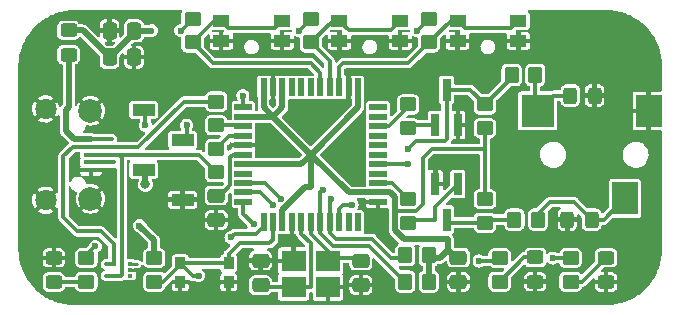
<source format=gbr>
%TF.GenerationSoftware,KiCad,Pcbnew,(6.0.0)*%
%TF.CreationDate,2022-01-19T15:31:05-06:00*%
%TF.ProjectId,microkfd,6d696372-6f6b-4666-942e-6b696361645f,C*%
%TF.SameCoordinates,Original*%
%TF.FileFunction,Copper,L1,Top*%
%TF.FilePolarity,Positive*%
%FSLAX46Y46*%
G04 Gerber Fmt 4.6, Leading zero omitted, Abs format (unit mm)*
G04 Created by KiCad (PCBNEW (6.0.0)) date 2022-01-19 15:31:05*
%MOMM*%
%LPD*%
G01*
G04 APERTURE LIST*
G04 Aperture macros list*
%AMRoundRect*
0 Rectangle with rounded corners*
0 $1 Rounding radius*
0 $2 $3 $4 $5 $6 $7 $8 $9 X,Y pos of 4 corners*
0 Add a 4 corners polygon primitive as box body*
4,1,4,$2,$3,$4,$5,$6,$7,$8,$9,$2,$3,0*
0 Add four circle primitives for the rounded corners*
1,1,$1+$1,$2,$3*
1,1,$1+$1,$4,$5*
1,1,$1+$1,$6,$7*
1,1,$1+$1,$8,$9*
0 Add four rect primitives between the rounded corners*
20,1,$1+$1,$2,$3,$4,$5,0*
20,1,$1+$1,$4,$5,$6,$7,0*
20,1,$1+$1,$6,$7,$8,$9,0*
20,1,$1+$1,$8,$9,$2,$3,0*%
G04 Aperture macros list end*
%TA.AperFunction,SMDPad,CuDef*%
%ADD10RoundRect,0.250000X0.475000X-0.337500X0.475000X0.337500X-0.475000X0.337500X-0.475000X-0.337500X0*%
%TD*%
%TA.AperFunction,SMDPad,CuDef*%
%ADD11RoundRect,0.250000X-0.475000X0.337500X-0.475000X-0.337500X0.475000X-0.337500X0.475000X0.337500X0*%
%TD*%
%TA.AperFunction,SMDPad,CuDef*%
%ADD12RoundRect,0.250000X-0.337500X-0.475000X0.337500X-0.475000X0.337500X0.475000X-0.337500X0.475000X0*%
%TD*%
%TA.AperFunction,SMDPad,CuDef*%
%ADD13RoundRect,0.249999X-0.325001X-0.450001X0.325001X-0.450001X0.325001X0.450001X-0.325001X0.450001X0*%
%TD*%
%TA.AperFunction,SMDPad,CuDef*%
%ADD14RoundRect,0.249999X0.325001X0.450001X-0.325001X0.450001X-0.325001X-0.450001X0.325001X-0.450001X0*%
%TD*%
%TA.AperFunction,SMDPad,CuDef*%
%ADD15RoundRect,0.249999X-0.450001X0.325001X-0.450001X-0.325001X0.450001X-0.325001X0.450001X0.325001X0*%
%TD*%
%TA.AperFunction,SMDPad,CuDef*%
%ADD16RoundRect,0.249999X0.450001X-0.325001X0.450001X0.325001X-0.450001X0.325001X-0.450001X-0.325001X0*%
%TD*%
%TA.AperFunction,SMDPad,CuDef*%
%ADD17R,2.200000X2.800000*%
%TD*%
%TA.AperFunction,SMDPad,CuDef*%
%ADD18R,2.800000X2.800000*%
%TD*%
%TA.AperFunction,SMDPad,CuDef*%
%ADD19R,1.900000X1.000000*%
%TD*%
%TA.AperFunction,SMDPad,CuDef*%
%ADD20RoundRect,0.249999X-0.450001X0.350001X-0.450001X-0.350001X0.450001X-0.350001X0.450001X0.350001X0*%
%TD*%
%TA.AperFunction,SMDPad,CuDef*%
%ADD21RoundRect,0.249999X0.450001X-0.350001X0.450001X0.350001X-0.450001X0.350001X-0.450001X-0.350001X0*%
%TD*%
%TA.AperFunction,SMDPad,CuDef*%
%ADD22RoundRect,0.249999X-0.350001X-0.450001X0.350001X-0.450001X0.350001X0.450001X-0.350001X0.450001X0*%
%TD*%
%TA.AperFunction,SMDPad,CuDef*%
%ADD23R,0.900000X1.000000*%
%TD*%
%TA.AperFunction,SMDPad,CuDef*%
%ADD24R,1.450000X1.000000*%
%TD*%
%TA.AperFunction,SMDPad,CuDef*%
%ADD25R,0.450000X0.300000*%
%TD*%
%TA.AperFunction,SMDPad,CuDef*%
%ADD26R,2.100000X1.800000*%
%TD*%
%TA.AperFunction,SMDPad,CuDef*%
%ADD27R,1.300000X0.450000*%
%TD*%
%TA.AperFunction,ComponentPad*%
%ADD28C,2.000000*%
%TD*%
%TA.AperFunction,ComponentPad*%
%ADD29C,1.800000*%
%TD*%
%TA.AperFunction,SMDPad,CuDef*%
%ADD30R,1.500000X0.550000*%
%TD*%
%TA.AperFunction,SMDPad,CuDef*%
%ADD31R,0.550000X1.500000*%
%TD*%
%TA.AperFunction,SMDPad,CuDef*%
%ADD32R,0.800000X1.900000*%
%TD*%
%TA.AperFunction,ViaPad*%
%ADD33C,0.600000*%
%TD*%
%TA.AperFunction,ViaPad*%
%ADD34C,0.800000*%
%TD*%
%TA.AperFunction,Conductor*%
%ADD35C,0.375000*%
%TD*%
%TA.AperFunction,Conductor*%
%ADD36C,0.250000*%
%TD*%
%TA.AperFunction,Conductor*%
%ADD37C,0.500000*%
%TD*%
G04 APERTURE END LIST*
D10*
%TO.P,C1,1*%
%TO.N,GND*%
X119250000Y-111037500D03*
%TO.P,C1,2*%
%TO.N,XT1*%
X119250000Y-108962500D03*
%TD*%
D11*
%TO.P,C2,1*%
%TO.N,GND*%
X110750000Y-108962500D03*
%TO.P,C2,2*%
%TO.N,XT2*%
X110750000Y-111037500D03*
%TD*%
%TO.P,C3,1*%
%TO.N,Net-(C3-Pad1)*%
X107000000Y-103462500D03*
%TO.P,C3,2*%
%TO.N,GND*%
X107000000Y-105537500D03*
%TD*%
D12*
%TO.P,C4,1*%
%TO.N,GND*%
X97962500Y-89500000D03*
%TO.P,C4,2*%
%TO.N,+5V*%
X100037500Y-89500000D03*
%TD*%
D10*
%TO.P,C5,1*%
%TO.N,GND*%
X127500000Y-110787500D03*
%TO.P,C5,2*%
%TO.N,+5V*%
X127500000Y-108712500D03*
%TD*%
D12*
%TO.P,C6,1*%
%TO.N,+5V*%
X97962500Y-91750000D03*
%TO.P,C6,2*%
%TO.N,GND*%
X100037500Y-91750000D03*
%TD*%
D13*
%TO.P,D1,1,A1*%
%TO.N,Net-(D1-Pad1)*%
X136975000Y-95000000D03*
%TO.P,D1,2,A2*%
%TO.N,GND*%
X139025000Y-95000000D03*
%TD*%
D14*
%TO.P,D2,1,A1*%
%TO.N,Net-(D2-Pad1)*%
X138775000Y-105500000D03*
%TO.P,D2,2,A2*%
%TO.N,GND*%
X136725000Y-105500000D03*
%TD*%
D15*
%TO.P,D3,1,K*%
%TO.N,GND*%
X93250000Y-108725000D03*
%TO.P,D3,2,A*%
%TO.N,Net-(D3-Pad2)*%
X93250000Y-110775000D03*
%TD*%
D16*
%TO.P,D4,1,K*%
%TO.N,GND*%
X134000000Y-110750000D03*
%TO.P,D4,2,A*%
%TO.N,Net-(D4-Pad2)*%
X134000000Y-108700000D03*
%TD*%
%TO.P,D5,1,K*%
%TO.N,GND*%
X140000000Y-110775000D03*
%TO.P,D5,2,A*%
%TO.N,Net-(D5-Pad2)*%
X140000000Y-108725000D03*
%TD*%
D15*
%TO.P,F1,1*%
%TO.N,+5V*%
X94500000Y-89475000D03*
%TO.P,F1,2*%
%TO.N,Net-(F1-Pad2)*%
X94500000Y-91525000D03*
%TD*%
D17*
%TO.P,J2,R*%
%TO.N,Net-(D2-Pad1)*%
X141600000Y-103700000D03*
%TO.P,J2,S*%
%TO.N,GND*%
X143600000Y-96300000D03*
D18*
%TO.P,J2,T*%
%TO.N,Net-(D1-Pad1)*%
X134200000Y-96300000D03*
%TD*%
D19*
%TO.P,J3,1,Pin_1*%
%TO.N,GND*%
X104150000Y-103810000D03*
%TO.P,J3,2,Pin_2*%
%TO.N,+5V*%
X100850000Y-101270000D03*
%TO.P,J3,3,Pin_3*%
%TO.N,I2C_SDA*%
X104150000Y-98730000D03*
%TO.P,J3,4,Pin_4*%
%TO.N,I2C_SCL*%
X100850000Y-96190000D03*
%TD*%
D20*
%TO.P,R1,1*%
%TO.N,Net-(R1-Pad1)*%
X107000000Y-99500000D03*
%TO.P,R1,2*%
%TO.N,Net-(J1-Pad3)*%
X107000000Y-101500000D03*
%TD*%
%TO.P,R2,1*%
%TO.N,Net-(J1-Pad2)*%
X107000000Y-95500000D03*
%TO.P,R2,2*%
%TO.N,Net-(R2-Pad2)*%
X107000000Y-97500000D03*
%TD*%
D21*
%TO.P,R3,1*%
%TO.N,RST*%
X101750000Y-110750000D03*
%TO.P,R3,2*%
%TO.N,+5V*%
X101750000Y-108750000D03*
%TD*%
D22*
%TO.P,R4,1*%
%TO.N,I2C_SCL*%
X123000000Y-110750000D03*
%TO.P,R4,2*%
%TO.N,+5V*%
X125000000Y-110750000D03*
%TD*%
D21*
%TO.P,R5,1*%
%TO.N,SW_DN*%
X105000000Y-90500000D03*
%TO.P,R5,2*%
%TO.N,+5V*%
X105000000Y-88500000D03*
%TD*%
D22*
%TO.P,R6,1*%
%TO.N,I2C_SDA*%
X123000000Y-108500000D03*
%TO.P,R6,2*%
%TO.N,+5V*%
X125000000Y-108500000D03*
%TD*%
D21*
%TO.P,R7,1*%
%TO.N,SW_ENT*%
X115000000Y-90500000D03*
%TO.P,R7,2*%
%TO.N,+5V*%
X115000000Y-88500000D03*
%TD*%
%TO.P,R8,1*%
%TO.N,Net-(Q1-Pad1)*%
X123250000Y-97750000D03*
%TO.P,R8,2*%
%TO.N,DATA_OUT*%
X123250000Y-95750000D03*
%TD*%
%TO.P,R9,1*%
%TO.N,Net-(Q2-Pad1)*%
X123250000Y-105750000D03*
%TO.P,R9,2*%
%TO.N,SENSE*%
X123250000Y-103750000D03*
%TD*%
D20*
%TO.P,R10,1*%
%TO.N,DATA_IN*%
X129750000Y-95750000D03*
%TO.P,R10,2*%
%TO.N,+5V*%
X129750000Y-97750000D03*
%TD*%
D21*
%TO.P,R11,1*%
%TO.N,Net-(Q2-Pad3)*%
X129750000Y-105750000D03*
%TO.P,R11,2*%
%TO.N,+5V*%
X129750000Y-103750000D03*
%TD*%
%TO.P,R12,1*%
%TO.N,SW_UP*%
X125000000Y-90500000D03*
%TO.P,R12,2*%
%TO.N,+5V*%
X125000000Y-88500000D03*
%TD*%
D22*
%TO.P,R13,1*%
%TO.N,DATA_IN*%
X132000000Y-93250000D03*
%TO.P,R13,2*%
%TO.N,Net-(D1-Pad1)*%
X134000000Y-93250000D03*
%TD*%
%TO.P,R14,1*%
%TO.N,Net-(Q2-Pad3)*%
X132250000Y-105500000D03*
%TO.P,R14,2*%
%TO.N,Net-(D2-Pad1)*%
X134250000Y-105500000D03*
%TD*%
D20*
%TO.P,R15,1*%
%TO.N,LED_PWR*%
X96000000Y-108750000D03*
%TO.P,R15,2*%
%TO.N,Net-(D3-Pad2)*%
X96000000Y-110750000D03*
%TD*%
%TO.P,R16,1*%
%TO.N,LED_SNS*%
X131000000Y-108750000D03*
%TO.P,R16,2*%
%TO.N,Net-(D4-Pad2)*%
X131000000Y-110750000D03*
%TD*%
%TO.P,R17,1*%
%TO.N,LED_ACT*%
X137000000Y-108750000D03*
%TO.P,R17,2*%
%TO.N,Net-(D5-Pad2)*%
X137000000Y-110750000D03*
%TD*%
D23*
%TO.P,SW1,1,1*%
%TO.N,GND*%
X108050000Y-110800000D03*
X103950000Y-110800000D03*
%TO.P,SW1,2,2*%
%TO.N,RST*%
X108050000Y-109200000D03*
X103950000Y-109200000D03*
%TD*%
D24*
%TO.P,SW2,1,1*%
%TO.N,SW_DN*%
X112575000Y-88650000D03*
X107425000Y-88650000D03*
%TO.P,SW2,2,2*%
%TO.N,GND*%
X107425000Y-90350000D03*
X112575000Y-90350000D03*
%TD*%
%TO.P,SW3,1,1*%
%TO.N,SW_ENT*%
X122575000Y-88650000D03*
X117425000Y-88650000D03*
%TO.P,SW3,2,2*%
%TO.N,GND*%
X122575000Y-90350000D03*
X117425000Y-90350000D03*
%TD*%
%TO.P,SW4,1,1*%
%TO.N,SW_UP*%
X132575000Y-88650000D03*
X127425000Y-88650000D03*
%TO.P,SW4,2,2*%
%TO.N,GND*%
X127425000Y-90350000D03*
X132575000Y-90350000D03*
%TD*%
D25*
%TO.P,U1,1*%
%TO.N,N/C*%
X99700000Y-110250000D03*
%TO.P,U1,2,GND*%
%TO.N,GND*%
X99700000Y-109750000D03*
%TO.P,U1,3,VCC*%
%TO.N,unconnected-(U1-Pad3)*%
X99700000Y-109250000D03*
%TO.P,U1,4,IO2*%
%TO.N,Net-(J1-Pad2)*%
X98300000Y-109250000D03*
%TO.P,U1,5,IO1*%
%TO.N,Net-(J1-Pad3)*%
X98300000Y-110250000D03*
%TD*%
D26*
%TO.P,Y1,1,1*%
%TO.N,XT2*%
X113550000Y-111200000D03*
%TO.P,Y1,2,2*%
%TO.N,GND*%
X116450000Y-111200000D03*
%TO.P,Y1,3,3*%
%TO.N,XT1*%
X116450000Y-109000000D03*
%TO.P,Y1,4,4*%
%TO.N,GND*%
X113550000Y-109000000D03*
%TD*%
D27*
%TO.P,J1,1,VBUS*%
%TO.N,Net-(F1-Pad2)*%
X96400000Y-98700000D03*
%TO.P,J1,2,D-*%
%TO.N,Net-(J1-Pad2)*%
X96400000Y-99350000D03*
%TO.P,J1,3,D+*%
%TO.N,Net-(J1-Pad3)*%
X96400000Y-100000000D03*
%TO.P,J1,4,ID*%
%TO.N,unconnected-(J1-Pad4)*%
X96400000Y-100650000D03*
%TO.P,J1,5,GND*%
%TO.N,GND*%
X96400000Y-101300000D03*
D28*
%TO.P,J1,6,Shield*%
X96350000Y-96275000D03*
X96350000Y-103725000D03*
D29*
X92550000Y-96125000D03*
X92550000Y-103875000D03*
%TD*%
D30*
%TO.P,U2,1,PE6*%
%TO.N,LED_ACT*%
X109300000Y-96000000D03*
%TO.P,U2,2,UVCC*%
%TO.N,+5V*%
X109300000Y-96800000D03*
%TO.P,U2,3,D-*%
%TO.N,Net-(R2-Pad2)*%
X109300000Y-97600000D03*
%TO.P,U2,4,D+*%
%TO.N,Net-(R1-Pad1)*%
X109300000Y-98400000D03*
%TO.P,U2,5,UGND*%
%TO.N,GND*%
X109300000Y-99200000D03*
%TO.P,U2,6,UCAP*%
%TO.N,Net-(C3-Pad1)*%
X109300000Y-100000000D03*
%TO.P,U2,7,VBUS*%
%TO.N,+5V*%
X109300000Y-100800000D03*
%TO.P,U2,8,PB0*%
%TO.N,unconnected-(U2-Pad8)*%
X109300000Y-101600000D03*
%TO.P,U2,9,PB1*%
%TO.N,SCK*%
X109300000Y-102400000D03*
%TO.P,U2,10,PB2*%
%TO.N,MOSI*%
X109300000Y-103200000D03*
%TO.P,U2,11,PB3*%
%TO.N,MISO*%
X109300000Y-104000000D03*
D31*
%TO.P,U2,12,PB7*%
%TO.N,LED_PWR*%
X111000000Y-105700000D03*
%TO.P,U2,13,~{RESET}*%
%TO.N,RST*%
X111800000Y-105700000D03*
%TO.P,U2,14,VCC*%
%TO.N,+5V*%
X112600000Y-105700000D03*
%TO.P,U2,15,GND*%
%TO.N,GND*%
X113400000Y-105700000D03*
%TO.P,U2,16,XTAL2*%
%TO.N,XT2*%
X114200000Y-105700000D03*
%TO.P,U2,17,XTAL1*%
%TO.N,XT1*%
X115000000Y-105700000D03*
%TO.P,U2,18,PD0*%
%TO.N,I2C_SCL*%
X115800000Y-105700000D03*
%TO.P,U2,19,PD1*%
%TO.N,I2C_SDA*%
X116600000Y-105700000D03*
%TO.P,U2,20,PD2*%
%TO.N,DATA_IN*%
X117400000Y-105700000D03*
%TO.P,U2,21,PD3*%
%TO.N,unconnected-(U2-Pad21)*%
X118200000Y-105700000D03*
%TO.P,U2,22,PD5*%
%TO.N,unconnected-(U2-Pad22)*%
X119000000Y-105700000D03*
D30*
%TO.P,U2,23,GND*%
%TO.N,GND*%
X120700000Y-104000000D03*
%TO.P,U2,24,AVCC*%
%TO.N,+5V*%
X120700000Y-103200000D03*
%TO.P,U2,25,PD4*%
%TO.N,SENSE*%
X120700000Y-102400000D03*
%TO.P,U2,26,PD6*%
%TO.N,unconnected-(U2-Pad26)*%
X120700000Y-101600000D03*
%TO.P,U2,27,PD7*%
%TO.N,LED_SNS*%
X120700000Y-100800000D03*
%TO.P,U2,28,PB4*%
%TO.N,unconnected-(U2-Pad28)*%
X120700000Y-100000000D03*
%TO.P,U2,29,PB5*%
%TO.N,unconnected-(U2-Pad29)*%
X120700000Y-99200000D03*
%TO.P,U2,30,PB6*%
%TO.N,unconnected-(U2-Pad30)*%
X120700000Y-98400000D03*
%TO.P,U2,31,PC6*%
%TO.N,DATA_OUT*%
X120700000Y-97600000D03*
%TO.P,U2,32,PC7*%
%TO.N,unconnected-(U2-Pad32)*%
X120700000Y-96800000D03*
%TO.P,U2,33,~{HWB}/PE2*%
%TO.N,unconnected-(U2-Pad33)*%
X120700000Y-96000000D03*
D31*
%TO.P,U2,34,VCC*%
%TO.N,+5V*%
X119000000Y-94300000D03*
%TO.P,U2,35,GND*%
%TO.N,GND*%
X118200000Y-94300000D03*
%TO.P,U2,36,PF7*%
%TO.N,SW_UP*%
X117400000Y-94300000D03*
%TO.P,U2,37,PF6*%
%TO.N,SW_ENT*%
X116600000Y-94300000D03*
%TO.P,U2,38,PF5*%
%TO.N,SW_DN*%
X115800000Y-94300000D03*
%TO.P,U2,39,PF4*%
%TO.N,unconnected-(U2-Pad39)*%
X115000000Y-94300000D03*
%TO.P,U2,40,PF1*%
%TO.N,unconnected-(U2-Pad40)*%
X114200000Y-94300000D03*
%TO.P,U2,41,PF0*%
%TO.N,unconnected-(U2-Pad41)*%
X113400000Y-94300000D03*
%TO.P,U2,42,AREF*%
%TO.N,+5V*%
X112600000Y-94300000D03*
%TO.P,U2,43,GND*%
%TO.N,GND*%
X111800000Y-94300000D03*
%TO.P,U2,44,AVCC*%
%TO.N,+5V*%
X111000000Y-94300000D03*
%TD*%
D32*
%TO.P,Q2,1,G*%
%TO.N,Net-(Q2-Pad1)*%
X127450000Y-102500000D03*
%TO.P,Q2,2,S*%
%TO.N,GND*%
X125550000Y-102500000D03*
%TO.P,Q2,3,D*%
%TO.N,Net-(Q2-Pad3)*%
X126500000Y-105500000D03*
%TD*%
%TO.P,Q1,1,G*%
%TO.N,Net-(Q1-Pad1)*%
X125550000Y-97500000D03*
%TO.P,Q1,2,S*%
%TO.N,GND*%
X127450000Y-97500000D03*
%TO.P,Q1,3,D*%
%TO.N,DATA_IN*%
X126500000Y-94500000D03*
%TD*%
D33*
%TO.N,DATA_IN*%
X118500000Y-104250000D03*
X123250000Y-99500000D03*
%TO.N,GND*%
X144000000Y-92250000D03*
X140500000Y-88250000D03*
X142500000Y-89000000D03*
X143250000Y-90000000D03*
X143750000Y-91000000D03*
X141500000Y-88500000D03*
X116000000Y-96750000D03*
X111000000Y-90250000D03*
X139000000Y-112250000D03*
X120250000Y-106250000D03*
X142250000Y-111500000D03*
X141250000Y-112000000D03*
X106000000Y-112250000D03*
X121250000Y-106250000D03*
X119000000Y-97500000D03*
X106250000Y-93250000D03*
X132000000Y-112250000D03*
X93500000Y-88500000D03*
X144000000Y-100500000D03*
X140000000Y-112250000D03*
X137000000Y-112250000D03*
X134000000Y-112250000D03*
X137500000Y-88250000D03*
X117500000Y-96000000D03*
X114500000Y-96000000D03*
X119000000Y-99500000D03*
X100250000Y-107500000D03*
X134500000Y-88250000D03*
X105250000Y-93250000D03*
X143750000Y-109750000D03*
X130000000Y-112250000D03*
X119000000Y-101500000D03*
X91000000Y-107250000D03*
X107250000Y-93250000D03*
X121000000Y-90250000D03*
X112750000Y-99250000D03*
X131000000Y-90250000D03*
X104000000Y-112250000D03*
X108000000Y-112250000D03*
X144000000Y-99500000D03*
X113500000Y-96000000D03*
X127000000Y-112250000D03*
X144000000Y-107500000D03*
X91000000Y-108250000D03*
X119000000Y-100500000D03*
X128000000Y-112250000D03*
X91000000Y-101500000D03*
X121250000Y-105250000D03*
X105000000Y-112250000D03*
X111250000Y-100000000D03*
X96250000Y-93500000D03*
X91000000Y-99500000D03*
X144000000Y-102500000D03*
X114000000Y-96750000D03*
X144000000Y-106500000D03*
X99000000Y-112250000D03*
X97500000Y-93500000D03*
X116500000Y-96000000D03*
X102500000Y-102250000D03*
X102500000Y-88250000D03*
X91250000Y-109500000D03*
X103500000Y-88250000D03*
X120250000Y-105250000D03*
X135000000Y-112250000D03*
X139500000Y-88250000D03*
X122000000Y-112250000D03*
X107000000Y-112250000D03*
X144000000Y-93500000D03*
X144000000Y-108750000D03*
X144000000Y-105500000D03*
X118250000Y-99000000D03*
X103250000Y-93250000D03*
X104250000Y-93250000D03*
X121000000Y-112250000D03*
X118250000Y-100000000D03*
X92500000Y-89000000D03*
X104500000Y-102250000D03*
X144000000Y-103500000D03*
X133000000Y-112250000D03*
X95500000Y-88250000D03*
X94750000Y-100750000D03*
X125000000Y-112250000D03*
X91750000Y-89750000D03*
X109000000Y-90250000D03*
X91000000Y-91750000D03*
X102000000Y-112250000D03*
X91000000Y-106250000D03*
X138500000Y-88250000D03*
X91250000Y-90750000D03*
X103000000Y-101500000D03*
X123000000Y-112250000D03*
X135500000Y-88250000D03*
X94500000Y-88250000D03*
X131000000Y-112250000D03*
X101500000Y-88250000D03*
X98750000Y-93500000D03*
X144000000Y-104500000D03*
X129000000Y-90250000D03*
X119000000Y-112250000D03*
X126000000Y-112250000D03*
X118250000Y-101000000D03*
X115500000Y-96000000D03*
X105500000Y-102250000D03*
X124000000Y-112250000D03*
X119000000Y-90250000D03*
X96000000Y-112250000D03*
X105000000Y-101500000D03*
X118250000Y-98000000D03*
X91000000Y-102500000D03*
X91000000Y-93750000D03*
X118250000Y-102000000D03*
X129000000Y-112250000D03*
X104000000Y-101500000D03*
X91000000Y-97500000D03*
X136000000Y-112250000D03*
X101000000Y-112250000D03*
X103000000Y-112250000D03*
X91000000Y-92750000D03*
X119000000Y-98500000D03*
X143250000Y-110750000D03*
X138000000Y-112250000D03*
X109000000Y-112250000D03*
X94750000Y-103750000D03*
X117000000Y-96750000D03*
X91000000Y-100500000D03*
X100000000Y-112250000D03*
X91000000Y-98500000D03*
X110750000Y-99250000D03*
X96500000Y-88250000D03*
X115000000Y-96750000D03*
X97000000Y-112250000D03*
X111750000Y-93000000D03*
X136500000Y-88250000D03*
X144000000Y-98500000D03*
X120000000Y-112250000D03*
X98000000Y-112250000D03*
X111750000Y-99250000D03*
X144000000Y-101500000D03*
X103500000Y-102250000D03*
X95000000Y-112250000D03*
X112250000Y-100000000D03*
%TO.N,+5V*%
X124000000Y-89500000D03*
X114000000Y-89500000D03*
X101500000Y-89500000D03*
X100500000Y-106000000D03*
D34*
X115000000Y-100000000D03*
X101000000Y-102500000D03*
D33*
X104000000Y-89500000D03*
%TO.N,I2C_SDA*%
X116750000Y-103750000D03*
X104500000Y-97500000D03*
%TO.N,I2C_SCL*%
X116000000Y-103000000D03*
X101000000Y-97500000D03*
%TO.N,LED_PWR*%
X108250000Y-107000000D03*
X96750000Y-107750000D03*
%TO.N,LED_SNS*%
X129250000Y-109000000D03*
X123250000Y-100750000D03*
%TO.N,LED_ACT*%
X109250000Y-95000000D03*
X135500000Y-108750000D03*
%TO.N,MISO*%
X110155331Y-105905331D03*
%TO.N,SCK*%
X112477168Y-103727168D03*
%TO.N,MOSI*%
X111780331Y-104280331D03*
%TO.N,RST*%
X105500000Y-110250000D03*
%TD*%
D35*
%TO.N,DATA_IN*%
X117400000Y-104575000D02*
X117400000Y-105700000D01*
X117725000Y-104250000D02*
X117400000Y-104575000D01*
X118500000Y-104250000D02*
X117725000Y-104250000D01*
X123912989Y-98837011D02*
X123250000Y-99500000D01*
X126500000Y-98674022D02*
X126337011Y-98837011D01*
X126337011Y-98837011D02*
X123912989Y-98837011D01*
X126500000Y-94500000D02*
X126500000Y-98674022D01*
%TO.N,XT1*%
X115000000Y-106686814D02*
X116450000Y-108136814D01*
X115000000Y-105700000D02*
X115000000Y-106686814D01*
X116450000Y-108136814D02*
X116450000Y-108650000D01*
X119500000Y-108712500D02*
X116512500Y-108712500D01*
D36*
%TO.N,GND*%
X99700000Y-109750000D02*
X100300000Y-109750000D01*
D35*
%TO.N,XT2*%
X114975000Y-111200000D02*
X113550000Y-111200000D01*
X114987501Y-111187499D02*
X114975000Y-111200000D01*
X114200000Y-106700000D02*
X114987501Y-107487501D01*
X113550000Y-111200000D02*
X110912500Y-111200000D01*
X114987501Y-107487501D02*
X114987501Y-111187499D01*
X110912500Y-111200000D02*
X110750000Y-111037500D01*
X114200000Y-105700000D02*
X114200000Y-106700000D01*
%TO.N,Net-(C3-Pad1)*%
X108162499Y-102587501D02*
X108162499Y-100214999D01*
X107287500Y-103462500D02*
X108162499Y-102587501D01*
X108377498Y-100000000D02*
X109300000Y-100000000D01*
X107000000Y-103462500D02*
X107287500Y-103462500D01*
X108162499Y-100214999D02*
X108377498Y-100000000D01*
D37*
%TO.N,+5V*%
X120700000Y-103200000D02*
X121735002Y-103200000D01*
D35*
X124500000Y-104200882D02*
X123937902Y-104762980D01*
D37*
X121735002Y-103200000D02*
X122099990Y-103564988D01*
X112600000Y-96000000D02*
X111800000Y-96800000D01*
D35*
X104000000Y-89500000D02*
X105000000Y-88500000D01*
D37*
X101750000Y-107250000D02*
X100500000Y-106000000D01*
X101000000Y-101420000D02*
X100850000Y-101270000D01*
X114200000Y-100800000D02*
X115000000Y-100000000D01*
D35*
X129750000Y-99500000D02*
X129750000Y-103750000D01*
D37*
X109300000Y-96800000D02*
X111800000Y-96800000D01*
X115000000Y-102750000D02*
X114514998Y-102750000D01*
X122099990Y-106389956D02*
X122860035Y-107150001D01*
X118200000Y-103200000D02*
X115000000Y-100000000D01*
X119000000Y-96000000D02*
X115000000Y-100000000D01*
D35*
X125250000Y-99500000D02*
X129750000Y-99500000D01*
D37*
X114514998Y-102750000D02*
X112600000Y-104664998D01*
D35*
X122262980Y-104762980D02*
X122099990Y-104599990D01*
X124500000Y-104200882D02*
X124500000Y-100250000D01*
D37*
X95687500Y-89475000D02*
X97962500Y-91750000D01*
X109300000Y-100800000D02*
X114200000Y-100800000D01*
X100037500Y-89712500D02*
X100037500Y-89500000D01*
X125912498Y-108750000D02*
X126599999Y-108062499D01*
X112600000Y-94300000D02*
X112600000Y-96000000D01*
X111000000Y-94300000D02*
X111000000Y-96000000D01*
D35*
X123937902Y-104762980D02*
X122262980Y-104762980D01*
D37*
X111000000Y-96000000D02*
X111800000Y-96800000D01*
D35*
X124000000Y-89500000D02*
X125000000Y-88500000D01*
D37*
X97962500Y-91750000D02*
X98000000Y-91750000D01*
X115000000Y-100000000D02*
X115000000Y-102750000D01*
X125000000Y-108500000D02*
X125000000Y-110750000D01*
X101000000Y-102500000D02*
X101000000Y-101420000D01*
X126599999Y-108062499D02*
X126599999Y-107150001D01*
D35*
X124500000Y-100250000D02*
X125250000Y-99500000D01*
X114000000Y-89500000D02*
X115000000Y-88500000D01*
D37*
X120700000Y-103200000D02*
X118200000Y-103200000D01*
X119000000Y-94300000D02*
X119000000Y-96000000D01*
D35*
X129750000Y-97750000D02*
X129750000Y-99500000D01*
D37*
X125000000Y-108750000D02*
X125912498Y-108750000D01*
X112600000Y-104664998D02*
X112600000Y-105700000D01*
X94500000Y-89475000D02*
X95687500Y-89475000D01*
X122099990Y-103564988D02*
X122099990Y-106389956D01*
X111800000Y-96800000D02*
X115000000Y-100000000D01*
X122860035Y-107150001D02*
X126599999Y-107150001D01*
X100037500Y-89500000D02*
X101500000Y-89500000D01*
X127500000Y-108962500D02*
X126599999Y-108062499D01*
X101750000Y-108750000D02*
X101750000Y-107250000D01*
X98000000Y-91750000D02*
X100037500Y-89712500D01*
D35*
%TO.N,Net-(D1-Pad1)*%
X134000000Y-96100000D02*
X134200000Y-96300000D01*
X135500000Y-95000000D02*
X134200000Y-96300000D01*
X136975000Y-95000000D02*
X135500000Y-95000000D01*
X134000000Y-93250000D02*
X134000000Y-96100000D01*
%TO.N,Net-(D2-Pad1)*%
X134250000Y-105500000D02*
X134250000Y-105000000D01*
X134250000Y-105000000D02*
X135250000Y-104000000D01*
X135250000Y-104000000D02*
X137275000Y-104000000D01*
X137275000Y-104000000D02*
X138775000Y-105500000D01*
X139800000Y-105500000D02*
X141600000Y-103700000D01*
X138775000Y-105500000D02*
X139800000Y-105500000D01*
%TO.N,Net-(D3-Pad2)*%
X93500000Y-110775000D02*
X96225000Y-110775000D01*
%TO.N,Net-(D4-Pad2)*%
X134000000Y-108700000D02*
X133050000Y-108700000D01*
X133050000Y-108700000D02*
X131000000Y-110750000D01*
%TO.N,Net-(D5-Pad2)*%
X137000000Y-110750000D02*
X137975000Y-110750000D01*
X137975000Y-110750000D02*
X140000000Y-108725000D01*
D37*
%TO.N,Net-(F1-Pad2)*%
X94500000Y-96000000D02*
X94500000Y-91525000D01*
D35*
X96400000Y-98700000D02*
X98200000Y-98700000D01*
D37*
X94925489Y-98675489D02*
X96400000Y-98675489D01*
X94250000Y-98000000D02*
X94925489Y-98675489D01*
X94500000Y-96000000D02*
X94250000Y-96250000D01*
X94250000Y-96250000D02*
X94250000Y-98000000D01*
D35*
%TO.N,Net-(J1-Pad2)*%
X98300000Y-109250000D02*
X97650000Y-109250000D01*
X96400000Y-99350000D02*
X100400000Y-99350000D01*
X100400000Y-99350000D02*
X104250000Y-95500000D01*
X95250000Y-106500000D02*
X94062499Y-105312499D01*
X94062499Y-105312499D02*
X94062499Y-100137501D01*
X96400000Y-99350000D02*
X94850000Y-99350000D01*
X104250000Y-95500000D02*
X107000000Y-95500000D01*
X98300000Y-107550000D02*
X97250000Y-106500000D01*
X97250000Y-106500000D02*
X95250000Y-106500000D01*
X94062499Y-100137501D02*
X94850000Y-99350000D01*
X98300000Y-109250000D02*
X98300000Y-107550000D01*
%TO.N,Net-(J1-Pad3)*%
X99000000Y-100275000D02*
X98725000Y-100000000D01*
X98300000Y-110250000D02*
X98900000Y-110250000D01*
X97850000Y-110250000D02*
X97662520Y-110250000D01*
X98300000Y-110250000D02*
X97850000Y-110250000D01*
X96400000Y-100000000D02*
X98725000Y-100000000D01*
X98900000Y-110250000D02*
X99000000Y-110150000D01*
X105500000Y-100000000D02*
X98725000Y-100000000D01*
X99000000Y-110150000D02*
X99000000Y-100275000D01*
X105500000Y-100000000D02*
X107000000Y-101500000D01*
%TO.N,unconnected-(J1-Pad4)*%
X96400000Y-100650000D02*
X98324990Y-100650000D01*
%TO.N,I2C_SDA*%
X116600000Y-103900000D02*
X116750000Y-103750000D01*
X121814764Y-108750000D02*
X120202253Y-107137489D01*
X116600000Y-106609316D02*
X116600000Y-105700000D01*
X117128173Y-107137489D02*
X116600000Y-106609316D01*
X116600000Y-105700000D02*
X116600000Y-103900000D01*
X104500000Y-97500000D02*
X104500000Y-98380000D01*
X120202253Y-107137489D02*
X117128173Y-107137489D01*
X123000000Y-108750000D02*
X121814764Y-108750000D01*
X104500000Y-98380000D02*
X104150000Y-98730000D01*
%TO.N,I2C_SCL*%
X116889997Y-107712499D02*
X119964077Y-107712499D01*
X119964077Y-107712499D02*
X123000000Y-110748422D01*
X101000000Y-97500000D02*
X101000000Y-96340000D01*
X115800000Y-106622502D02*
X116889997Y-107712499D01*
X115800000Y-105700000D02*
X115800000Y-106622502D01*
X101000000Y-96340000D02*
X100850000Y-96190000D01*
X115800000Y-105700000D02*
X115800000Y-103200000D01*
X115800000Y-103200000D02*
X116000000Y-103000000D01*
%TO.N,Net-(Q1-Pad1)*%
X125550000Y-97500000D02*
X123500000Y-97500000D01*
X123500000Y-97500000D02*
X123250000Y-97750000D01*
%TO.N,DATA_IN*%
X128500000Y-94500000D02*
X126500000Y-94500000D01*
X132000000Y-93250000D02*
X132000000Y-93500000D01*
X129750000Y-95750000D02*
X128500000Y-94500000D01*
X132000000Y-93500000D02*
X129750000Y-95750000D01*
%TO.N,Net-(Q2-Pad1)*%
X125550000Y-104400000D02*
X127450000Y-102500000D01*
X123500000Y-105500000D02*
X123250000Y-105750000D01*
X125550000Y-105500000D02*
X123500000Y-105500000D01*
X125550000Y-105500000D02*
X125550000Y-104400000D01*
%TO.N,Net-(Q2-Pad3)*%
X129750000Y-105750000D02*
X126750000Y-105750000D01*
X130000000Y-105500000D02*
X129750000Y-105750000D01*
X126750000Y-105750000D02*
X126500000Y-105500000D01*
X132250000Y-105500000D02*
X130000000Y-105500000D01*
%TO.N,Net-(R1-Pad1)*%
X107000000Y-99500000D02*
X108100000Y-98400000D01*
X108100000Y-98400000D02*
X109300000Y-98400000D01*
%TO.N,Net-(R2-Pad2)*%
X107000000Y-97500000D02*
X109200000Y-97500000D01*
X109200000Y-97500000D02*
X109300000Y-97600000D01*
%TO.N,SW_DN*%
X106850000Y-88650000D02*
X105000000Y-90500000D01*
X115800000Y-93050000D02*
X115000000Y-92250000D01*
X107425000Y-88650000D02*
X108025000Y-89250000D01*
X107425000Y-88650000D02*
X106850000Y-88650000D01*
X111975000Y-89250000D02*
X112575000Y-88650000D01*
X115800000Y-94300000D02*
X115800000Y-93050000D01*
X108025000Y-89250000D02*
X111975000Y-89250000D01*
X115000000Y-92250000D02*
X106750000Y-92250000D01*
X106750000Y-92250000D02*
X105000000Y-90500000D01*
%TO.N,SW_ENT*%
X116600000Y-94300000D02*
X116600000Y-92100000D01*
X118212989Y-89462989D02*
X121762011Y-89462989D01*
X115000000Y-90500000D02*
X116850000Y-88650000D01*
X116850000Y-88650000D02*
X117425000Y-88650000D01*
X121762011Y-89462989D02*
X122575000Y-88650000D01*
X116600000Y-92100000D02*
X115000000Y-90500000D01*
X117425000Y-88675000D02*
X118212989Y-89462989D01*
%TO.N,DATA_OUT*%
X120700000Y-97600000D02*
X121622502Y-97600000D01*
X123250000Y-95972502D02*
X123250000Y-95750000D01*
X121622502Y-97600000D02*
X123250000Y-95972502D01*
%TO.N,SENSE*%
X120700000Y-102400000D02*
X121900000Y-102400000D01*
X121900000Y-102400000D02*
X123250000Y-103750000D01*
%TO.N,SW_UP*%
X126850000Y-88650000D02*
X127425000Y-88650000D01*
X128025000Y-89250000D02*
X131975000Y-89250000D01*
X131975000Y-89250000D02*
X132575000Y-88650000D01*
X123250000Y-92250000D02*
X125000000Y-90500000D01*
X117400000Y-92600000D02*
X117750000Y-92250000D01*
X117400000Y-94300000D02*
X117400000Y-92600000D01*
X117750000Y-92250000D02*
X123250000Y-92250000D01*
X125000000Y-90500000D02*
X126850000Y-88650000D01*
X127425000Y-88650000D02*
X128025000Y-89250000D01*
%TO.N,LED_PWR*%
X108549999Y-106700001D02*
X108250000Y-107000000D01*
X111000000Y-105700000D02*
X111000000Y-106078164D01*
X96000000Y-108750000D02*
X96000000Y-108500000D01*
X96000000Y-108500000D02*
X96750000Y-107750000D01*
X111000000Y-106078164D02*
X110378163Y-106700001D01*
X110378163Y-106700001D02*
X108549999Y-106700001D01*
%TO.N,LED_SNS*%
X123200000Y-100800000D02*
X123250000Y-100750000D01*
X120700000Y-100800000D02*
X123200000Y-100800000D01*
X129250000Y-109000000D02*
X131000000Y-109000000D01*
%TO.N,LED_ACT*%
X109300000Y-95050000D02*
X109250000Y-95000000D01*
X109300000Y-96000000D02*
X109300000Y-95050000D01*
X135500000Y-108750000D02*
X137000000Y-108750000D01*
D36*
%TO.N,unconnected-(U1-Pad3)*%
X99700000Y-109250000D02*
X100300000Y-109250000D01*
D35*
%TO.N,MISO*%
X109300000Y-105050000D02*
X110155331Y-105905331D01*
X109300000Y-104000000D02*
X109300000Y-105050000D01*
%TO.N,SCK*%
X112477168Y-103727168D02*
X111150000Y-102400000D01*
X111150000Y-102400000D02*
X109300000Y-102400000D01*
%TO.N,MOSI*%
X111780331Y-104280331D02*
X110700000Y-103200000D01*
X110700000Y-103200000D02*
X109300000Y-103200000D01*
%TO.N,RST*%
X108050000Y-109200000D02*
X108050000Y-108450000D01*
X111800000Y-107200000D02*
X111800000Y-105700000D01*
X105500000Y-110250000D02*
X105000000Y-110250000D01*
X105000000Y-110250000D02*
X103950000Y-109200000D01*
X111500000Y-107500000D02*
X111800000Y-107200000D01*
X108050000Y-108450000D02*
X109000000Y-107500000D01*
X109000000Y-107500000D02*
X111500000Y-107500000D01*
X103950000Y-109200000D02*
X108050000Y-109200000D01*
X102500000Y-110750000D02*
X101750000Y-110750000D01*
X103950000Y-109200000D02*
X103950000Y-109300000D01*
X103950000Y-109300000D02*
X102500000Y-110750000D01*
%TD*%
%TA.AperFunction,Conductor*%
%TO.N,GND*%
G36*
X104084789Y-87768907D02*
G01*
X104120753Y-87818407D01*
X104120753Y-87879593D01*
X104113437Y-87896540D01*
X104110705Y-87901530D01*
X104106474Y-87907176D01*
X104056149Y-88041419D01*
X104049500Y-88102622D01*
X104049500Y-88790067D01*
X104030593Y-88848258D01*
X104020504Y-88860071D01*
X103949857Y-88930718D01*
X103892776Y-88958867D01*
X103879076Y-88960670D01*
X103862722Y-88962823D01*
X103862720Y-88962824D01*
X103856291Y-88963670D01*
X103722375Y-89019139D01*
X103607379Y-89107379D01*
X103519139Y-89222375D01*
X103463670Y-89356291D01*
X103462824Y-89362720D01*
X103462823Y-89362722D01*
X103451759Y-89446759D01*
X103444750Y-89500000D01*
X103445597Y-89506433D01*
X103459575Y-89612603D01*
X103463670Y-89643709D01*
X103519139Y-89777625D01*
X103607379Y-89892621D01*
X103722375Y-89980861D01*
X103856291Y-90036330D01*
X103862720Y-90037176D01*
X103862722Y-90037177D01*
X103905617Y-90042824D01*
X103963423Y-90050434D01*
X104018647Y-90076775D01*
X104047842Y-90130546D01*
X104049500Y-90148587D01*
X104049500Y-90897378D01*
X104056149Y-90958581D01*
X104106474Y-91092824D01*
X104192453Y-91207547D01*
X104307176Y-91293526D01*
X104441419Y-91343851D01*
X104502622Y-91350500D01*
X105190066Y-91350500D01*
X105248257Y-91369407D01*
X105260070Y-91379496D01*
X106417750Y-92537175D01*
X106425491Y-92545887D01*
X106446782Y-92572894D01*
X106452869Y-92577101D01*
X106452870Y-92577102D01*
X106493999Y-92605528D01*
X106496530Y-92607336D01*
X106502516Y-92611757D01*
X106542732Y-92641462D01*
X106549356Y-92643788D01*
X106555130Y-92647779D01*
X106562181Y-92650009D01*
X106562183Y-92650010D01*
X106609887Y-92665097D01*
X106612835Y-92666081D01*
X106660013Y-92682648D01*
X106660017Y-92682649D01*
X106667000Y-92685101D01*
X106672990Y-92685337D01*
X106675325Y-92685792D01*
X106680708Y-92687494D01*
X106687138Y-92688000D01*
X106738829Y-92688000D01*
X106742717Y-92688076D01*
X106798607Y-92690272D01*
X106805230Y-92688516D01*
X106814606Y-92688000D01*
X114777566Y-92688000D01*
X114835757Y-92706907D01*
X114847569Y-92716996D01*
X115261070Y-93130496D01*
X115288848Y-93185013D01*
X115279277Y-93245445D01*
X115236012Y-93288710D01*
X115191067Y-93299500D01*
X114700326Y-93299500D01*
X114627260Y-93314034D01*
X114626965Y-93312551D01*
X114576885Y-93316491D01*
X114575974Y-93316195D01*
X114572740Y-93314034D01*
X114499674Y-93299500D01*
X113900326Y-93299500D01*
X113827260Y-93314034D01*
X113826965Y-93312551D01*
X113776885Y-93316491D01*
X113775974Y-93316195D01*
X113772740Y-93314034D01*
X113699674Y-93299500D01*
X113100326Y-93299500D01*
X113027260Y-93314034D01*
X113026965Y-93312551D01*
X112976885Y-93316491D01*
X112975974Y-93316195D01*
X112972740Y-93314034D01*
X112899674Y-93299500D01*
X112300326Y-93299500D01*
X112227260Y-93314034D01*
X112227009Y-93312771D01*
X112176221Y-93316767D01*
X112164072Y-93312820D01*
X112104388Y-93300948D01*
X112094766Y-93300000D01*
X112003180Y-93300000D01*
X111990495Y-93304122D01*
X111987500Y-93308243D01*
X111987500Y-95284320D01*
X111991622Y-95297005D01*
X111995743Y-95300000D01*
X112000500Y-95300000D01*
X112058691Y-95318907D01*
X112094655Y-95368407D01*
X112099500Y-95399000D01*
X112099500Y-95751678D01*
X112080593Y-95809869D01*
X112070504Y-95821682D01*
X111870004Y-96022182D01*
X111815487Y-96049959D01*
X111755055Y-96040388D01*
X111729996Y-96022182D01*
X111529496Y-95821682D01*
X111501719Y-95767165D01*
X111500500Y-95751678D01*
X111500500Y-95399000D01*
X111519407Y-95340809D01*
X111568907Y-95304845D01*
X111594271Y-95300828D01*
X111609505Y-95295878D01*
X111612500Y-95291757D01*
X111612500Y-93315680D01*
X111608378Y-93302995D01*
X111604257Y-93300000D01*
X111505234Y-93300000D01*
X111495612Y-93300948D01*
X111427455Y-93314505D01*
X111427129Y-93312866D01*
X111377552Y-93316767D01*
X111376147Y-93316311D01*
X111372740Y-93314034D01*
X111299674Y-93299500D01*
X110700326Y-93299500D01*
X110627260Y-93314034D01*
X110544399Y-93369399D01*
X110489034Y-93452260D01*
X110474500Y-93525326D01*
X110474500Y-95074674D01*
X110489034Y-95147740D01*
X110492610Y-95153093D01*
X110499500Y-95187729D01*
X110499500Y-95932834D01*
X110497059Y-95954685D01*
X110496059Y-95959104D01*
X110488973Y-95971014D01*
X110498310Y-95996985D01*
X110499310Y-96013103D01*
X110499500Y-96019233D01*
X110499500Y-96035940D01*
X110499999Y-96039427D01*
X110500000Y-96039435D01*
X110501101Y-96047121D01*
X110501911Y-96055024D01*
X110504217Y-96092186D01*
X110504859Y-96102538D01*
X110507252Y-96109167D01*
X110507253Y-96109171D01*
X110508342Y-96112187D01*
X110513223Y-96131763D01*
X110514677Y-96141918D01*
X110517595Y-96148336D01*
X110517596Y-96148339D01*
X110522682Y-96159524D01*
X110529555Y-96220322D01*
X110499380Y-96273549D01*
X110443681Y-96298873D01*
X110432560Y-96299500D01*
X110399500Y-96299500D01*
X110341309Y-96280593D01*
X110305345Y-96231093D01*
X110300500Y-96200500D01*
X110300500Y-96003115D01*
X110309023Y-95976883D01*
X110308539Y-95976331D01*
X110300500Y-95937253D01*
X110300500Y-95700326D01*
X110285966Y-95627260D01*
X110230601Y-95544399D01*
X110221734Y-95538474D01*
X110164149Y-95499998D01*
X110147740Y-95489034D01*
X110074674Y-95474500D01*
X109837000Y-95474500D01*
X109778809Y-95455593D01*
X109742845Y-95406093D01*
X109738000Y-95375500D01*
X109738000Y-95280081D01*
X109745536Y-95242196D01*
X109750339Y-95230601D01*
X109786330Y-95143709D01*
X109787489Y-95134910D01*
X109804403Y-95006433D01*
X109805250Y-95000000D01*
X109791858Y-94898281D01*
X109787177Y-94862722D01*
X109787176Y-94862720D01*
X109786330Y-94856291D01*
X109730861Y-94722375D01*
X109642621Y-94607379D01*
X109527625Y-94519139D01*
X109393709Y-94463670D01*
X109387280Y-94462824D01*
X109387278Y-94462823D01*
X109256433Y-94445597D01*
X109250000Y-94444750D01*
X109243567Y-94445597D01*
X109112722Y-94462823D01*
X109112720Y-94462824D01*
X109106291Y-94463670D01*
X108972375Y-94519139D01*
X108857379Y-94607379D01*
X108769139Y-94722375D01*
X108713670Y-94856291D01*
X108712824Y-94862720D01*
X108712823Y-94862722D01*
X108708142Y-94898281D01*
X108694750Y-95000000D01*
X108695597Y-95006433D01*
X108712512Y-95134910D01*
X108713670Y-95143709D01*
X108769139Y-95277625D01*
X108773090Y-95282774D01*
X108797996Y-95315232D01*
X108818420Y-95372908D01*
X108801043Y-95431574D01*
X108752501Y-95468821D01*
X108719454Y-95474500D01*
X108525326Y-95474500D01*
X108452260Y-95489034D01*
X108435851Y-95499998D01*
X108378267Y-95538474D01*
X108369399Y-95544399D01*
X108314034Y-95627260D01*
X108299500Y-95700326D01*
X108299500Y-96299674D01*
X108312363Y-96364341D01*
X108314034Y-96372740D01*
X108312551Y-96373035D01*
X108316491Y-96423115D01*
X108316195Y-96424026D01*
X108314034Y-96427260D01*
X108299500Y-96500326D01*
X108299500Y-96963000D01*
X108280593Y-97021191D01*
X108231093Y-97057155D01*
X108200500Y-97062000D01*
X108020181Y-97062000D01*
X107961990Y-97043093D01*
X107927481Y-96997752D01*
X107921188Y-96980966D01*
X107893526Y-96907176D01*
X107807547Y-96792453D01*
X107801259Y-96787740D01*
X107753275Y-96751779D01*
X107692824Y-96706474D01*
X107558581Y-96656149D01*
X107497378Y-96649500D01*
X106502622Y-96649500D01*
X106441419Y-96656149D01*
X106307176Y-96706474D01*
X106246725Y-96751779D01*
X106198742Y-96787740D01*
X106192453Y-96792453D01*
X106106474Y-96907176D01*
X106056149Y-97041419D01*
X106049500Y-97102622D01*
X106049500Y-97897378D01*
X106056149Y-97958581D01*
X106106474Y-98092824D01*
X106192453Y-98207547D01*
X106307176Y-98293526D01*
X106441419Y-98343851D01*
X106502622Y-98350500D01*
X107291068Y-98350500D01*
X107349259Y-98369407D01*
X107385223Y-98418907D01*
X107385223Y-98480093D01*
X107361074Y-98519500D01*
X107260070Y-98620505D01*
X107205555Y-98648281D01*
X107190068Y-98649500D01*
X106502622Y-98649500D01*
X106441419Y-98656149D01*
X106307176Y-98706474D01*
X106192453Y-98792453D01*
X106106474Y-98907176D01*
X106056149Y-99041419D01*
X106049500Y-99102622D01*
X106049500Y-99691067D01*
X106030593Y-99749258D01*
X105981093Y-99785222D01*
X105919907Y-99785222D01*
X105880496Y-99761071D01*
X105832250Y-99712825D01*
X105824508Y-99704112D01*
X105821523Y-99700326D01*
X105803218Y-99677106D01*
X105769262Y-99653637D01*
X105755998Y-99644470D01*
X105753467Y-99642662D01*
X105736927Y-99630445D01*
X105707269Y-99608539D01*
X105700646Y-99606213D01*
X105694870Y-99602221D01*
X105687817Y-99599990D01*
X105687814Y-99599989D01*
X105640126Y-99584908D01*
X105637174Y-99583923D01*
X105589985Y-99567351D01*
X105589979Y-99567350D01*
X105583000Y-99564899D01*
X105577013Y-99564663D01*
X105574673Y-99564207D01*
X105569292Y-99562506D01*
X105562862Y-99562000D01*
X105511171Y-99562000D01*
X105507284Y-99561924D01*
X105506081Y-99561877D01*
X105451393Y-99559728D01*
X105444770Y-99561484D01*
X105435394Y-99562000D01*
X105364656Y-99562000D01*
X105306465Y-99543093D01*
X105270501Y-99493593D01*
X105270501Y-99432407D01*
X105282340Y-99408000D01*
X105330548Y-99335850D01*
X105330549Y-99335847D01*
X105335966Y-99327740D01*
X105350500Y-99254674D01*
X105350500Y-98205326D01*
X105335966Y-98132260D01*
X105280601Y-98049399D01*
X105272267Y-98043830D01*
X105205847Y-97999451D01*
X105205848Y-97999451D01*
X105197740Y-97994034D01*
X105124674Y-97979500D01*
X105037000Y-97979500D01*
X104978809Y-97960593D01*
X104942845Y-97911093D01*
X104938000Y-97880500D01*
X104938000Y-97867089D01*
X104958458Y-97806821D01*
X104976910Y-97782774D01*
X104980861Y-97777625D01*
X105036330Y-97643709D01*
X105055250Y-97500000D01*
X105047721Y-97442815D01*
X105037177Y-97362722D01*
X105037176Y-97362720D01*
X105036330Y-97356291D01*
X104980861Y-97222375D01*
X104915692Y-97137446D01*
X104896572Y-97112528D01*
X104892621Y-97107379D01*
X104777625Y-97019139D01*
X104643709Y-96963670D01*
X104637280Y-96962824D01*
X104637278Y-96962823D01*
X104506433Y-96945597D01*
X104500000Y-96944750D01*
X104493567Y-96945597D01*
X104362722Y-96962823D01*
X104362720Y-96962824D01*
X104356291Y-96963670D01*
X104222375Y-97019139D01*
X104107379Y-97107379D01*
X104103428Y-97112528D01*
X104084308Y-97137446D01*
X104019139Y-97222375D01*
X103963670Y-97356291D01*
X103962824Y-97362720D01*
X103962823Y-97362722D01*
X103952279Y-97442815D01*
X103944750Y-97500000D01*
X103963670Y-97643709D01*
X104019139Y-97777625D01*
X104023090Y-97782774D01*
X104041542Y-97806821D01*
X104062000Y-97867089D01*
X104062000Y-97880500D01*
X104043093Y-97938691D01*
X103993593Y-97974655D01*
X103963000Y-97979500D01*
X103175326Y-97979500D01*
X103102260Y-97994034D01*
X103094152Y-97999451D01*
X103094153Y-97999451D01*
X103027734Y-98043830D01*
X103019399Y-98049399D01*
X102964034Y-98132260D01*
X102949500Y-98205326D01*
X102949500Y-99254674D01*
X102964034Y-99327740D01*
X102969451Y-99335847D01*
X102969452Y-99335850D01*
X103017660Y-99408000D01*
X103034268Y-99466888D01*
X103013090Y-99524291D01*
X102962215Y-99558283D01*
X102935344Y-99562000D01*
X101046434Y-99562000D01*
X100988243Y-99543093D01*
X100952279Y-99493593D01*
X100952279Y-99432407D01*
X100976430Y-99392996D01*
X104402430Y-95966996D01*
X104456947Y-95939219D01*
X104472434Y-95938000D01*
X105979819Y-95938000D01*
X106038010Y-95956907D01*
X106072519Y-96002248D01*
X106106474Y-96092824D01*
X106192453Y-96207547D01*
X106307176Y-96293526D01*
X106441419Y-96343851D01*
X106502622Y-96350500D01*
X107497378Y-96350500D01*
X107558581Y-96343851D01*
X107692824Y-96293526D01*
X107807547Y-96207547D01*
X107893526Y-96092824D01*
X107943851Y-95958581D01*
X107950500Y-95897378D01*
X107950500Y-95102622D01*
X107943851Y-95041419D01*
X107893526Y-94907176D01*
X107819482Y-94808378D01*
X107811780Y-94798101D01*
X107807547Y-94792453D01*
X107692824Y-94706474D01*
X107558581Y-94656149D01*
X107497378Y-94649500D01*
X106502622Y-94649500D01*
X106441419Y-94656149D01*
X106307176Y-94706474D01*
X106192453Y-94792453D01*
X106188220Y-94798101D01*
X106180518Y-94808378D01*
X106106474Y-94907176D01*
X106080191Y-94977286D01*
X106072519Y-94997752D01*
X106034388Y-95045602D01*
X105979819Y-95062000D01*
X104281875Y-95062000D01*
X104270239Y-95061314D01*
X104268660Y-95061127D01*
X104236087Y-95057272D01*
X104179618Y-95067585D01*
X104176571Y-95068092D01*
X104119756Y-95076634D01*
X104113428Y-95079673D01*
X104106522Y-95080934D01*
X104099953Y-95084346D01*
X104099951Y-95084347D01*
X104055549Y-95107412D01*
X104052820Y-95108776D01*
X104001027Y-95133647D01*
X103996623Y-95137718D01*
X103994656Y-95139043D01*
X103989642Y-95141648D01*
X103984737Y-95145837D01*
X103948169Y-95182405D01*
X103945366Y-95185099D01*
X103909744Y-95218028D01*
X103909742Y-95218031D01*
X103904311Y-95223051D01*
X103900873Y-95228970D01*
X103894609Y-95235965D01*
X102729175Y-96401400D01*
X101705966Y-97424609D01*
X101651449Y-97452386D01*
X101591017Y-97442815D01*
X101547752Y-97399550D01*
X101537809Y-97367525D01*
X101537177Y-97362723D01*
X101537177Y-97362722D01*
X101536330Y-97356291D01*
X101480861Y-97222375D01*
X101458458Y-97193179D01*
X101438000Y-97132911D01*
X101438000Y-97039500D01*
X101456907Y-96981309D01*
X101506407Y-96945345D01*
X101537000Y-96940500D01*
X101824674Y-96940500D01*
X101897740Y-96925966D01*
X101980601Y-96870601D01*
X102035966Y-96787740D01*
X102050500Y-96714674D01*
X102050500Y-95665326D01*
X102035966Y-95592260D01*
X101980601Y-95509399D01*
X101897740Y-95454034D01*
X101824674Y-95439500D01*
X99875326Y-95439500D01*
X99802260Y-95454034D01*
X99719399Y-95509399D01*
X99664034Y-95592260D01*
X99649500Y-95665326D01*
X99649500Y-96714674D01*
X99664034Y-96787740D01*
X99719399Y-96870601D01*
X99802260Y-96925966D01*
X99875326Y-96940500D01*
X100463000Y-96940500D01*
X100521191Y-96959407D01*
X100557155Y-97008907D01*
X100562000Y-97039500D01*
X100562000Y-97132911D01*
X100541542Y-97193179D01*
X100519139Y-97222375D01*
X100463670Y-97356291D01*
X100462824Y-97362720D01*
X100462823Y-97362722D01*
X100452279Y-97442815D01*
X100444750Y-97500000D01*
X100463670Y-97643709D01*
X100519139Y-97777625D01*
X100523090Y-97782774D01*
X100587788Y-97867089D01*
X100607379Y-97892621D01*
X100722375Y-97980861D01*
X100856291Y-98036330D01*
X100862722Y-98037177D01*
X100862723Y-98037177D01*
X100867525Y-98037809D01*
X100922751Y-98064148D01*
X100951947Y-98117919D01*
X100943962Y-98178581D01*
X100924609Y-98205966D01*
X100247571Y-98883004D01*
X100193054Y-98910781D01*
X100177567Y-98912000D01*
X98725070Y-98912000D01*
X98666879Y-98893093D01*
X98630915Y-98843593D01*
X98628627Y-98790646D01*
X98634818Y-98763935D01*
X98641582Y-98734753D01*
X98637389Y-98675533D01*
X98632802Y-98610754D01*
X98632801Y-98610751D01*
X98632279Y-98603374D01*
X98584758Y-98480538D01*
X98503218Y-98377106D01*
X98454134Y-98343181D01*
X98400960Y-98306430D01*
X98400959Y-98306430D01*
X98394870Y-98302221D01*
X98317563Y-98277772D01*
X98274675Y-98264208D01*
X98274672Y-98264207D01*
X98269292Y-98262506D01*
X98262862Y-98262000D01*
X97212142Y-98262000D01*
X97165048Y-98247714D01*
X97164854Y-98248182D01*
X97160105Y-98246215D01*
X97157142Y-98245316D01*
X97157052Y-98245256D01*
X97147740Y-98239034D01*
X97074674Y-98224500D01*
X96639278Y-98224500D01*
X96597204Y-98215114D01*
X96569057Y-98201899D01*
X96547837Y-98191936D01*
X96540866Y-98190851D01*
X96540864Y-98190850D01*
X96495379Y-98183768D01*
X96438991Y-98174989D01*
X95782345Y-98174989D01*
X95724154Y-98156082D01*
X95688190Y-98106582D01*
X95688190Y-98045396D01*
X95724155Y-97995896D01*
X95743798Y-97981625D01*
X95743803Y-97981621D01*
X95748837Y-97977963D01*
X95752803Y-97973168D01*
X95752806Y-97973166D01*
X95801006Y-97914901D01*
X95853600Y-97851326D01*
X95874543Y-97806821D01*
X95907637Y-97736491D01*
X95923579Y-97702613D01*
X95948584Y-97571535D01*
X95978060Y-97517918D01*
X96033422Y-97491867D01*
X96071453Y-97494459D01*
X96127944Y-97509595D01*
X96136412Y-97511088D01*
X96345691Y-97529398D01*
X96354309Y-97529398D01*
X96563588Y-97511088D01*
X96572056Y-97509595D01*
X96774985Y-97455221D01*
X96783078Y-97452275D01*
X96973463Y-97363497D01*
X96980933Y-97359185D01*
X97078715Y-97290717D01*
X97086741Y-97280066D01*
X97086753Y-97279434D01*
X97082965Y-97273130D01*
X96085632Y-96275797D01*
X96620197Y-96275797D01*
X96620993Y-96280828D01*
X97345637Y-97005472D01*
X97357520Y-97011526D01*
X97358142Y-97011428D01*
X97363695Y-97006601D01*
X97434185Y-96905932D01*
X97438497Y-96898462D01*
X97527275Y-96708078D01*
X97530221Y-96699985D01*
X97584595Y-96497056D01*
X97586088Y-96488588D01*
X97604398Y-96279309D01*
X97604398Y-96270691D01*
X97586088Y-96061412D01*
X97584595Y-96052944D01*
X97530221Y-95850015D01*
X97527275Y-95841922D01*
X97438497Y-95651538D01*
X97434185Y-95644068D01*
X97365717Y-95546286D01*
X97355065Y-95538260D01*
X97354433Y-95538248D01*
X97348129Y-95542036D01*
X96626251Y-96263914D01*
X96620197Y-96275797D01*
X96085632Y-96275797D01*
X95354363Y-95544528D01*
X95342480Y-95538474D01*
X95341858Y-95538572D01*
X95336305Y-95543399D01*
X95265815Y-95644068D01*
X95261503Y-95651538D01*
X95189224Y-95806540D01*
X95147496Y-95851288D01*
X95087435Y-95862963D01*
X95031982Y-95837105D01*
X95002319Y-95783591D01*
X95000500Y-95764701D01*
X95000500Y-95270567D01*
X95613248Y-95270567D01*
X95617036Y-95276871D01*
X96338914Y-95998749D01*
X96350797Y-96004803D01*
X96355828Y-96004007D01*
X97080473Y-95279362D01*
X97086527Y-95267479D01*
X97086429Y-95266857D01*
X97081602Y-95261304D01*
X96980933Y-95190815D01*
X96973463Y-95186503D01*
X96783078Y-95097725D01*
X96774985Y-95094779D01*
X96572056Y-95040405D01*
X96563588Y-95038912D01*
X96354309Y-95020602D01*
X96345691Y-95020602D01*
X96136412Y-95038912D01*
X96127944Y-95040405D01*
X95925015Y-95094779D01*
X95916922Y-95097725D01*
X95726538Y-95186503D01*
X95719068Y-95190815D01*
X95621286Y-95259283D01*
X95613260Y-95269935D01*
X95613248Y-95270567D01*
X95000500Y-95270567D01*
X95000500Y-92434239D01*
X95019407Y-92376048D01*
X95064748Y-92341539D01*
X95070478Y-92339391D01*
X95192824Y-92293526D01*
X95307547Y-92207547D01*
X95393526Y-92092824D01*
X95443851Y-91958581D01*
X95450500Y-91897378D01*
X95450500Y-91152622D01*
X95443851Y-91091419D01*
X95393526Y-90957176D01*
X95307547Y-90842453D01*
X95299128Y-90836143D01*
X95242722Y-90793870D01*
X95192824Y-90756474D01*
X95058581Y-90706149D01*
X94997378Y-90699500D01*
X94002622Y-90699500D01*
X93941419Y-90706149D01*
X93807176Y-90756474D01*
X93757278Y-90793870D01*
X93700873Y-90836143D01*
X93692453Y-90842453D01*
X93606474Y-90957176D01*
X93556149Y-91091419D01*
X93549500Y-91152622D01*
X93549500Y-91897378D01*
X93556149Y-91958581D01*
X93606474Y-92092824D01*
X93692453Y-92207547D01*
X93807176Y-92293526D01*
X93929522Y-92339391D01*
X93935252Y-92341539D01*
X93983102Y-92379669D01*
X93999500Y-92434239D01*
X93999500Y-95751678D01*
X93980593Y-95809869D01*
X93970504Y-95821682D01*
X93943582Y-95848604D01*
X93933601Y-95856579D01*
X93933616Y-95856596D01*
X93928249Y-95861164D01*
X93922280Y-95864930D01*
X93917608Y-95870220D01*
X93917607Y-95870221D01*
X93886707Y-95905209D01*
X93882507Y-95909679D01*
X93870680Y-95921506D01*
X93863902Y-95930550D01*
X93858885Y-95936711D01*
X93852472Y-95943972D01*
X93799780Y-95975071D01*
X93738871Y-95969258D01*
X93693011Y-95928755D01*
X93682987Y-95905309D01*
X93629449Y-95715481D01*
X93626208Y-95707037D01*
X93536746Y-95525627D01*
X93532021Y-95517915D01*
X93494475Y-95467634D01*
X93483584Y-95459937D01*
X93482135Y-95459956D01*
X93477042Y-95463123D01*
X92826251Y-96113914D01*
X92820197Y-96125797D01*
X92820993Y-96130828D01*
X93475971Y-96785806D01*
X93487854Y-96791860D01*
X93490658Y-96791416D01*
X93493500Y-96789146D01*
X93498903Y-96782649D01*
X93504026Y-96775194D01*
X93564123Y-96667882D01*
X93609052Y-96626349D01*
X93669814Y-96619157D01*
X93723198Y-96649053D01*
X93748814Y-96704618D01*
X93749500Y-96716255D01*
X93749500Y-97932834D01*
X93748081Y-97945535D01*
X93748103Y-97945537D01*
X93747537Y-97952569D01*
X93745981Y-97959447D01*
X93748463Y-97999451D01*
X93749310Y-98013102D01*
X93749500Y-98019233D01*
X93749500Y-98035940D01*
X93749999Y-98039427D01*
X93750000Y-98039435D01*
X93751101Y-98047121D01*
X93751911Y-98055024D01*
X93753847Y-98086221D01*
X93754859Y-98102538D01*
X93757252Y-98109167D01*
X93757253Y-98109171D01*
X93758342Y-98112187D01*
X93763223Y-98131763D01*
X93764677Y-98141918D01*
X93767596Y-98148337D01*
X93767597Y-98148342D01*
X93784381Y-98185257D01*
X93787377Y-98192615D01*
X93803540Y-98237387D01*
X93809592Y-98245672D01*
X93819768Y-98263086D01*
X93824016Y-98272428D01*
X93828621Y-98277772D01*
X93855093Y-98308495D01*
X93860033Y-98314716D01*
X93868522Y-98326336D01*
X93879986Y-98337800D01*
X93884981Y-98343181D01*
X93891288Y-98350500D01*
X93917600Y-98381037D01*
X93923520Y-98384874D01*
X93924811Y-98385711D01*
X93940968Y-98398782D01*
X94491377Y-98949191D01*
X94519154Y-99003708D01*
X94509583Y-99064140D01*
X94491380Y-99089195D01*
X93775324Y-99805251D01*
X93766612Y-99812992D01*
X93739605Y-99834283D01*
X93735398Y-99840370D01*
X93735397Y-99840371D01*
X93706969Y-99881503D01*
X93705161Y-99884034D01*
X93671038Y-99930232D01*
X93668712Y-99936855D01*
X93664720Y-99942631D01*
X93662489Y-99949684D01*
X93662488Y-99949687D01*
X93647407Y-99997375D01*
X93646422Y-100000327D01*
X93629850Y-100047516D01*
X93629849Y-100047522D01*
X93627398Y-100054501D01*
X93627162Y-100060488D01*
X93626706Y-100062828D01*
X93625005Y-100068209D01*
X93624499Y-100074639D01*
X93624499Y-100126330D01*
X93624423Y-100130217D01*
X93622227Y-100186108D01*
X93623983Y-100192731D01*
X93624499Y-100202107D01*
X93624499Y-103118331D01*
X93605592Y-103176522D01*
X93556092Y-103212486D01*
X93494906Y-103212486D01*
X93489663Y-103209858D01*
X93482135Y-103209956D01*
X93477042Y-103213123D01*
X92826251Y-103863914D01*
X92820197Y-103875797D01*
X92820993Y-103880828D01*
X93475971Y-104535806D01*
X93487854Y-104541860D01*
X93510013Y-104538351D01*
X93570445Y-104547923D01*
X93613709Y-104591188D01*
X93624499Y-104636132D01*
X93624499Y-105280624D01*
X93623813Y-105292260D01*
X93619771Y-105326412D01*
X93630081Y-105382866D01*
X93630591Y-105385928D01*
X93639133Y-105442743D01*
X93642172Y-105449071D01*
X93643433Y-105455977D01*
X93646845Y-105462546D01*
X93646846Y-105462548D01*
X93669911Y-105506950D01*
X93671275Y-105509679D01*
X93696146Y-105561472D01*
X93700217Y-105565876D01*
X93701542Y-105567843D01*
X93704147Y-105572857D01*
X93708336Y-105577762D01*
X93744903Y-105614329D01*
X93747597Y-105617131D01*
X93780530Y-105652758D01*
X93780532Y-105652760D01*
X93785550Y-105658188D01*
X93791469Y-105661626D01*
X93798464Y-105667890D01*
X94917750Y-106787175D01*
X94925491Y-106795887D01*
X94946782Y-106822894D01*
X94952869Y-106827101D01*
X94952870Y-106827102D01*
X94994002Y-106855530D01*
X94996533Y-106857338D01*
X95042731Y-106891461D01*
X95049354Y-106893787D01*
X95055130Y-106897779D01*
X95062183Y-106900010D01*
X95062186Y-106900011D01*
X95109874Y-106915092D01*
X95112826Y-106916077D01*
X95160015Y-106932649D01*
X95160021Y-106932650D01*
X95167000Y-106935101D01*
X95172987Y-106935337D01*
X95175327Y-106935793D01*
X95180708Y-106937494D01*
X95187138Y-106938000D01*
X95238829Y-106938000D01*
X95242717Y-106938076D01*
X95298607Y-106940272D01*
X95305230Y-106938516D01*
X95314606Y-106938000D01*
X97027566Y-106938000D01*
X97085757Y-106956907D01*
X97097570Y-106966996D01*
X97833004Y-107702430D01*
X97860781Y-107756947D01*
X97862000Y-107772434D01*
X97862000Y-108713000D01*
X97843093Y-108771191D01*
X97793593Y-108807155D01*
X97763000Y-108812000D01*
X97617095Y-108812000D01*
X97519756Y-108826634D01*
X97513087Y-108829836D01*
X97513085Y-108829837D01*
X97463022Y-108853877D01*
X97401027Y-108883647D01*
X97395598Y-108888666D01*
X97395596Y-108888667D01*
X97309742Y-108968030D01*
X97309740Y-108968032D01*
X97304311Y-108973051D01*
X97238158Y-109086940D01*
X97208418Y-109215247D01*
X97210879Y-109250000D01*
X97215254Y-109311780D01*
X97217721Y-109346626D01*
X97220391Y-109353527D01*
X97220391Y-109353528D01*
X97231048Y-109381075D01*
X97265242Y-109469462D01*
X97346782Y-109572894D01*
X97352869Y-109577101D01*
X97352870Y-109577102D01*
X97422895Y-109625500D01*
X97455130Y-109647779D01*
X97462189Y-109650011D01*
X97462190Y-109650012D01*
X97487800Y-109658111D01*
X97537581Y-109693684D01*
X97556946Y-109751724D01*
X97538497Y-109810062D01*
X97500805Y-109841746D01*
X97413547Y-109883647D01*
X97408118Y-109888666D01*
X97408116Y-109888667D01*
X97322262Y-109968030D01*
X97322260Y-109968032D01*
X97316831Y-109973051D01*
X97275301Y-110044549D01*
X97255844Y-110078047D01*
X97250678Y-110086940D01*
X97220938Y-110215247D01*
X97223774Y-110255297D01*
X97229646Y-110338221D01*
X97230241Y-110346626D01*
X97232911Y-110353527D01*
X97232911Y-110353528D01*
X97243286Y-110380345D01*
X97277762Y-110469462D01*
X97359302Y-110572894D01*
X97365389Y-110577101D01*
X97365390Y-110577102D01*
X97450558Y-110635966D01*
X97467650Y-110647779D01*
X97491567Y-110655343D01*
X97587845Y-110685792D01*
X97587848Y-110685793D01*
X97593228Y-110687494D01*
X97599658Y-110688000D01*
X98868125Y-110688000D01*
X98879761Y-110688686D01*
X98913913Y-110692728D01*
X98970382Y-110682415D01*
X98973429Y-110681908D01*
X99030244Y-110673366D01*
X99036572Y-110670327D01*
X99043478Y-110669066D01*
X99050047Y-110665654D01*
X99050049Y-110665653D01*
X99094451Y-110642588D01*
X99097180Y-110641224D01*
X99148973Y-110616353D01*
X99153377Y-110612282D01*
X99155344Y-110610957D01*
X99160358Y-110608352D01*
X99165263Y-110604163D01*
X99173662Y-110595764D01*
X99228179Y-110567987D01*
X99288611Y-110577558D01*
X99298658Y-110583447D01*
X99377260Y-110635966D01*
X99450326Y-110650500D01*
X99949674Y-110650500D01*
X100022740Y-110635966D01*
X100105601Y-110580601D01*
X100117696Y-110562500D01*
X100140998Y-110527625D01*
X100160966Y-110497740D01*
X100175500Y-110424674D01*
X100175500Y-110075326D01*
X100164103Y-110018030D01*
X100164103Y-109979403D01*
X100174053Y-109929385D01*
X100175000Y-109919766D01*
X100175000Y-109915680D01*
X100170878Y-109902995D01*
X100166757Y-109900000D01*
X100106599Y-109900000D01*
X100051598Y-109883316D01*
X100030847Y-109869451D01*
X100030848Y-109869451D01*
X100022740Y-109864034D01*
X99949674Y-109849500D01*
X99649000Y-109849500D01*
X99590809Y-109830593D01*
X99554845Y-109781093D01*
X99550000Y-109750500D01*
X99550000Y-109749500D01*
X99568907Y-109691309D01*
X99618407Y-109655345D01*
X99649000Y-109650500D01*
X99949674Y-109650500D01*
X100022740Y-109635966D01*
X100028093Y-109632390D01*
X100062729Y-109625500D01*
X100331193Y-109625500D01*
X100423313Y-109610167D01*
X100533329Y-109550806D01*
X100618185Y-109459009D01*
X100624887Y-109443851D01*
X100665422Y-109352161D01*
X100668732Y-109344674D01*
X100668846Y-109344725D01*
X100699087Y-109297074D01*
X100755976Y-109274550D01*
X100815239Y-109289767D01*
X100848759Y-109331050D01*
X100850612Y-109330035D01*
X100853999Y-109336221D01*
X100856474Y-109342824D01*
X100908152Y-109411779D01*
X100932189Y-109443851D01*
X100942453Y-109457547D01*
X101057176Y-109543526D01*
X101191419Y-109593851D01*
X101252622Y-109600500D01*
X102247378Y-109600500D01*
X102308581Y-109593851D01*
X102442824Y-109543526D01*
X102557547Y-109457547D01*
X102567812Y-109443851D01*
X102591848Y-109411779D01*
X102643526Y-109342824D01*
X102693851Y-109208581D01*
X102700500Y-109147378D01*
X102700500Y-108352622D01*
X102693851Y-108291419D01*
X102643526Y-108157176D01*
X102576388Y-108067593D01*
X102561780Y-108048101D01*
X102557547Y-108042453D01*
X102442824Y-107956474D01*
X102314748Y-107908461D01*
X102266898Y-107870331D01*
X102250500Y-107815761D01*
X102250500Y-107317166D01*
X102251919Y-107304465D01*
X102251897Y-107304463D01*
X102252463Y-107297431D01*
X102254019Y-107290553D01*
X102250690Y-107236898D01*
X102250500Y-107230767D01*
X102250500Y-107214060D01*
X102250001Y-107210573D01*
X102250000Y-107210565D01*
X102248899Y-107202879D01*
X102248089Y-107194976D01*
X102245578Y-107154499D01*
X102245577Y-107154496D01*
X102245141Y-107147462D01*
X102242748Y-107140833D01*
X102242747Y-107140829D01*
X102241658Y-107137813D01*
X102236777Y-107118236D01*
X102236323Y-107115064D01*
X102236323Y-107115063D01*
X102235323Y-107108082D01*
X102232404Y-107101663D01*
X102232403Y-107101658D01*
X102215619Y-107064743D01*
X102212623Y-107057385D01*
X102206440Y-107040259D01*
X102196460Y-107012613D01*
X102190408Y-107004328D01*
X102180232Y-106986914D01*
X102175984Y-106977572D01*
X102158178Y-106956907D01*
X102144907Y-106941505D01*
X102139967Y-106935284D01*
X102137865Y-106932407D01*
X102131478Y-106923664D01*
X102120014Y-106912200D01*
X102115019Y-106906819D01*
X102087005Y-106874307D01*
X102087004Y-106874306D01*
X102082400Y-106868963D01*
X102075189Y-106864289D01*
X102059032Y-106851218D01*
X101127471Y-105919657D01*
X106025000Y-105919657D01*
X106025289Y-105924991D01*
X106030971Y-105977298D01*
X106033822Y-105989287D01*
X106079443Y-106110982D01*
X106086143Y-106123219D01*
X106163581Y-106226545D01*
X106173455Y-106236419D01*
X106276781Y-106313857D01*
X106289018Y-106320557D01*
X106410713Y-106366178D01*
X106422702Y-106369029D01*
X106475009Y-106374711D01*
X106480343Y-106375000D01*
X106796820Y-106375000D01*
X106809505Y-106370878D01*
X106812500Y-106366757D01*
X106812500Y-106359320D01*
X107187500Y-106359320D01*
X107191622Y-106372005D01*
X107195743Y-106375000D01*
X107519657Y-106375000D01*
X107524991Y-106374711D01*
X107577298Y-106369029D01*
X107589287Y-106366178D01*
X107710982Y-106320557D01*
X107723219Y-106313857D01*
X107826545Y-106236419D01*
X107836419Y-106226545D01*
X107913857Y-106123219D01*
X107920557Y-106110982D01*
X107966178Y-105989287D01*
X107969029Y-105977298D01*
X107974711Y-105924991D01*
X107975000Y-105919657D01*
X107975000Y-105740680D01*
X107970878Y-105727995D01*
X107966757Y-105725000D01*
X107203180Y-105725000D01*
X107190495Y-105729122D01*
X107187500Y-105733243D01*
X107187500Y-106359320D01*
X106812500Y-106359320D01*
X106812500Y-105740680D01*
X106808378Y-105727995D01*
X106804257Y-105725000D01*
X106040680Y-105725000D01*
X106027995Y-105729122D01*
X106025000Y-105733243D01*
X106025000Y-105919657D01*
X101127471Y-105919657D01*
X101030614Y-105822800D01*
X101009154Y-105790681D01*
X100983346Y-105728373D01*
X100983344Y-105728370D01*
X100980861Y-105722375D01*
X100900104Y-105617131D01*
X100896572Y-105612528D01*
X100892621Y-105607379D01*
X100777625Y-105519139D01*
X100643709Y-105463670D01*
X100637280Y-105462824D01*
X100637278Y-105462823D01*
X100506433Y-105445597D01*
X100500000Y-105444750D01*
X100493567Y-105445597D01*
X100362722Y-105462823D01*
X100362720Y-105462824D01*
X100356291Y-105463670D01*
X100222375Y-105519139D01*
X100107379Y-105607379D01*
X100103428Y-105612528D01*
X100099896Y-105617131D01*
X100019139Y-105722375D01*
X99963670Y-105856291D01*
X99962824Y-105862720D01*
X99962823Y-105862722D01*
X99952729Y-105939394D01*
X99944750Y-106000000D01*
X99945597Y-106006433D01*
X99959040Y-106108539D01*
X99963670Y-106143709D01*
X100019139Y-106277625D01*
X100023090Y-106282774D01*
X100099532Y-106382394D01*
X100107379Y-106392621D01*
X100222375Y-106480861D01*
X100228370Y-106483344D01*
X100228373Y-106483346D01*
X100290681Y-106509154D01*
X100322800Y-106530614D01*
X100779093Y-106986906D01*
X101220504Y-107428317D01*
X101248281Y-107482834D01*
X101249500Y-107498321D01*
X101249500Y-107815761D01*
X101230593Y-107873952D01*
X101185252Y-107908461D01*
X101057176Y-107956474D01*
X100942453Y-108042453D01*
X100938220Y-108048101D01*
X100923612Y-108067593D01*
X100856474Y-108157176D01*
X100806149Y-108291419D01*
X100799500Y-108352622D01*
X100799500Y-108995469D01*
X100780593Y-109053660D01*
X100731093Y-109089624D01*
X100669907Y-109089624D01*
X100617331Y-109049171D01*
X100586011Y-109000665D01*
X100581572Y-108993790D01*
X100483400Y-108916397D01*
X100475683Y-108913687D01*
X100475681Y-108913686D01*
X100371325Y-108877039D01*
X100371322Y-108877038D01*
X100365452Y-108874977D01*
X100359945Y-108874500D01*
X100062729Y-108874500D01*
X100028093Y-108867610D01*
X100022740Y-108864034D01*
X99949674Y-108849500D01*
X99537000Y-108849500D01*
X99478809Y-108830593D01*
X99442845Y-108781093D01*
X99438000Y-108750500D01*
X99438000Y-105334320D01*
X106025000Y-105334320D01*
X106029122Y-105347005D01*
X106033243Y-105350000D01*
X106796820Y-105350000D01*
X106809505Y-105345878D01*
X106812500Y-105341757D01*
X106812500Y-105334320D01*
X107187500Y-105334320D01*
X107191622Y-105347005D01*
X107195743Y-105350000D01*
X107959320Y-105350000D01*
X107972005Y-105345878D01*
X107975000Y-105341757D01*
X107975000Y-105155343D01*
X107974711Y-105150009D01*
X107969029Y-105097702D01*
X107966178Y-105085713D01*
X107920557Y-104964018D01*
X107913857Y-104951781D01*
X107836419Y-104848455D01*
X107826545Y-104838581D01*
X107723219Y-104761143D01*
X107710982Y-104754443D01*
X107589287Y-104708822D01*
X107577298Y-104705971D01*
X107524991Y-104700289D01*
X107519657Y-104700000D01*
X107203180Y-104700000D01*
X107190495Y-104704122D01*
X107187500Y-104708243D01*
X107187500Y-105334320D01*
X106812500Y-105334320D01*
X106812500Y-104715680D01*
X106808378Y-104702995D01*
X106804257Y-104700000D01*
X106480343Y-104700000D01*
X106475009Y-104700289D01*
X106422702Y-104705971D01*
X106410713Y-104708822D01*
X106289018Y-104754443D01*
X106276781Y-104761143D01*
X106173455Y-104838581D01*
X106163581Y-104848455D01*
X106086143Y-104951781D01*
X106079443Y-104964018D01*
X106033822Y-105085713D01*
X106030971Y-105097702D01*
X106025289Y-105150009D01*
X106025000Y-105155343D01*
X106025000Y-105334320D01*
X99438000Y-105334320D01*
X99438000Y-104329766D01*
X102950000Y-104329766D01*
X102950948Y-104339388D01*
X102962603Y-104397983D01*
X102969922Y-104415651D01*
X103014341Y-104482130D01*
X103027870Y-104495659D01*
X103094349Y-104540078D01*
X103112017Y-104547397D01*
X103170612Y-104559052D01*
X103180234Y-104560000D01*
X103946820Y-104560000D01*
X103959505Y-104555878D01*
X103962500Y-104551757D01*
X103962500Y-104544320D01*
X104337500Y-104544320D01*
X104341622Y-104557005D01*
X104345743Y-104560000D01*
X105119766Y-104560000D01*
X105129388Y-104559052D01*
X105187983Y-104547397D01*
X105205651Y-104540078D01*
X105272130Y-104495659D01*
X105285659Y-104482130D01*
X105330078Y-104415651D01*
X105337397Y-104397983D01*
X105349052Y-104339388D01*
X105350000Y-104329766D01*
X105350000Y-104013180D01*
X105345878Y-104000495D01*
X105341757Y-103997500D01*
X104353180Y-103997500D01*
X104340495Y-104001622D01*
X104337500Y-104005743D01*
X104337500Y-104544320D01*
X103962500Y-104544320D01*
X103962500Y-104013180D01*
X103958378Y-104000495D01*
X103954257Y-103997500D01*
X102965680Y-103997500D01*
X102952995Y-104001622D01*
X102950000Y-104005743D01*
X102950000Y-104329766D01*
X99438000Y-104329766D01*
X99438000Y-103606820D01*
X102950000Y-103606820D01*
X102954122Y-103619505D01*
X102958243Y-103622500D01*
X103946820Y-103622500D01*
X103959505Y-103618378D01*
X103962500Y-103614257D01*
X103962500Y-103606820D01*
X104337500Y-103606820D01*
X104341622Y-103619505D01*
X104345743Y-103622500D01*
X105334320Y-103622500D01*
X105347005Y-103618378D01*
X105350000Y-103614257D01*
X105350000Y-103290234D01*
X105349052Y-103280612D01*
X105337397Y-103222017D01*
X105330078Y-103204349D01*
X105285659Y-103137870D01*
X105272130Y-103124341D01*
X105205651Y-103079922D01*
X105187983Y-103072603D01*
X105129388Y-103060948D01*
X105119766Y-103060000D01*
X104353180Y-103060000D01*
X104340495Y-103064122D01*
X104337500Y-103068243D01*
X104337500Y-103606820D01*
X103962500Y-103606820D01*
X103962500Y-103075680D01*
X103958378Y-103062995D01*
X103954257Y-103060000D01*
X103180234Y-103060000D01*
X103170612Y-103060948D01*
X103112017Y-103072603D01*
X103094349Y-103079922D01*
X103027870Y-103124341D01*
X103014341Y-103137870D01*
X102969922Y-103204349D01*
X102962603Y-103222017D01*
X102950948Y-103280612D01*
X102950000Y-103290234D01*
X102950000Y-103606820D01*
X99438000Y-103606820D01*
X99438000Y-100537000D01*
X99456907Y-100478809D01*
X99506407Y-100442845D01*
X99537000Y-100438000D01*
X99635344Y-100438000D01*
X99693535Y-100456907D01*
X99729499Y-100506407D01*
X99729499Y-100567593D01*
X99717660Y-100592000D01*
X99669452Y-100664150D01*
X99669451Y-100664153D01*
X99664034Y-100672260D01*
X99649500Y-100745326D01*
X99649500Y-101794674D01*
X99664034Y-101867740D01*
X99719399Y-101950601D01*
X99727509Y-101956020D01*
X99747762Y-101969552D01*
X99802260Y-102005966D01*
X99875326Y-102020500D01*
X100351289Y-102020500D01*
X100409480Y-102039407D01*
X100445444Y-102088907D01*
X100445444Y-102150093D01*
X100432285Y-102176426D01*
X100422501Y-102190348D01*
X100365309Y-102337039D01*
X100364531Y-102342950D01*
X100364530Y-102342953D01*
X100359655Y-102379986D01*
X100344758Y-102493138D01*
X100345413Y-102499071D01*
X100345413Y-102499075D01*
X100350459Y-102544779D01*
X100362035Y-102649633D01*
X100368973Y-102668593D01*
X100405905Y-102769513D01*
X100416143Y-102797490D01*
X100419472Y-102802444D01*
X100500629Y-102923219D01*
X100500632Y-102923223D01*
X100503958Y-102928172D01*
X100508369Y-102932186D01*
X100508371Y-102932188D01*
X100615995Y-103030118D01*
X100620410Y-103034135D01*
X100689593Y-103071699D01*
X100753530Y-103106414D01*
X100753532Y-103106415D01*
X100758776Y-103109262D01*
X100821149Y-103125625D01*
X100905300Y-103147702D01*
X100905304Y-103147702D01*
X100911069Y-103149215D01*
X100917030Y-103149309D01*
X100917033Y-103149309D01*
X100989782Y-103150452D01*
X101068495Y-103151688D01*
X101085899Y-103147702D01*
X101216149Y-103117871D01*
X101216151Y-103117870D01*
X101221968Y-103116538D01*
X101227299Y-103113857D01*
X101357299Y-103048474D01*
X101357301Y-103048473D01*
X101362625Y-103045795D01*
X101380594Y-103030448D01*
X101477810Y-102947418D01*
X101477811Y-102947417D01*
X101482348Y-102943542D01*
X101550733Y-102848374D01*
X101570740Y-102820532D01*
X101570741Y-102820530D01*
X101574224Y-102815683D01*
X101578832Y-102804222D01*
X101630726Y-102675131D01*
X101630727Y-102675129D01*
X101632950Y-102669598D01*
X101634503Y-102658691D01*
X101654678Y-102516929D01*
X101654678Y-102516925D01*
X101655134Y-102513723D01*
X101655278Y-102500000D01*
X101641162Y-102383352D01*
X101637080Y-102349616D01*
X101637079Y-102349613D01*
X101636363Y-102343694D01*
X101630668Y-102328621D01*
X101582820Y-102201996D01*
X101580710Y-102196412D01*
X101566389Y-102175575D01*
X101549011Y-102116909D01*
X101569435Y-102059233D01*
X101619859Y-102024577D01*
X101647977Y-102020500D01*
X101824674Y-102020500D01*
X101897740Y-102005966D01*
X101952238Y-101969552D01*
X101972491Y-101956020D01*
X101980601Y-101950601D01*
X102035966Y-101867740D01*
X102050500Y-101794674D01*
X102050500Y-100745326D01*
X102035966Y-100672260D01*
X102030549Y-100664153D01*
X102030548Y-100664150D01*
X101982340Y-100592000D01*
X101965732Y-100533112D01*
X101986910Y-100475709D01*
X102037785Y-100441717D01*
X102064656Y-100438000D01*
X105277566Y-100438000D01*
X105335757Y-100456907D01*
X105347570Y-100466996D01*
X106020504Y-101139930D01*
X106048281Y-101194447D01*
X106049500Y-101209934D01*
X106049500Y-101897378D01*
X106056149Y-101958581D01*
X106106474Y-102092824D01*
X106192453Y-102207547D01*
X106307176Y-102293526D01*
X106441419Y-102343851D01*
X106502622Y-102350500D01*
X107497378Y-102350500D01*
X107521218Y-102347910D01*
X107535045Y-102346408D01*
X107594937Y-102358920D01*
X107636037Y-102404246D01*
X107642645Y-102465074D01*
X107615741Y-102514833D01*
X107535070Y-102595504D01*
X107480553Y-102623281D01*
X107465066Y-102624500D01*
X106540647Y-102624501D01*
X106477624Y-102624501D01*
X106474965Y-102624790D01*
X106474962Y-102624790D01*
X106422595Y-102630478D01*
X106422593Y-102630478D01*
X106416420Y-102631149D01*
X106390636Y-102640815D01*
X106288785Y-102678996D01*
X106288782Y-102678997D01*
X106282176Y-102681474D01*
X106167454Y-102767454D01*
X106081474Y-102882176D01*
X106078997Y-102888782D01*
X106078996Y-102888785D01*
X106068606Y-102916501D01*
X106031149Y-103016420D01*
X106024500Y-103077623D01*
X106024501Y-103847376D01*
X106024790Y-103850035D01*
X106024790Y-103850038D01*
X106029955Y-103897583D01*
X106031149Y-103908580D01*
X106081474Y-104042824D01*
X106167454Y-104157546D01*
X106282176Y-104243526D01*
X106288782Y-104246003D01*
X106288785Y-104246004D01*
X106336108Y-104263744D01*
X106416420Y-104293851D01*
X106477623Y-104300500D01*
X106999804Y-104300500D01*
X107522376Y-104300499D01*
X107525035Y-104300210D01*
X107525038Y-104300210D01*
X107577405Y-104294522D01*
X107577407Y-104294522D01*
X107583580Y-104293851D01*
X107663892Y-104263744D01*
X107711215Y-104246004D01*
X107711218Y-104246003D01*
X107717824Y-104243526D01*
X107832546Y-104157546D01*
X107918526Y-104042824D01*
X107968851Y-103908580D01*
X107975500Y-103847377D01*
X107975499Y-103434935D01*
X107994406Y-103376744D01*
X108004495Y-103364931D01*
X108130496Y-103238930D01*
X108185013Y-103211153D01*
X108245445Y-103220724D01*
X108288710Y-103263989D01*
X108299500Y-103308934D01*
X108299500Y-103499674D01*
X108300842Y-103506419D01*
X108314034Y-103572740D01*
X108312551Y-103573035D01*
X108316491Y-103623115D01*
X108316195Y-103624026D01*
X108314034Y-103627260D01*
X108299500Y-103700326D01*
X108299500Y-104299674D01*
X108314034Y-104372740D01*
X108319451Y-104380847D01*
X108357639Y-104438000D01*
X108369399Y-104455601D01*
X108377509Y-104461020D01*
X108382876Y-104464606D01*
X108452260Y-104510966D01*
X108525326Y-104525500D01*
X108763000Y-104525500D01*
X108821191Y-104544407D01*
X108857155Y-104593907D01*
X108862000Y-104624500D01*
X108862000Y-105018125D01*
X108861314Y-105029761D01*
X108857272Y-105063913D01*
X108867481Y-105119816D01*
X108867582Y-105120367D01*
X108868092Y-105123429D01*
X108876634Y-105180244D01*
X108879673Y-105186572D01*
X108880934Y-105193478D01*
X108884346Y-105200047D01*
X108884347Y-105200049D01*
X108907412Y-105244451D01*
X108908776Y-105247180D01*
X108933647Y-105298973D01*
X108937718Y-105303377D01*
X108939043Y-105305344D01*
X108941648Y-105310358D01*
X108945837Y-105315263D01*
X108982404Y-105351830D01*
X108985098Y-105354632D01*
X109018031Y-105390259D01*
X109018033Y-105390261D01*
X109023051Y-105395689D01*
X109028970Y-105399127D01*
X109035965Y-105405391D01*
X109318075Y-105687500D01*
X109586049Y-105955474D01*
X109614198Y-106012555D01*
X109619001Y-106049040D01*
X109626586Y-106067351D01*
X109650512Y-106125116D01*
X109655312Y-106186113D01*
X109623343Y-106238282D01*
X109566815Y-106261696D01*
X109559048Y-106262001D01*
X108581874Y-106262001D01*
X108570238Y-106261315D01*
X108568659Y-106261128D01*
X108536086Y-106257273D01*
X108479617Y-106267586D01*
X108476570Y-106268093D01*
X108419755Y-106276635D01*
X108413427Y-106279674D01*
X108406521Y-106280935D01*
X108399952Y-106284347D01*
X108399950Y-106284348D01*
X108355548Y-106307413D01*
X108352819Y-106308777D01*
X108301026Y-106333648D01*
X108296620Y-106337721D01*
X108294658Y-106339043D01*
X108289641Y-106341649D01*
X108284737Y-106345838D01*
X108248181Y-106382394D01*
X108245378Y-106385088D01*
X108209743Y-106418029D01*
X108209741Y-106418032D01*
X108204310Y-106423052D01*
X108203567Y-106424330D01*
X108154806Y-106456359D01*
X108141609Y-106459020D01*
X108132904Y-106460166D01*
X108106291Y-106463670D01*
X107972375Y-106519139D01*
X107857379Y-106607379D01*
X107853428Y-106612528D01*
X107830536Y-106642361D01*
X107769139Y-106722375D01*
X107713670Y-106856291D01*
X107712824Y-106862720D01*
X107712823Y-106862722D01*
X107701481Y-106948874D01*
X107694750Y-107000000D01*
X107695597Y-107006433D01*
X107709899Y-107115064D01*
X107713670Y-107143709D01*
X107769139Y-107277625D01*
X107857379Y-107392621D01*
X107972375Y-107480861D01*
X108106291Y-107536330D01*
X108112722Y-107537177D01*
X108112723Y-107537177D01*
X108117525Y-107537809D01*
X108172751Y-107564148D01*
X108201947Y-107617919D01*
X108193962Y-107678581D01*
X108174609Y-107705966D01*
X107762825Y-108117750D01*
X107754113Y-108125491D01*
X107727106Y-108146782D01*
X107722899Y-108152869D01*
X107722898Y-108152870D01*
X107694470Y-108194002D01*
X107692662Y-108196533D01*
X107658539Y-108242731D01*
X107656213Y-108249354D01*
X107652221Y-108255130D01*
X107649990Y-108262183D01*
X107649989Y-108262186D01*
X107634908Y-108309874D01*
X107633923Y-108312826D01*
X107617351Y-108360015D01*
X107617350Y-108360021D01*
X107614899Y-108367000D01*
X107614663Y-108372989D01*
X107614208Y-108375327D01*
X107612506Y-108380708D01*
X107612485Y-108380972D01*
X107583755Y-108432743D01*
X107535586Y-108457405D01*
X107502260Y-108464034D01*
X107419399Y-108519399D01*
X107413980Y-108527509D01*
X107406534Y-108538653D01*
X107364034Y-108602260D01*
X107349843Y-108673602D01*
X107349842Y-108673604D01*
X107349500Y-108675326D01*
X107349122Y-108675251D01*
X107325720Y-108728758D01*
X107272934Y-108759699D01*
X107251714Y-108762000D01*
X104748286Y-108762000D01*
X104690095Y-108743093D01*
X104654131Y-108693593D01*
X104650500Y-108676229D01*
X104650500Y-108675326D01*
X104635966Y-108602260D01*
X104593466Y-108538653D01*
X104586020Y-108527509D01*
X104580601Y-108519399D01*
X104497740Y-108464034D01*
X104424674Y-108449500D01*
X103475326Y-108449500D01*
X103402260Y-108464034D01*
X103319399Y-108519399D01*
X103313980Y-108527509D01*
X103306534Y-108538653D01*
X103264034Y-108602260D01*
X103249500Y-108675326D01*
X103249500Y-109340067D01*
X103230593Y-109398258D01*
X103220504Y-109410071D01*
X102635716Y-109994859D01*
X102581199Y-110022636D01*
X102520767Y-110013065D01*
X102506340Y-110004076D01*
X102458243Y-109968030D01*
X102442824Y-109956474D01*
X102308581Y-109906149D01*
X102247378Y-109899500D01*
X101252622Y-109899500D01*
X101191419Y-109906149D01*
X101057176Y-109956474D01*
X100942453Y-110042453D01*
X100938220Y-110048101D01*
X100931419Y-110057176D01*
X100856474Y-110157176D01*
X100806149Y-110291419D01*
X100799500Y-110352622D01*
X100799500Y-111147378D01*
X100806149Y-111208581D01*
X100856474Y-111342824D01*
X100896134Y-111395743D01*
X100937953Y-111451542D01*
X100942453Y-111457547D01*
X101057176Y-111543526D01*
X101191419Y-111593851D01*
X101252622Y-111600500D01*
X102247378Y-111600500D01*
X102308581Y-111593851D01*
X102442824Y-111543526D01*
X102557547Y-111457547D01*
X102562048Y-111451542D01*
X102603866Y-111395743D01*
X102643526Y-111342824D01*
X102652170Y-111319766D01*
X103250000Y-111319766D01*
X103250948Y-111329388D01*
X103262603Y-111387983D01*
X103269922Y-111405651D01*
X103314341Y-111472130D01*
X103327870Y-111485659D01*
X103394349Y-111530078D01*
X103412017Y-111537397D01*
X103470612Y-111549052D01*
X103480234Y-111550000D01*
X103746820Y-111550000D01*
X103759505Y-111545878D01*
X103762500Y-111541757D01*
X103762500Y-111534320D01*
X104137500Y-111534320D01*
X104141622Y-111547005D01*
X104145743Y-111550000D01*
X104419766Y-111550000D01*
X104429388Y-111549052D01*
X104487983Y-111537397D01*
X104505651Y-111530078D01*
X104572130Y-111485659D01*
X104585659Y-111472130D01*
X104630078Y-111405651D01*
X104637397Y-111387983D01*
X104649052Y-111329388D01*
X104650000Y-111319766D01*
X107350000Y-111319766D01*
X107350948Y-111329388D01*
X107362603Y-111387983D01*
X107369922Y-111405651D01*
X107414341Y-111472130D01*
X107427870Y-111485659D01*
X107494349Y-111530078D01*
X107512017Y-111537397D01*
X107570612Y-111549052D01*
X107580234Y-111550000D01*
X107846820Y-111550000D01*
X107859505Y-111545878D01*
X107862500Y-111541757D01*
X107862500Y-111534320D01*
X108237500Y-111534320D01*
X108241622Y-111547005D01*
X108245743Y-111550000D01*
X108519766Y-111550000D01*
X108529388Y-111549052D01*
X108587983Y-111537397D01*
X108605651Y-111530078D01*
X108672130Y-111485659D01*
X108685659Y-111472130D01*
X108730078Y-111405651D01*
X108737397Y-111387983D01*
X108749052Y-111329388D01*
X108750000Y-111319766D01*
X108750000Y-111003180D01*
X108745878Y-110990495D01*
X108741757Y-110987500D01*
X108253180Y-110987500D01*
X108240495Y-110991622D01*
X108237500Y-110995743D01*
X108237500Y-111534320D01*
X107862500Y-111534320D01*
X107862500Y-111003180D01*
X107858378Y-110990495D01*
X107854257Y-110987500D01*
X107365680Y-110987500D01*
X107352995Y-110991622D01*
X107350000Y-110995743D01*
X107350000Y-111319766D01*
X104650000Y-111319766D01*
X104650000Y-111003180D01*
X104645878Y-110990495D01*
X104641757Y-110987500D01*
X104153180Y-110987500D01*
X104140495Y-110991622D01*
X104137500Y-110995743D01*
X104137500Y-111534320D01*
X103762500Y-111534320D01*
X103762500Y-111003180D01*
X103758378Y-110990495D01*
X103754257Y-110987500D01*
X103265680Y-110987500D01*
X103252995Y-110991622D01*
X103250000Y-110995743D01*
X103250000Y-111319766D01*
X102652170Y-111319766D01*
X102693851Y-111208581D01*
X102695491Y-111193486D01*
X102720574Y-111137678D01*
X102738267Y-111122298D01*
X102742300Y-111119557D01*
X102748973Y-111116353D01*
X102753375Y-111112284D01*
X102755347Y-111110955D01*
X102760358Y-111108352D01*
X102765263Y-111104163D01*
X102801831Y-111067595D01*
X102804632Y-111064902D01*
X102840259Y-111031969D01*
X102840261Y-111031967D01*
X102845689Y-111026949D01*
X102849127Y-111021030D01*
X102855391Y-111014035D01*
X103227930Y-110641496D01*
X103282447Y-110613719D01*
X103297934Y-110612500D01*
X104634318Y-110612500D01*
X104668662Y-110601341D01*
X104729848Y-110601341D01*
X104758072Y-110615862D01*
X104792731Y-110641461D01*
X104799354Y-110643787D01*
X104805130Y-110647779D01*
X104812183Y-110650010D01*
X104812186Y-110650011D01*
X104859874Y-110665092D01*
X104862826Y-110666077D01*
X104910013Y-110682648D01*
X104910017Y-110682649D01*
X104917000Y-110685101D01*
X104922984Y-110685336D01*
X104925329Y-110685793D01*
X104930708Y-110687494D01*
X104937138Y-110688000D01*
X104988845Y-110688000D01*
X104992731Y-110688076D01*
X105041212Y-110689981D01*
X105041215Y-110689981D01*
X105048606Y-110690271D01*
X105055226Y-110688516D01*
X105064597Y-110688000D01*
X105132911Y-110688000D01*
X105193179Y-110708458D01*
X105222375Y-110730861D01*
X105356291Y-110786330D01*
X105362720Y-110787176D01*
X105362722Y-110787177D01*
X105493567Y-110804403D01*
X105500000Y-110805250D01*
X105506433Y-110804403D01*
X105637278Y-110787177D01*
X105637280Y-110787176D01*
X105643709Y-110786330D01*
X105777625Y-110730861D01*
X105892621Y-110642621D01*
X105980861Y-110527625D01*
X106036330Y-110393709D01*
X106038090Y-110380345D01*
X106054403Y-110256433D01*
X106055250Y-110250000D01*
X106049764Y-110208328D01*
X106037177Y-110112722D01*
X106037176Y-110112720D01*
X106036330Y-110106291D01*
X105980861Y-109972375D01*
X105892621Y-109857379D01*
X105887472Y-109853428D01*
X105887469Y-109853425D01*
X105838099Y-109815542D01*
X105803443Y-109765117D01*
X105805045Y-109703953D01*
X105842292Y-109655411D01*
X105898366Y-109638000D01*
X107251714Y-109638000D01*
X107309905Y-109656907D01*
X107345869Y-109706407D01*
X107349500Y-109723771D01*
X107349500Y-109724674D01*
X107350449Y-109729443D01*
X107350449Y-109729447D01*
X107355184Y-109753249D01*
X107364034Y-109797740D01*
X107369451Y-109805847D01*
X107412653Y-109870504D01*
X107419399Y-109880601D01*
X107427509Y-109886020D01*
X107475349Y-109917985D01*
X107513229Y-109966035D01*
X107515631Y-110027173D01*
X107481639Y-110078047D01*
X107475349Y-110082617D01*
X107427870Y-110114341D01*
X107414341Y-110127870D01*
X107369922Y-110194349D01*
X107362603Y-110212017D01*
X107350948Y-110270612D01*
X107350000Y-110280234D01*
X107350000Y-110596820D01*
X107354122Y-110609505D01*
X107358243Y-110612500D01*
X108734320Y-110612500D01*
X108747005Y-110608378D01*
X108750000Y-110604257D01*
X108750000Y-110280234D01*
X108749052Y-110270612D01*
X108737397Y-110212017D01*
X108730078Y-110194349D01*
X108685659Y-110127870D01*
X108672130Y-110114341D01*
X108624651Y-110082617D01*
X108586771Y-110034567D01*
X108584369Y-109973429D01*
X108618361Y-109922555D01*
X108624651Y-109917985D01*
X108672491Y-109886020D01*
X108680601Y-109880601D01*
X108687348Y-109870504D01*
X108730549Y-109805847D01*
X108735966Y-109797740D01*
X108750500Y-109724674D01*
X108750500Y-109344657D01*
X109775000Y-109344657D01*
X109775289Y-109349991D01*
X109780971Y-109402298D01*
X109783822Y-109414287D01*
X109829443Y-109535982D01*
X109836143Y-109548219D01*
X109913581Y-109651545D01*
X109923455Y-109661419D01*
X110026781Y-109738857D01*
X110039018Y-109745557D01*
X110160713Y-109791178D01*
X110172702Y-109794029D01*
X110225009Y-109799711D01*
X110230343Y-109800000D01*
X110546820Y-109800000D01*
X110559505Y-109795878D01*
X110562500Y-109791757D01*
X110562500Y-109784320D01*
X110937500Y-109784320D01*
X110941622Y-109797005D01*
X110945743Y-109800000D01*
X111269657Y-109800000D01*
X111274991Y-109799711D01*
X111327298Y-109794029D01*
X111339287Y-109791178D01*
X111460982Y-109745557D01*
X111473219Y-109738857D01*
X111576545Y-109661419D01*
X111586419Y-109651545D01*
X111663857Y-109548219D01*
X111670557Y-109535982D01*
X111716178Y-109414287D01*
X111719029Y-109402298D01*
X111724711Y-109349991D01*
X111725000Y-109344657D01*
X111725000Y-109165680D01*
X111720878Y-109152995D01*
X111716757Y-109150000D01*
X110953180Y-109150000D01*
X110940495Y-109154122D01*
X110937500Y-109158243D01*
X110937500Y-109784320D01*
X110562500Y-109784320D01*
X110562500Y-109165680D01*
X110558378Y-109152995D01*
X110554257Y-109150000D01*
X109790680Y-109150000D01*
X109777995Y-109154122D01*
X109775000Y-109158243D01*
X109775000Y-109344657D01*
X108750500Y-109344657D01*
X108750500Y-108796820D01*
X112250000Y-108796820D01*
X112254122Y-108809505D01*
X112258243Y-108812500D01*
X113346820Y-108812500D01*
X113359505Y-108808378D01*
X113362500Y-108804257D01*
X113362500Y-107865680D01*
X113358378Y-107852995D01*
X113354257Y-107850000D01*
X112480234Y-107850000D01*
X112470612Y-107850948D01*
X112412017Y-107862603D01*
X112394349Y-107869922D01*
X112327870Y-107914341D01*
X112314341Y-107927870D01*
X112269922Y-107994349D01*
X112262603Y-108012017D01*
X112250948Y-108070612D01*
X112250000Y-108080234D01*
X112250000Y-108796820D01*
X108750500Y-108796820D01*
X108750500Y-108675326D01*
X108735966Y-108602260D01*
X108693466Y-108538653D01*
X108676858Y-108479764D01*
X108698036Y-108422361D01*
X108705778Y-108413649D01*
X109152429Y-107966997D01*
X109206946Y-107939219D01*
X109222433Y-107938000D01*
X110139943Y-107938000D01*
X110198134Y-107956907D01*
X110234098Y-108006407D01*
X110234098Y-108067593D01*
X110198134Y-108117093D01*
X110166522Y-108131625D01*
X110166528Y-108131642D01*
X110166292Y-108131731D01*
X110162845Y-108133315D01*
X110160713Y-108133822D01*
X110039018Y-108179443D01*
X110026781Y-108186143D01*
X109923455Y-108263581D01*
X109913581Y-108273455D01*
X109836143Y-108376781D01*
X109829443Y-108389018D01*
X109783822Y-108510713D01*
X109780971Y-108522702D01*
X109775289Y-108575009D01*
X109775000Y-108580343D01*
X109775000Y-108759320D01*
X109779122Y-108772005D01*
X109783243Y-108775000D01*
X111709320Y-108775000D01*
X111722005Y-108770878D01*
X111725000Y-108766757D01*
X111725000Y-108580343D01*
X111724711Y-108575009D01*
X111719029Y-108522702D01*
X111716178Y-108510713D01*
X111670557Y-108389018D01*
X111663857Y-108376781D01*
X111586419Y-108273455D01*
X111576545Y-108263581D01*
X111473219Y-108186143D01*
X111460982Y-108179443D01*
X111339287Y-108133822D01*
X111337155Y-108133315D01*
X111335911Y-108132556D01*
X111333472Y-108131642D01*
X111333647Y-108131176D01*
X111284916Y-108101458D01*
X111261379Y-108044981D01*
X111275534Y-107985456D01*
X111321973Y-107945618D01*
X111360057Y-107938000D01*
X111468125Y-107938000D01*
X111479761Y-107938686D01*
X111513913Y-107942728D01*
X111570382Y-107932415D01*
X111573429Y-107931908D01*
X111630244Y-107923366D01*
X111636572Y-107920327D01*
X111643478Y-107919066D01*
X111650047Y-107915654D01*
X111650049Y-107915653D01*
X111694451Y-107892588D01*
X111697180Y-107891224D01*
X111748973Y-107866353D01*
X111753377Y-107862282D01*
X111755345Y-107860956D01*
X111760358Y-107858352D01*
X111765263Y-107854163D01*
X111801854Y-107817571D01*
X111804631Y-107814902D01*
X111840256Y-107781971D01*
X111845689Y-107776949D01*
X111849129Y-107771027D01*
X111855397Y-107764029D01*
X112087175Y-107532250D01*
X112095889Y-107524507D01*
X112117081Y-107507801D01*
X112117082Y-107507800D01*
X112122894Y-107503218D01*
X112136983Y-107482834D01*
X112155530Y-107455998D01*
X112157338Y-107453467D01*
X112187065Y-107413220D01*
X112191461Y-107407269D01*
X112193787Y-107400646D01*
X112197779Y-107394870D01*
X112200010Y-107387817D01*
X112200011Y-107387814D01*
X112215092Y-107340126D01*
X112216077Y-107337174D01*
X112232649Y-107289985D01*
X112232650Y-107289979D01*
X112235101Y-107283000D01*
X112235337Y-107277013D01*
X112235793Y-107274673D01*
X112237494Y-107269292D01*
X112238000Y-107262862D01*
X112238000Y-107211171D01*
X112238076Y-107207284D01*
X112238535Y-107195597D01*
X112240272Y-107151394D01*
X112238516Y-107144771D01*
X112238000Y-107135395D01*
X112238000Y-106799500D01*
X112256907Y-106741309D01*
X112306407Y-106705345D01*
X112337000Y-106700500D01*
X112899674Y-106700500D01*
X112972740Y-106685966D01*
X112972991Y-106687229D01*
X113023779Y-106683233D01*
X113035928Y-106687180D01*
X113095612Y-106699052D01*
X113105234Y-106700000D01*
X113196820Y-106700000D01*
X113209505Y-106695878D01*
X113212500Y-106691757D01*
X113212500Y-105611500D01*
X113231407Y-105553309D01*
X113280907Y-105517345D01*
X113311500Y-105512500D01*
X113488500Y-105512500D01*
X113546691Y-105531407D01*
X113582655Y-105580907D01*
X113587500Y-105611500D01*
X113587500Y-106684320D01*
X113591622Y-106697005D01*
X113595743Y-106700000D01*
X113671824Y-106700000D01*
X113730015Y-106718907D01*
X113765979Y-106768407D01*
X113769724Y-106784280D01*
X113776634Y-106830244D01*
X113779673Y-106836572D01*
X113780934Y-106843478D01*
X113784346Y-106850047D01*
X113784347Y-106850049D01*
X113807412Y-106894451D01*
X113808776Y-106897180D01*
X113833647Y-106948973D01*
X113837718Y-106953377D01*
X113839043Y-106955344D01*
X113841648Y-106960358D01*
X113845837Y-106965263D01*
X113882404Y-107001830D01*
X113885098Y-107004632D01*
X113918031Y-107040259D01*
X113918033Y-107040261D01*
X113923051Y-107045689D01*
X113928970Y-107049127D01*
X113935965Y-107055391D01*
X114237954Y-107357379D01*
X114520505Y-107639930D01*
X114548282Y-107694447D01*
X114549501Y-107709934D01*
X114549501Y-107751000D01*
X114530594Y-107809191D01*
X114481094Y-107845155D01*
X114450501Y-107850000D01*
X113753180Y-107850000D01*
X113740495Y-107854122D01*
X113737500Y-107858243D01*
X113737500Y-109088500D01*
X113718593Y-109146691D01*
X113669093Y-109182655D01*
X113638500Y-109187500D01*
X112265680Y-109187500D01*
X112252995Y-109191622D01*
X112250000Y-109195743D01*
X112250000Y-109919766D01*
X112250948Y-109929388D01*
X112262603Y-109987983D01*
X112269922Y-110005651D01*
X112295912Y-110044549D01*
X112312520Y-110103437D01*
X112295912Y-110154550D01*
X112264034Y-110202260D01*
X112249500Y-110275326D01*
X112249500Y-110663000D01*
X112230593Y-110721191D01*
X112181093Y-110757155D01*
X112150500Y-110762000D01*
X111824499Y-110762000D01*
X111766308Y-110743093D01*
X111730344Y-110693593D01*
X111725499Y-110663000D01*
X111725499Y-110652624D01*
X111724459Y-110643050D01*
X111719522Y-110597595D01*
X111719522Y-110597593D01*
X111718851Y-110591420D01*
X111668526Y-110457176D01*
X111582546Y-110342454D01*
X111573412Y-110335608D01*
X111492978Y-110275326D01*
X111467824Y-110256474D01*
X111461218Y-110253997D01*
X111461215Y-110253996D01*
X111409317Y-110234541D01*
X111333580Y-110206149D01*
X111272377Y-110199500D01*
X110750196Y-110199500D01*
X110227624Y-110199501D01*
X110224965Y-110199790D01*
X110224962Y-110199790D01*
X110172595Y-110205478D01*
X110172593Y-110205478D01*
X110166420Y-110206149D01*
X110107322Y-110228303D01*
X110038785Y-110253996D01*
X110038782Y-110253997D01*
X110032176Y-110256474D01*
X110007022Y-110275326D01*
X109926589Y-110335608D01*
X109917454Y-110342454D01*
X109831474Y-110457176D01*
X109781149Y-110591420D01*
X109774500Y-110652623D01*
X109774501Y-111422376D01*
X109774790Y-111425035D01*
X109774790Y-111425038D01*
X109780467Y-111477298D01*
X109781149Y-111483580D01*
X109792497Y-111513852D01*
X109824980Y-111600500D01*
X109831474Y-111617824D01*
X109917454Y-111732546D01*
X110032176Y-111818526D01*
X110038782Y-111821003D01*
X110038785Y-111821004D01*
X110090683Y-111840459D01*
X110166420Y-111868851D01*
X110227623Y-111875500D01*
X110749804Y-111875500D01*
X111272376Y-111875499D01*
X111275035Y-111875210D01*
X111275038Y-111875210D01*
X111327405Y-111869522D01*
X111327407Y-111869522D01*
X111333580Y-111868851D01*
X111392678Y-111846697D01*
X111461215Y-111821004D01*
X111461218Y-111821003D01*
X111467824Y-111818526D01*
X111582546Y-111732546D01*
X111606780Y-111700211D01*
X111623706Y-111677627D01*
X111673734Y-111642402D01*
X111702926Y-111638000D01*
X112150500Y-111638000D01*
X112208691Y-111656907D01*
X112244655Y-111706407D01*
X112249500Y-111737000D01*
X112249500Y-112124674D01*
X112264034Y-112197740D01*
X112319399Y-112280601D01*
X112402260Y-112335966D01*
X112475326Y-112350500D01*
X114624674Y-112350500D01*
X114697740Y-112335966D01*
X114780601Y-112280601D01*
X114835966Y-112197740D01*
X114850500Y-112124674D01*
X114850500Y-111737754D01*
X114869407Y-111679563D01*
X114918907Y-111643599D01*
X114961135Y-111639440D01*
X114988913Y-111642728D01*
X114996190Y-111641399D01*
X114996192Y-111641399D01*
X115010909Y-111638711D01*
X115033216Y-111634637D01*
X115093854Y-111642782D01*
X115138126Y-111685015D01*
X115150000Y-111732026D01*
X115150000Y-112119766D01*
X115150948Y-112129388D01*
X115162603Y-112187983D01*
X115169922Y-112205651D01*
X115214341Y-112272130D01*
X115227870Y-112285659D01*
X115294349Y-112330078D01*
X115312017Y-112337397D01*
X115370612Y-112349052D01*
X115380234Y-112350000D01*
X116246820Y-112350000D01*
X116259505Y-112345878D01*
X116262500Y-112341757D01*
X116262500Y-112334320D01*
X116637500Y-112334320D01*
X116641622Y-112347005D01*
X116645743Y-112350000D01*
X117519766Y-112350000D01*
X117529388Y-112349052D01*
X117587983Y-112337397D01*
X117605651Y-112330078D01*
X117672130Y-112285659D01*
X117685659Y-112272130D01*
X117730078Y-112205651D01*
X117737397Y-112187983D01*
X117749052Y-112129388D01*
X117750000Y-112119766D01*
X117750000Y-111419657D01*
X118275000Y-111419657D01*
X118275289Y-111424991D01*
X118280971Y-111477298D01*
X118283822Y-111489287D01*
X118329443Y-111610982D01*
X118336143Y-111623219D01*
X118413581Y-111726545D01*
X118423455Y-111736419D01*
X118526781Y-111813857D01*
X118539018Y-111820557D01*
X118660713Y-111866178D01*
X118672702Y-111869029D01*
X118725009Y-111874711D01*
X118730343Y-111875000D01*
X119046820Y-111875000D01*
X119059505Y-111870878D01*
X119062500Y-111866757D01*
X119062500Y-111859320D01*
X119437500Y-111859320D01*
X119441622Y-111872005D01*
X119445743Y-111875000D01*
X119769657Y-111875000D01*
X119774991Y-111874711D01*
X119827298Y-111869029D01*
X119839287Y-111866178D01*
X119960982Y-111820557D01*
X119973219Y-111813857D01*
X120076545Y-111736419D01*
X120086419Y-111726545D01*
X120163857Y-111623219D01*
X120170557Y-111610982D01*
X120216178Y-111489287D01*
X120219029Y-111477298D01*
X120224711Y-111424991D01*
X120225000Y-111419657D01*
X120225000Y-111240680D01*
X120220878Y-111227995D01*
X120216757Y-111225000D01*
X119453180Y-111225000D01*
X119440495Y-111229122D01*
X119437500Y-111233243D01*
X119437500Y-111859320D01*
X119062500Y-111859320D01*
X119062500Y-111240680D01*
X119058378Y-111227995D01*
X119054257Y-111225000D01*
X118290680Y-111225000D01*
X118277995Y-111229122D01*
X118275000Y-111233243D01*
X118275000Y-111419657D01*
X117750000Y-111419657D01*
X117750000Y-111403180D01*
X117745878Y-111390495D01*
X117741757Y-111387500D01*
X116653180Y-111387500D01*
X116640495Y-111391622D01*
X116637500Y-111395743D01*
X116637500Y-112334320D01*
X116262500Y-112334320D01*
X116262500Y-111111500D01*
X116281407Y-111053309D01*
X116330907Y-111017345D01*
X116361500Y-111012500D01*
X117734320Y-111012500D01*
X117747005Y-111008378D01*
X117750000Y-111004257D01*
X117750000Y-110834320D01*
X118275000Y-110834320D01*
X118279122Y-110847005D01*
X118283243Y-110850000D01*
X119046820Y-110850000D01*
X119059505Y-110845878D01*
X119062500Y-110841757D01*
X119062500Y-110834320D01*
X119437500Y-110834320D01*
X119441622Y-110847005D01*
X119445743Y-110850000D01*
X120209320Y-110850000D01*
X120222005Y-110845878D01*
X120225000Y-110841757D01*
X120225000Y-110655343D01*
X120224711Y-110650009D01*
X120219029Y-110597702D01*
X120216178Y-110585713D01*
X120170557Y-110464018D01*
X120163857Y-110451781D01*
X120086419Y-110348455D01*
X120076545Y-110338581D01*
X119973219Y-110261143D01*
X119960982Y-110254443D01*
X119839287Y-110208822D01*
X119827298Y-110205971D01*
X119774991Y-110200289D01*
X119769657Y-110200000D01*
X119453180Y-110200000D01*
X119440495Y-110204122D01*
X119437500Y-110208243D01*
X119437500Y-110834320D01*
X119062500Y-110834320D01*
X119062500Y-110215680D01*
X119058378Y-110202995D01*
X119054257Y-110200000D01*
X118730343Y-110200000D01*
X118725009Y-110200289D01*
X118672702Y-110205971D01*
X118660713Y-110208822D01*
X118539018Y-110254443D01*
X118526781Y-110261143D01*
X118423455Y-110338581D01*
X118413581Y-110348455D01*
X118336143Y-110451781D01*
X118329443Y-110464018D01*
X118283822Y-110585713D01*
X118280971Y-110597702D01*
X118275289Y-110650009D01*
X118275000Y-110655343D01*
X118275000Y-110834320D01*
X117750000Y-110834320D01*
X117750000Y-110280234D01*
X117749052Y-110270612D01*
X117737397Y-110212017D01*
X117730078Y-110194349D01*
X117704088Y-110155451D01*
X117687480Y-110096563D01*
X117704088Y-110045449D01*
X117735966Y-109997740D01*
X117750500Y-109924674D01*
X117750500Y-109249500D01*
X117769407Y-109191309D01*
X117818907Y-109155345D01*
X117849500Y-109150500D01*
X118175501Y-109150500D01*
X118233692Y-109169407D01*
X118269656Y-109218907D01*
X118274501Y-109249500D01*
X118274501Y-109347376D01*
X118274790Y-109350035D01*
X118274790Y-109350038D01*
X118280467Y-109402298D01*
X118281149Y-109408580D01*
X118295402Y-109446600D01*
X118328286Y-109534319D01*
X118331474Y-109542824D01*
X118417454Y-109657546D01*
X118532176Y-109743526D01*
X118538782Y-109746003D01*
X118538785Y-109746004D01*
X118589771Y-109765117D01*
X118666420Y-109793851D01*
X118727623Y-109800500D01*
X119249804Y-109800500D01*
X119772376Y-109800499D01*
X119775035Y-109800210D01*
X119775038Y-109800210D01*
X119827405Y-109794522D01*
X119827407Y-109794522D01*
X119833580Y-109793851D01*
X119910229Y-109765117D01*
X119961215Y-109746004D01*
X119961218Y-109746003D01*
X119967824Y-109743526D01*
X120082546Y-109657546D01*
X120168526Y-109542824D01*
X120171715Y-109534319D01*
X120190823Y-109483345D01*
X120218851Y-109408580D01*
X120225500Y-109347377D01*
X120225499Y-108832354D01*
X120244406Y-108774164D01*
X120293906Y-108738200D01*
X120355091Y-108738200D01*
X120394503Y-108762351D01*
X122120504Y-110488352D01*
X122148281Y-110542869D01*
X122149500Y-110558356D01*
X122149500Y-111247378D01*
X122156149Y-111308581D01*
X122206474Y-111442824D01*
X122292453Y-111557547D01*
X122298101Y-111561780D01*
X122303969Y-111566178D01*
X122407176Y-111643526D01*
X122541419Y-111693851D01*
X122602622Y-111700500D01*
X123397378Y-111700500D01*
X123458581Y-111693851D01*
X123592824Y-111643526D01*
X123696031Y-111566178D01*
X123701899Y-111561780D01*
X123707547Y-111557547D01*
X123793526Y-111442824D01*
X123843851Y-111308581D01*
X123850500Y-111247378D01*
X123850500Y-110252622D01*
X123843851Y-110191419D01*
X123793526Y-110057176D01*
X123726113Y-109967226D01*
X123711780Y-109948101D01*
X123707547Y-109942453D01*
X123592824Y-109856474D01*
X123458581Y-109806149D01*
X123397378Y-109799500D01*
X122711512Y-109799500D01*
X122653321Y-109780593D01*
X122641508Y-109770504D01*
X122486029Y-109615025D01*
X122458252Y-109560508D01*
X122467823Y-109500076D01*
X122511088Y-109456811D01*
X122566725Y-109446600D01*
X122602622Y-109450500D01*
X123397378Y-109450500D01*
X123458581Y-109443851D01*
X123592824Y-109393526D01*
X123707547Y-109307547D01*
X123714354Y-109298465D01*
X123750301Y-109250500D01*
X123793526Y-109192824D01*
X123843851Y-109058581D01*
X123850500Y-108997378D01*
X123850500Y-108002622D01*
X123843851Y-107941419D01*
X123793526Y-107807176D01*
X123789296Y-107801531D01*
X123786838Y-107797042D01*
X123775479Y-107736920D01*
X123801628Y-107681604D01*
X123855297Y-107652222D01*
X123873676Y-107650501D01*
X124126324Y-107650501D01*
X124184515Y-107669408D01*
X124220479Y-107718908D01*
X124220479Y-107780094D01*
X124213162Y-107797042D01*
X124210704Y-107801531D01*
X124206474Y-107807176D01*
X124156149Y-107941419D01*
X124149500Y-108002622D01*
X124149500Y-108997378D01*
X124156149Y-109058581D01*
X124206474Y-109192824D01*
X124249699Y-109250500D01*
X124285647Y-109298465D01*
X124292453Y-109307547D01*
X124407176Y-109393526D01*
X124430880Y-109402412D01*
X124435252Y-109404051D01*
X124483103Y-109442182D01*
X124499500Y-109496751D01*
X124499500Y-109753249D01*
X124480593Y-109811440D01*
X124435252Y-109845949D01*
X124407176Y-109856474D01*
X124292453Y-109942453D01*
X124288220Y-109948101D01*
X124273887Y-109967226D01*
X124206474Y-110057176D01*
X124156149Y-110191419D01*
X124149500Y-110252622D01*
X124149500Y-111247378D01*
X124156149Y-111308581D01*
X124206474Y-111442824D01*
X124292453Y-111557547D01*
X124298101Y-111561780D01*
X124303969Y-111566178D01*
X124407176Y-111643526D01*
X124541419Y-111693851D01*
X124602622Y-111700500D01*
X125397378Y-111700500D01*
X125458581Y-111693851D01*
X125592824Y-111643526D01*
X125696031Y-111566178D01*
X125701899Y-111561780D01*
X125707547Y-111557547D01*
X125793526Y-111442824D01*
X125843851Y-111308581D01*
X125850500Y-111247378D01*
X125850500Y-111169657D01*
X126525000Y-111169657D01*
X126525289Y-111174991D01*
X126530971Y-111227298D01*
X126533822Y-111239287D01*
X126579443Y-111360982D01*
X126586143Y-111373219D01*
X126663581Y-111476545D01*
X126673455Y-111486419D01*
X126776781Y-111563857D01*
X126789018Y-111570557D01*
X126910713Y-111616178D01*
X126922702Y-111619029D01*
X126975009Y-111624711D01*
X126980343Y-111625000D01*
X127296820Y-111625000D01*
X127309505Y-111620878D01*
X127312500Y-111616757D01*
X127312500Y-111609320D01*
X127687500Y-111609320D01*
X127691622Y-111622005D01*
X127695743Y-111625000D01*
X128019657Y-111625000D01*
X128024991Y-111624711D01*
X128077298Y-111619029D01*
X128089287Y-111616178D01*
X128210982Y-111570557D01*
X128223219Y-111563857D01*
X128326545Y-111486419D01*
X128336419Y-111476545D01*
X128413857Y-111373219D01*
X128420557Y-111360982D01*
X128466178Y-111239287D01*
X128469029Y-111227298D01*
X128474711Y-111174991D01*
X128475000Y-111169657D01*
X128475000Y-110990680D01*
X128470878Y-110977995D01*
X128466757Y-110975000D01*
X127703180Y-110975000D01*
X127690495Y-110979122D01*
X127687500Y-110983243D01*
X127687500Y-111609320D01*
X127312500Y-111609320D01*
X127312500Y-110990680D01*
X127308378Y-110977995D01*
X127304257Y-110975000D01*
X126540680Y-110975000D01*
X126527995Y-110979122D01*
X126525000Y-110983243D01*
X126525000Y-111169657D01*
X125850500Y-111169657D01*
X125850500Y-110584320D01*
X126525000Y-110584320D01*
X126529122Y-110597005D01*
X126533243Y-110600000D01*
X127296820Y-110600000D01*
X127309505Y-110595878D01*
X127312500Y-110591757D01*
X127312500Y-110584320D01*
X127687500Y-110584320D01*
X127691622Y-110597005D01*
X127695743Y-110600000D01*
X128459320Y-110600000D01*
X128472005Y-110595878D01*
X128475000Y-110591757D01*
X128475000Y-110405343D01*
X128474711Y-110400009D01*
X128469029Y-110347702D01*
X128466178Y-110335713D01*
X128420557Y-110214018D01*
X128413857Y-110201781D01*
X128336419Y-110098455D01*
X128326545Y-110088581D01*
X128223219Y-110011143D01*
X128210982Y-110004443D01*
X128089287Y-109958822D01*
X128077298Y-109955971D01*
X128024991Y-109950289D01*
X128019657Y-109950000D01*
X127703180Y-109950000D01*
X127690495Y-109954122D01*
X127687500Y-109958243D01*
X127687500Y-110584320D01*
X127312500Y-110584320D01*
X127312500Y-109965680D01*
X127308378Y-109952995D01*
X127304257Y-109950000D01*
X126980343Y-109950000D01*
X126975009Y-109950289D01*
X126922702Y-109955971D01*
X126910713Y-109958822D01*
X126789018Y-110004443D01*
X126776781Y-110011143D01*
X126673455Y-110088581D01*
X126663581Y-110098455D01*
X126586143Y-110201781D01*
X126579443Y-110214018D01*
X126533822Y-110335713D01*
X126530971Y-110347702D01*
X126525289Y-110400009D01*
X126525000Y-110405343D01*
X126525000Y-110584320D01*
X125850500Y-110584320D01*
X125850500Y-110252622D01*
X125843851Y-110191419D01*
X125793526Y-110057176D01*
X125726113Y-109967226D01*
X125711780Y-109948101D01*
X125707547Y-109942453D01*
X125592824Y-109856474D01*
X125564748Y-109845949D01*
X125516897Y-109807818D01*
X125500500Y-109753249D01*
X125500500Y-109496751D01*
X125519407Y-109438560D01*
X125564748Y-109404051D01*
X125569120Y-109402412D01*
X125592824Y-109393526D01*
X125707547Y-109307547D01*
X125711781Y-109301898D01*
X125720603Y-109290127D01*
X125770631Y-109254902D01*
X125799823Y-109250500D01*
X125845332Y-109250500D01*
X125858033Y-109251919D01*
X125858035Y-109251897D01*
X125865067Y-109252463D01*
X125871945Y-109254019D01*
X125925599Y-109250690D01*
X125931731Y-109250500D01*
X125948438Y-109250500D01*
X125951925Y-109250001D01*
X125951933Y-109250000D01*
X125959619Y-109248899D01*
X125967522Y-109248089D01*
X126007999Y-109245578D01*
X126008002Y-109245577D01*
X126015036Y-109245141D01*
X126021665Y-109242748D01*
X126021669Y-109242747D01*
X126024685Y-109241658D01*
X126044261Y-109236777D01*
X126045453Y-109236606D01*
X126047434Y-109236323D01*
X126047435Y-109236323D01*
X126054416Y-109235323D01*
X126060835Y-109232404D01*
X126060840Y-109232403D01*
X126097755Y-109215619D01*
X126105113Y-109212623D01*
X126120946Y-109206907D01*
X126149885Y-109196460D01*
X126158170Y-109190408D01*
X126175584Y-109180232D01*
X126184926Y-109175984D01*
X126211606Y-109152995D01*
X126220993Y-109144907D01*
X126227214Y-109139967D01*
X126227644Y-109139653D01*
X126238834Y-109131478D01*
X126250298Y-109120014D01*
X126255679Y-109115019D01*
X126288191Y-109087005D01*
X126288192Y-109087004D01*
X126293535Y-109082400D01*
X126298209Y-109075189D01*
X126311280Y-109059032D01*
X126355497Y-109014815D01*
X126410014Y-108987038D01*
X126470446Y-108996609D01*
X126513711Y-109039874D01*
X126524501Y-109084819D01*
X126524501Y-109097376D01*
X126524790Y-109100035D01*
X126524790Y-109100038D01*
X126530467Y-109152299D01*
X126531149Y-109158580D01*
X126551915Y-109213973D01*
X126578109Y-109283847D01*
X126581474Y-109292824D01*
X126585707Y-109298472D01*
X126656947Y-109393526D01*
X126667454Y-109407546D01*
X126782176Y-109493526D01*
X126788782Y-109496003D01*
X126788785Y-109496004D01*
X126840683Y-109515459D01*
X126916420Y-109543851D01*
X126977623Y-109550500D01*
X127499804Y-109550500D01*
X128022376Y-109550499D01*
X128025035Y-109550210D01*
X128025038Y-109550210D01*
X128077405Y-109544522D01*
X128077407Y-109544522D01*
X128083580Y-109543851D01*
X128156081Y-109516672D01*
X128211215Y-109496004D01*
X128211218Y-109496003D01*
X128217824Y-109493526D01*
X128332546Y-109407546D01*
X128343054Y-109393526D01*
X128414293Y-109298472D01*
X128418526Y-109292824D01*
X128421892Y-109283847D01*
X128441176Y-109232403D01*
X128468851Y-109158580D01*
X128475500Y-109097377D01*
X128475500Y-109000000D01*
X128694750Y-109000000D01*
X128696734Y-109015066D01*
X128712337Y-109133581D01*
X128713670Y-109143709D01*
X128769139Y-109277625D01*
X128857379Y-109392621D01*
X128972375Y-109480861D01*
X129106291Y-109536330D01*
X129112720Y-109537176D01*
X129112722Y-109537177D01*
X129243567Y-109554403D01*
X129250000Y-109555250D01*
X129256433Y-109554403D01*
X129387278Y-109537177D01*
X129387280Y-109537176D01*
X129393709Y-109536330D01*
X129527625Y-109480861D01*
X129556821Y-109458458D01*
X129617089Y-109438000D01*
X130133391Y-109438000D01*
X130192762Y-109457779D01*
X130307176Y-109543526D01*
X130441419Y-109593851D01*
X130502622Y-109600500D01*
X131291067Y-109600500D01*
X131349258Y-109619407D01*
X131385222Y-109668907D01*
X131385222Y-109730093D01*
X131361071Y-109769504D01*
X131260071Y-109870504D01*
X131205554Y-109898281D01*
X131190067Y-109899500D01*
X130502622Y-109899500D01*
X130441419Y-109906149D01*
X130307176Y-109956474D01*
X130192453Y-110042453D01*
X130188220Y-110048101D01*
X130181419Y-110057176D01*
X130106474Y-110157176D01*
X130056149Y-110291419D01*
X130049500Y-110352622D01*
X130049500Y-111147378D01*
X130056149Y-111208581D01*
X130106474Y-111342824D01*
X130146134Y-111395743D01*
X130187953Y-111451542D01*
X130192453Y-111457547D01*
X130307176Y-111543526D01*
X130441419Y-111593851D01*
X130502622Y-111600500D01*
X131497378Y-111600500D01*
X131558581Y-111593851D01*
X131692824Y-111543526D01*
X131807547Y-111457547D01*
X131812048Y-111451542D01*
X131853866Y-111395743D01*
X131893526Y-111342824D01*
X131943851Y-111208581D01*
X131950500Y-111147378D01*
X131950500Y-111119655D01*
X133050001Y-111119655D01*
X133050290Y-111124995D01*
X133055972Y-111177301D01*
X133058821Y-111189286D01*
X133104440Y-111310975D01*
X133111148Y-111323228D01*
X133188577Y-111426542D01*
X133198458Y-111436423D01*
X133301772Y-111513852D01*
X133314025Y-111520560D01*
X133435712Y-111566178D01*
X133447701Y-111569029D01*
X133500008Y-111574711D01*
X133505342Y-111575000D01*
X133796820Y-111575000D01*
X133809505Y-111570878D01*
X133812500Y-111566757D01*
X133812500Y-111559319D01*
X134187500Y-111559319D01*
X134191622Y-111572004D01*
X134195743Y-111574999D01*
X134494655Y-111574999D01*
X134499995Y-111574710D01*
X134552301Y-111569028D01*
X134564286Y-111566179D01*
X134685975Y-111520560D01*
X134698228Y-111513852D01*
X134801542Y-111436423D01*
X134811423Y-111426542D01*
X134888852Y-111323228D01*
X134895560Y-111310975D01*
X134941178Y-111189288D01*
X134944029Y-111177299D01*
X134947279Y-111147378D01*
X136049500Y-111147378D01*
X136056149Y-111208581D01*
X136106474Y-111342824D01*
X136146134Y-111395743D01*
X136187953Y-111451542D01*
X136192453Y-111457547D01*
X136307176Y-111543526D01*
X136441419Y-111593851D01*
X136502622Y-111600500D01*
X137497378Y-111600500D01*
X137558581Y-111593851D01*
X137692824Y-111543526D01*
X137807547Y-111457547D01*
X137812048Y-111451542D01*
X137853866Y-111395743D01*
X137893526Y-111342824D01*
X137927217Y-111252952D01*
X137965347Y-111205101D01*
X138002131Y-111190314D01*
X138045382Y-111182415D01*
X138048429Y-111181908D01*
X138105244Y-111173366D01*
X138111572Y-111170327D01*
X138118478Y-111169066D01*
X138125047Y-111165654D01*
X138125049Y-111165653D01*
X138165472Y-111144655D01*
X139050001Y-111144655D01*
X139050290Y-111149995D01*
X139055972Y-111202301D01*
X139058821Y-111214286D01*
X139104440Y-111335975D01*
X139111148Y-111348228D01*
X139188577Y-111451542D01*
X139198458Y-111461423D01*
X139301772Y-111538852D01*
X139314025Y-111545560D01*
X139435712Y-111591178D01*
X139447701Y-111594029D01*
X139500008Y-111599711D01*
X139505342Y-111600000D01*
X139796820Y-111600000D01*
X139809505Y-111595878D01*
X139812500Y-111591757D01*
X139812500Y-111584319D01*
X140187500Y-111584319D01*
X140191622Y-111597004D01*
X140195743Y-111599999D01*
X140494655Y-111599999D01*
X140499995Y-111599710D01*
X140552301Y-111594028D01*
X140564286Y-111591179D01*
X140685975Y-111545560D01*
X140698228Y-111538852D01*
X140801542Y-111461423D01*
X140811423Y-111451542D01*
X140888852Y-111348228D01*
X140895560Y-111335975D01*
X140941178Y-111214288D01*
X140944029Y-111202299D01*
X140949711Y-111149992D01*
X140950000Y-111144658D01*
X140950000Y-110978180D01*
X140945878Y-110965495D01*
X140941757Y-110962500D01*
X140203180Y-110962500D01*
X140190495Y-110966622D01*
X140187500Y-110970743D01*
X140187500Y-111584319D01*
X139812500Y-111584319D01*
X139812500Y-110978180D01*
X139808378Y-110965495D01*
X139804257Y-110962500D01*
X139065681Y-110962500D01*
X139052996Y-110966622D01*
X139050001Y-110970743D01*
X139050001Y-111144655D01*
X138165472Y-111144655D01*
X138169451Y-111142588D01*
X138172180Y-111141224D01*
X138223973Y-111116353D01*
X138228377Y-111112282D01*
X138230344Y-111110957D01*
X138235358Y-111108352D01*
X138240263Y-111104163D01*
X138276831Y-111067595D01*
X138279634Y-111064901D01*
X138315256Y-111031972D01*
X138315258Y-111031969D01*
X138320689Y-111026949D01*
X138324127Y-111021030D01*
X138330391Y-111014035D01*
X138880996Y-110463430D01*
X138935513Y-110435653D01*
X138995945Y-110445224D01*
X139039210Y-110488489D01*
X139050000Y-110533434D01*
X139050000Y-110571820D01*
X139054122Y-110584505D01*
X139058243Y-110587500D01*
X139796820Y-110587500D01*
X139809505Y-110583378D01*
X139812500Y-110579257D01*
X139812500Y-110571820D01*
X140187500Y-110571820D01*
X140191622Y-110584505D01*
X140195743Y-110587500D01*
X140934319Y-110587500D01*
X140947004Y-110583378D01*
X140949999Y-110579257D01*
X140949999Y-110405345D01*
X140949710Y-110400005D01*
X140944028Y-110347699D01*
X140941179Y-110335714D01*
X140895560Y-110214025D01*
X140888852Y-110201772D01*
X140811423Y-110098458D01*
X140801542Y-110088577D01*
X140698228Y-110011148D01*
X140685975Y-110004440D01*
X140564288Y-109958822D01*
X140552299Y-109955971D01*
X140499992Y-109950289D01*
X140494658Y-109950000D01*
X140203180Y-109950000D01*
X140190495Y-109954122D01*
X140187500Y-109958243D01*
X140187500Y-110571820D01*
X139812500Y-110571820D01*
X139812500Y-109965681D01*
X139808378Y-109952996D01*
X139804257Y-109950001D01*
X139633433Y-109950001D01*
X139575242Y-109931094D01*
X139539278Y-109881594D01*
X139539278Y-109820408D01*
X139563429Y-109780997D01*
X139764930Y-109579496D01*
X139819447Y-109551719D01*
X139834934Y-109550500D01*
X140497378Y-109550500D01*
X140558581Y-109543851D01*
X140692824Y-109493526D01*
X140807547Y-109407547D01*
X140812048Y-109401542D01*
X140850647Y-109350038D01*
X140893526Y-109292824D01*
X140943851Y-109158581D01*
X140950500Y-109097378D01*
X140950500Y-108352622D01*
X140943851Y-108291419D01*
X140893526Y-108157176D01*
X140826388Y-108067593D01*
X140811780Y-108048101D01*
X140807547Y-108042453D01*
X140692824Y-107956474D01*
X140558581Y-107906149D01*
X140497378Y-107899500D01*
X139502622Y-107899500D01*
X139441419Y-107906149D01*
X139307176Y-107956474D01*
X139192453Y-108042453D01*
X139188220Y-108048101D01*
X139173612Y-108067593D01*
X139106474Y-108157176D01*
X139056149Y-108291419D01*
X139049500Y-108352622D01*
X139049500Y-109015066D01*
X139030593Y-109073257D01*
X139020504Y-109085070D01*
X138480075Y-109625500D01*
X137997777Y-110107798D01*
X137943260Y-110135575D01*
X137882828Y-110126004D01*
X137848552Y-110097166D01*
X137811780Y-110048101D01*
X137807547Y-110042453D01*
X137692824Y-109956474D01*
X137558581Y-109906149D01*
X137497378Y-109899500D01*
X136502622Y-109899500D01*
X136441419Y-109906149D01*
X136307176Y-109956474D01*
X136192453Y-110042453D01*
X136188220Y-110048101D01*
X136181419Y-110057176D01*
X136106474Y-110157176D01*
X136056149Y-110291419D01*
X136049500Y-110352622D01*
X136049500Y-111147378D01*
X134947279Y-111147378D01*
X134949711Y-111124992D01*
X134950000Y-111119658D01*
X134950000Y-110953180D01*
X134945878Y-110940495D01*
X134941757Y-110937500D01*
X134203180Y-110937500D01*
X134190495Y-110941622D01*
X134187500Y-110945743D01*
X134187500Y-111559319D01*
X133812500Y-111559319D01*
X133812500Y-110953180D01*
X133808378Y-110940495D01*
X133804257Y-110937500D01*
X133065681Y-110937500D01*
X133052996Y-110941622D01*
X133050001Y-110945743D01*
X133050001Y-111119655D01*
X131950500Y-111119655D01*
X131950500Y-110546820D01*
X133050000Y-110546820D01*
X133054122Y-110559505D01*
X133058243Y-110562500D01*
X133796820Y-110562500D01*
X133809505Y-110558378D01*
X133812500Y-110554257D01*
X133812500Y-110546820D01*
X134187500Y-110546820D01*
X134191622Y-110559505D01*
X134195743Y-110562500D01*
X134934319Y-110562500D01*
X134947004Y-110558378D01*
X134949999Y-110554257D01*
X134949999Y-110380345D01*
X134949710Y-110375005D01*
X134944028Y-110322699D01*
X134941179Y-110310714D01*
X134895560Y-110189025D01*
X134888852Y-110176772D01*
X134811423Y-110073458D01*
X134801542Y-110063577D01*
X134698228Y-109986148D01*
X134685975Y-109979440D01*
X134564288Y-109933822D01*
X134552299Y-109930971D01*
X134499992Y-109925289D01*
X134494658Y-109925000D01*
X134203180Y-109925000D01*
X134190495Y-109929122D01*
X134187500Y-109933243D01*
X134187500Y-110546820D01*
X133812500Y-110546820D01*
X133812500Y-109940681D01*
X133808378Y-109927996D01*
X133804257Y-109925001D01*
X133505345Y-109925001D01*
X133500005Y-109925290D01*
X133447699Y-109930972D01*
X133435714Y-109933821D01*
X133314025Y-109979440D01*
X133301772Y-109986148D01*
X133198458Y-110063577D01*
X133188577Y-110073458D01*
X133111148Y-110176772D01*
X133104440Y-110189025D01*
X133058822Y-110310712D01*
X133055971Y-110322701D01*
X133050289Y-110375008D01*
X133050000Y-110380342D01*
X133050000Y-110546820D01*
X131950500Y-110546820D01*
X131950500Y-110459934D01*
X131969407Y-110401743D01*
X131979496Y-110389930D01*
X132499975Y-109869451D01*
X133023643Y-109345782D01*
X133078160Y-109318005D01*
X133138592Y-109327576D01*
X133172868Y-109356415D01*
X133188218Y-109376897D01*
X133188220Y-109376899D01*
X133192453Y-109382547D01*
X133198101Y-109386780D01*
X133210405Y-109396001D01*
X133307176Y-109468526D01*
X133441419Y-109518851D01*
X133502622Y-109525500D01*
X134497378Y-109525500D01*
X134558581Y-109518851D01*
X134692824Y-109468526D01*
X134789595Y-109396001D01*
X134801899Y-109386780D01*
X134807547Y-109382547D01*
X134893526Y-109267824D01*
X134932616Y-109163549D01*
X134970746Y-109115699D01*
X135029720Y-109099399D01*
X135087012Y-109120876D01*
X135098822Y-109132904D01*
X135098841Y-109132885D01*
X135103428Y-109137472D01*
X135107379Y-109142621D01*
X135222375Y-109230861D01*
X135356291Y-109286330D01*
X135362720Y-109287176D01*
X135362722Y-109287177D01*
X135493567Y-109304403D01*
X135500000Y-109305250D01*
X135506433Y-109304403D01*
X135637278Y-109287177D01*
X135637280Y-109287176D01*
X135643709Y-109286330D01*
X135777625Y-109230861D01*
X135788352Y-109222630D01*
X135806821Y-109208458D01*
X135867089Y-109188000D01*
X135979819Y-109188000D01*
X136038010Y-109206907D01*
X136072519Y-109252248D01*
X136106474Y-109342824D01*
X136158152Y-109411779D01*
X136182189Y-109443851D01*
X136192453Y-109457547D01*
X136307176Y-109543526D01*
X136441419Y-109593851D01*
X136502622Y-109600500D01*
X137497378Y-109600500D01*
X137558581Y-109593851D01*
X137692824Y-109543526D01*
X137807547Y-109457547D01*
X137817812Y-109443851D01*
X137841848Y-109411779D01*
X137893526Y-109342824D01*
X137943851Y-109208581D01*
X137950500Y-109147378D01*
X137950500Y-108352622D01*
X137943851Y-108291419D01*
X137893526Y-108157176D01*
X137826388Y-108067593D01*
X137811780Y-108048101D01*
X137807547Y-108042453D01*
X137692824Y-107956474D01*
X137558581Y-107906149D01*
X137497378Y-107899500D01*
X136502622Y-107899500D01*
X136441419Y-107906149D01*
X136307176Y-107956474D01*
X136192453Y-108042453D01*
X136188220Y-108048101D01*
X136173612Y-108067593D01*
X136106474Y-108157176D01*
X136098127Y-108179443D01*
X136072519Y-108247752D01*
X136034388Y-108295602D01*
X135979819Y-108312000D01*
X135867089Y-108312000D01*
X135806821Y-108291542D01*
X135782774Y-108273090D01*
X135777625Y-108269139D01*
X135643709Y-108213670D01*
X135637280Y-108212824D01*
X135637278Y-108212823D01*
X135506433Y-108195597D01*
X135500000Y-108194750D01*
X135493567Y-108195597D01*
X135362722Y-108212823D01*
X135362720Y-108212824D01*
X135356291Y-108213670D01*
X135222375Y-108269139D01*
X135107379Y-108357379D01*
X135105974Y-108355548D01*
X135060498Y-108378718D01*
X135000066Y-108369147D01*
X134956801Y-108325882D01*
X134946590Y-108291630D01*
X134944521Y-108272587D01*
X134943851Y-108266419D01*
X134893526Y-108132176D01*
X134807547Y-108017453D01*
X134692824Y-107931474D01*
X134558581Y-107881149D01*
X134497378Y-107874500D01*
X133502622Y-107874500D01*
X133441419Y-107881149D01*
X133307176Y-107931474D01*
X133192453Y-108017453D01*
X133188220Y-108023101D01*
X133110707Y-108126528D01*
X133106474Y-108132176D01*
X133103999Y-108138779D01*
X133103996Y-108138785D01*
X133081006Y-108200112D01*
X133042876Y-108247963D01*
X133006091Y-108262750D01*
X132986000Y-108266419D01*
X132979632Y-108267582D01*
X132976571Y-108268092D01*
X132919756Y-108276634D01*
X132913428Y-108279673D01*
X132906522Y-108280934D01*
X132899953Y-108284346D01*
X132899951Y-108284347D01*
X132855549Y-108307412D01*
X132852820Y-108308776D01*
X132801027Y-108333647D01*
X132796621Y-108337720D01*
X132794659Y-108339042D01*
X132789642Y-108341648D01*
X132784738Y-108345837D01*
X132748182Y-108382393D01*
X132745379Y-108385087D01*
X132709747Y-108418025D01*
X132709744Y-108418029D01*
X132704311Y-108423051D01*
X132700870Y-108428974D01*
X132694603Y-108435972D01*
X132119504Y-109011071D01*
X132064987Y-109038848D01*
X132004555Y-109029277D01*
X131961290Y-108986012D01*
X131950500Y-108941067D01*
X131950500Y-108352622D01*
X131943851Y-108291419D01*
X131893526Y-108157176D01*
X131826388Y-108067593D01*
X131811780Y-108048101D01*
X131807547Y-108042453D01*
X131692824Y-107956474D01*
X131558581Y-107906149D01*
X131497378Y-107899500D01*
X130502622Y-107899500D01*
X130441419Y-107906149D01*
X130307176Y-107956474D01*
X130192453Y-108042453D01*
X130188220Y-108048101D01*
X130173612Y-108067593D01*
X130106474Y-108157176D01*
X130056149Y-108291419D01*
X130049500Y-108352622D01*
X130049500Y-108463000D01*
X130030593Y-108521191D01*
X129981093Y-108557155D01*
X129950500Y-108562000D01*
X129617089Y-108562000D01*
X129556821Y-108541542D01*
X129532774Y-108523090D01*
X129527625Y-108519139D01*
X129393709Y-108463670D01*
X129387280Y-108462824D01*
X129387278Y-108462823D01*
X129256433Y-108445597D01*
X129250000Y-108444750D01*
X129243567Y-108445597D01*
X129112722Y-108462823D01*
X129112720Y-108462824D01*
X129106291Y-108463670D01*
X128972375Y-108519139D01*
X128857379Y-108607379D01*
X128769139Y-108722375D01*
X128713670Y-108856291D01*
X128712824Y-108862720D01*
X128712823Y-108862722D01*
X128705090Y-108921462D01*
X128694750Y-109000000D01*
X128475500Y-109000000D01*
X128475499Y-108327624D01*
X128472249Y-108297699D01*
X128469522Y-108272595D01*
X128469522Y-108272593D01*
X128468851Y-108266420D01*
X128436245Y-108179443D01*
X128421004Y-108138785D01*
X128421001Y-108138779D01*
X128418526Y-108132176D01*
X128355515Y-108048101D01*
X128336779Y-108023102D01*
X128336778Y-108023101D01*
X128332546Y-108017454D01*
X128325292Y-108012017D01*
X128223472Y-107935707D01*
X128217824Y-107931474D01*
X128211218Y-107928997D01*
X128211215Y-107928996D01*
X128155854Y-107908243D01*
X128083580Y-107881149D01*
X128022377Y-107874500D01*
X127993062Y-107874500D01*
X127199499Y-107874501D01*
X127141308Y-107855594D01*
X127105344Y-107806094D01*
X127100499Y-107775501D01*
X127100499Y-107158410D01*
X127100501Y-107157805D01*
X127100925Y-107088433D01*
X127100925Y-107088432D01*
X127100968Y-107081377D01*
X127092499Y-107051748D01*
X127089689Y-107038581D01*
X127086322Y-107015067D01*
X127085322Y-107008083D01*
X127082403Y-107001663D01*
X127082402Y-107001659D01*
X127074092Y-106983382D01*
X127069027Y-106969617D01*
X127063509Y-106950311D01*
X127061571Y-106943530D01*
X127045132Y-106917475D01*
X127038737Y-106905623D01*
X127028903Y-106883993D01*
X127028900Y-106883988D01*
X127025983Y-106877573D01*
X127014537Y-106864289D01*
X127008276Y-106857023D01*
X126999548Y-106845228D01*
X126988835Y-106828250D01*
X126986036Y-106823813D01*
X126986034Y-106823809D01*
X126985070Y-106822282D01*
X126985335Y-106822115D01*
X126963632Y-106769469D01*
X126978016Y-106709999D01*
X127007339Y-106679552D01*
X127025000Y-106667752D01*
X127080601Y-106630601D01*
X127135966Y-106547740D01*
X127150500Y-106474674D01*
X127150500Y-106287000D01*
X127169407Y-106228809D01*
X127218907Y-106192845D01*
X127249500Y-106188000D01*
X128729819Y-106188000D01*
X128788010Y-106206907D01*
X128822519Y-106252248D01*
X128856474Y-106342824D01*
X128901616Y-106403058D01*
X128936580Y-106449710D01*
X128942453Y-106457547D01*
X129057176Y-106543526D01*
X129191419Y-106593851D01*
X129252622Y-106600500D01*
X130247378Y-106600500D01*
X130308581Y-106593851D01*
X130442824Y-106543526D01*
X130557547Y-106457547D01*
X130563421Y-106449710D01*
X130598384Y-106403058D01*
X130643526Y-106342824D01*
X130693851Y-106208581D01*
X130700500Y-106147378D01*
X130700500Y-106037000D01*
X130719407Y-105978809D01*
X130768907Y-105942845D01*
X130799500Y-105938000D01*
X131304222Y-105938000D01*
X131362413Y-105956907D01*
X131398377Y-106006407D01*
X131402643Y-106026307D01*
X131406149Y-106058581D01*
X131456474Y-106192824D01*
X131508090Y-106261696D01*
X131537953Y-106301542D01*
X131542453Y-106307547D01*
X131548101Y-106311780D01*
X131559812Y-106320557D01*
X131657176Y-106393526D01*
X131791419Y-106443851D01*
X131852622Y-106450500D01*
X132647378Y-106450500D01*
X132708581Y-106443851D01*
X132842824Y-106393526D01*
X132940188Y-106320557D01*
X132951899Y-106311780D01*
X132957547Y-106307547D01*
X132962048Y-106301542D01*
X132991910Y-106261696D01*
X133043526Y-106192824D01*
X133093851Y-106058581D01*
X133100500Y-105997378D01*
X133399500Y-105997378D01*
X133406149Y-106058581D01*
X133456474Y-106192824D01*
X133508090Y-106261696D01*
X133537953Y-106301542D01*
X133542453Y-106307547D01*
X133548101Y-106311780D01*
X133559812Y-106320557D01*
X133657176Y-106393526D01*
X133791419Y-106443851D01*
X133852622Y-106450500D01*
X134647378Y-106450500D01*
X134708581Y-106443851D01*
X134842824Y-106393526D01*
X134940188Y-106320557D01*
X134951899Y-106311780D01*
X134957547Y-106307547D01*
X134962048Y-106301542D01*
X134991910Y-106261696D01*
X135043526Y-106192824D01*
X135093851Y-106058581D01*
X135100500Y-105997378D01*
X135100500Y-105994655D01*
X135900001Y-105994655D01*
X135900290Y-105999995D01*
X135905972Y-106052301D01*
X135908821Y-106064286D01*
X135954440Y-106185975D01*
X135961148Y-106198228D01*
X136038577Y-106301542D01*
X136048458Y-106311423D01*
X136151772Y-106388852D01*
X136164025Y-106395560D01*
X136285712Y-106441178D01*
X136297701Y-106444029D01*
X136350008Y-106449711D01*
X136355342Y-106450000D01*
X136521820Y-106450000D01*
X136534505Y-106445878D01*
X136537500Y-106441757D01*
X136537500Y-106434319D01*
X136912500Y-106434319D01*
X136916622Y-106447004D01*
X136920743Y-106449999D01*
X137094655Y-106449999D01*
X137099995Y-106449710D01*
X137152301Y-106444028D01*
X137164286Y-106441179D01*
X137285975Y-106395560D01*
X137298228Y-106388852D01*
X137401542Y-106311423D01*
X137411423Y-106301542D01*
X137488852Y-106198228D01*
X137495560Y-106185975D01*
X137541178Y-106064288D01*
X137544029Y-106052299D01*
X137549711Y-105999992D01*
X137550000Y-105994658D01*
X137550000Y-105703180D01*
X137545878Y-105690495D01*
X137541757Y-105687500D01*
X136928180Y-105687500D01*
X136915495Y-105691622D01*
X136912500Y-105695743D01*
X136912500Y-106434319D01*
X136537500Y-106434319D01*
X136537500Y-105703180D01*
X136533378Y-105690495D01*
X136529257Y-105687500D01*
X135915681Y-105687500D01*
X135902996Y-105691622D01*
X135900001Y-105695743D01*
X135900001Y-105994655D01*
X135100500Y-105994655D01*
X135100500Y-105002622D01*
X135097977Y-104979398D01*
X135094522Y-104947593D01*
X135094521Y-104947587D01*
X135093851Y-104941419D01*
X135087818Y-104925326D01*
X135071006Y-104880478D01*
X135068284Y-104819353D01*
X135093702Y-104775723D01*
X135402429Y-104466996D01*
X135456946Y-104439219D01*
X135472433Y-104438000D01*
X136085632Y-104438000D01*
X136143823Y-104456907D01*
X136179787Y-104506407D01*
X136179787Y-104567593D01*
X136145004Y-104616221D01*
X136048458Y-104688577D01*
X136038577Y-104698458D01*
X135961148Y-104801772D01*
X135954440Y-104814025D01*
X135908822Y-104935712D01*
X135905971Y-104947701D01*
X135900289Y-105000008D01*
X135900000Y-105005342D01*
X135900000Y-105296820D01*
X135904122Y-105309505D01*
X135908243Y-105312500D01*
X137534319Y-105312500D01*
X137547004Y-105308378D01*
X137549999Y-105304257D01*
X137549999Y-105133433D01*
X137568906Y-105075242D01*
X137618406Y-105039278D01*
X137679592Y-105039278D01*
X137719003Y-105063429D01*
X137920504Y-105264930D01*
X137948281Y-105319447D01*
X137949500Y-105334934D01*
X137949500Y-105997378D01*
X137956149Y-106058581D01*
X138006474Y-106192824D01*
X138058090Y-106261696D01*
X138087953Y-106301542D01*
X138092453Y-106307547D01*
X138098101Y-106311780D01*
X138109812Y-106320557D01*
X138207176Y-106393526D01*
X138341419Y-106443851D01*
X138402622Y-106450500D01*
X139147378Y-106450500D01*
X139208581Y-106443851D01*
X139342824Y-106393526D01*
X139440188Y-106320557D01*
X139451899Y-106311780D01*
X139457547Y-106307547D01*
X139462048Y-106301542D01*
X139491910Y-106261696D01*
X139543526Y-106192824D01*
X139593851Y-106058581D01*
X139597357Y-106026308D01*
X139622438Y-105970500D01*
X139675533Y-105940092D01*
X139695778Y-105938000D01*
X139768125Y-105938000D01*
X139779761Y-105938686D01*
X139813913Y-105942728D01*
X139870382Y-105932415D01*
X139873429Y-105931908D01*
X139930244Y-105923366D01*
X139936572Y-105920327D01*
X139943478Y-105919066D01*
X139950047Y-105915654D01*
X139950049Y-105915653D01*
X139994451Y-105892588D01*
X139997180Y-105891224D01*
X140048973Y-105866353D01*
X140053377Y-105862282D01*
X140055344Y-105860957D01*
X140060358Y-105858352D01*
X140065263Y-105854163D01*
X140101831Y-105817595D01*
X140104634Y-105814901D01*
X140140256Y-105781972D01*
X140140258Y-105781969D01*
X140145689Y-105776949D01*
X140149127Y-105771030D01*
X140155391Y-105764035D01*
X140539930Y-105379496D01*
X140594447Y-105351719D01*
X140609934Y-105350500D01*
X142724674Y-105350500D01*
X142797740Y-105335966D01*
X142845391Y-105304127D01*
X142872491Y-105286020D01*
X142880601Y-105280601D01*
X142935966Y-105197740D01*
X142950500Y-105124674D01*
X142950500Y-102275326D01*
X142935966Y-102202260D01*
X142880601Y-102119399D01*
X142859327Y-102105184D01*
X142824718Y-102082060D01*
X142797740Y-102064034D01*
X142724674Y-102049500D01*
X140475326Y-102049500D01*
X140402260Y-102064034D01*
X140375282Y-102082060D01*
X140340674Y-102105184D01*
X140319399Y-102119399D01*
X140264034Y-102202260D01*
X140249500Y-102275326D01*
X140249500Y-104390067D01*
X140230593Y-104448258D01*
X140220504Y-104460071D01*
X139742199Y-104938376D01*
X139687682Y-104966153D01*
X139627250Y-104956582D01*
X139583985Y-104913317D01*
X139579495Y-104903124D01*
X139566543Y-104868575D01*
X139543526Y-104807176D01*
X139462828Y-104699500D01*
X139461780Y-104698101D01*
X139457547Y-104692453D01*
X139342824Y-104606474D01*
X139208581Y-104556149D01*
X139147378Y-104549500D01*
X138484934Y-104549500D01*
X138426743Y-104530593D01*
X138414930Y-104520504D01*
X137607250Y-103712825D01*
X137599508Y-103704112D01*
X137578218Y-103677106D01*
X137530998Y-103644470D01*
X137528467Y-103642662D01*
X137519535Y-103636065D01*
X137482269Y-103608539D01*
X137475646Y-103606213D01*
X137469870Y-103602221D01*
X137462817Y-103599990D01*
X137462814Y-103599989D01*
X137415126Y-103584908D01*
X137412174Y-103583923D01*
X137364985Y-103567351D01*
X137364979Y-103567350D01*
X137358000Y-103564899D01*
X137352013Y-103564663D01*
X137349673Y-103564207D01*
X137344292Y-103562506D01*
X137337862Y-103562000D01*
X137286171Y-103562000D01*
X137282284Y-103561924D01*
X137281081Y-103561877D01*
X137226393Y-103559728D01*
X137219770Y-103561484D01*
X137210394Y-103562000D01*
X135281875Y-103562000D01*
X135270239Y-103561314D01*
X135268660Y-103561127D01*
X135236087Y-103557272D01*
X135179618Y-103567585D01*
X135176571Y-103568092D01*
X135119756Y-103576634D01*
X135113428Y-103579673D01*
X135106522Y-103580934D01*
X135099953Y-103584346D01*
X135099951Y-103584347D01*
X135055549Y-103607412D01*
X135052820Y-103608776D01*
X135001027Y-103633647D01*
X134996621Y-103637720D01*
X134994659Y-103639042D01*
X134989642Y-103641648D01*
X134984738Y-103645837D01*
X134948182Y-103682393D01*
X134945379Y-103685087D01*
X134909747Y-103718025D01*
X134909744Y-103718029D01*
X134904311Y-103723051D01*
X134900870Y-103728974D01*
X134894603Y-103735972D01*
X134110071Y-104520504D01*
X134055554Y-104548281D01*
X134040067Y-104549500D01*
X133852622Y-104549500D01*
X133791419Y-104556149D01*
X133657176Y-104606474D01*
X133542453Y-104692453D01*
X133538220Y-104698101D01*
X133537172Y-104699500D01*
X133456474Y-104807176D01*
X133406149Y-104941419D01*
X133399500Y-105002622D01*
X133399500Y-105997378D01*
X133100500Y-105997378D01*
X133100500Y-105002622D01*
X133093851Y-104941419D01*
X133043526Y-104807176D01*
X132962828Y-104699500D01*
X132961780Y-104698101D01*
X132957547Y-104692453D01*
X132842824Y-104606474D01*
X132708581Y-104556149D01*
X132647378Y-104549500D01*
X131852622Y-104549500D01*
X131791419Y-104556149D01*
X131657176Y-104606474D01*
X131542453Y-104692453D01*
X131538220Y-104698101D01*
X131537172Y-104699500D01*
X131456474Y-104807176D01*
X131406149Y-104941419D01*
X131403805Y-104963000D01*
X131402643Y-104973692D01*
X131377562Y-105029500D01*
X131324467Y-105059908D01*
X131304222Y-105062000D01*
X130616609Y-105062000D01*
X130557237Y-105042221D01*
X130554179Y-105039929D01*
X130442824Y-104956474D01*
X130308581Y-104906149D01*
X130247378Y-104899500D01*
X129252622Y-104899500D01*
X129191419Y-104906149D01*
X129057176Y-104956474D01*
X128942453Y-105042453D01*
X128938220Y-105048101D01*
X128926733Y-105063429D01*
X128856474Y-105157176D01*
X128840402Y-105200049D01*
X128822519Y-105247752D01*
X128784388Y-105295602D01*
X128729819Y-105312000D01*
X127249500Y-105312000D01*
X127191309Y-105293093D01*
X127155345Y-105243593D01*
X127150500Y-105213000D01*
X127150500Y-104525326D01*
X127135966Y-104452260D01*
X127096181Y-104392716D01*
X127086020Y-104377509D01*
X127080601Y-104369399D01*
X127071291Y-104363178D01*
X127022695Y-104330708D01*
X126997740Y-104314034D01*
X126924674Y-104299500D01*
X126508934Y-104299500D01*
X126450743Y-104280593D01*
X126414779Y-104231093D01*
X126414779Y-104169907D01*
X126438930Y-104130496D01*
X126858292Y-103711134D01*
X126912809Y-103683357D01*
X126951860Y-103687978D01*
X126952260Y-103685966D01*
X127025326Y-103700500D01*
X127874674Y-103700500D01*
X127947740Y-103685966D01*
X128017450Y-103639388D01*
X128022491Y-103636020D01*
X128030601Y-103630601D01*
X128045654Y-103608073D01*
X128072768Y-103567492D01*
X128085966Y-103547740D01*
X128100500Y-103474674D01*
X128100500Y-101525326D01*
X128085966Y-101452260D01*
X128030601Y-101369399D01*
X127947740Y-101314034D01*
X127874674Y-101299500D01*
X127025326Y-101299500D01*
X126952260Y-101314034D01*
X126869399Y-101369399D01*
X126814034Y-101452260D01*
X126799500Y-101525326D01*
X126799500Y-102490067D01*
X126780593Y-102548258D01*
X126770504Y-102560071D01*
X126369004Y-102961571D01*
X126314487Y-102989348D01*
X126254055Y-102979777D01*
X126210790Y-102936512D01*
X126200000Y-102891567D01*
X126200000Y-102703180D01*
X126195878Y-102690495D01*
X126191757Y-102687500D01*
X125461500Y-102687500D01*
X125403309Y-102668593D01*
X125367345Y-102619093D01*
X125362500Y-102588500D01*
X125362500Y-102296820D01*
X125737500Y-102296820D01*
X125741622Y-102309505D01*
X125745743Y-102312500D01*
X126184320Y-102312500D01*
X126197005Y-102308378D01*
X126200000Y-102304257D01*
X126200000Y-101530234D01*
X126199052Y-101520612D01*
X126187397Y-101462017D01*
X126180078Y-101444349D01*
X126135659Y-101377870D01*
X126122130Y-101364341D01*
X126055651Y-101319922D01*
X126037983Y-101312603D01*
X125979388Y-101300948D01*
X125969766Y-101300000D01*
X125753180Y-101300000D01*
X125740495Y-101304122D01*
X125737500Y-101308243D01*
X125737500Y-102296820D01*
X125362500Y-102296820D01*
X125362500Y-101315680D01*
X125358378Y-101302995D01*
X125354257Y-101300000D01*
X125130234Y-101300000D01*
X125120612Y-101300948D01*
X125056314Y-101313737D01*
X124995552Y-101306545D01*
X124950623Y-101265012D01*
X124938000Y-101216639D01*
X124938000Y-100472434D01*
X124956907Y-100414243D01*
X124966996Y-100402430D01*
X125402430Y-99966996D01*
X125456947Y-99939219D01*
X125472434Y-99938000D01*
X129213000Y-99938000D01*
X129271191Y-99956907D01*
X129307155Y-100006407D01*
X129312000Y-100037000D01*
X129312000Y-102804222D01*
X129293093Y-102862413D01*
X129243593Y-102898377D01*
X129223693Y-102902643D01*
X129191419Y-102906149D01*
X129057176Y-102956474D01*
X128942453Y-103042453D01*
X128938220Y-103048101D01*
X128929302Y-103060000D01*
X128856474Y-103157176D01*
X128806149Y-103291419D01*
X128799500Y-103352622D01*
X128799500Y-104147378D01*
X128806149Y-104208581D01*
X128856474Y-104342824D01*
X128909891Y-104414099D01*
X128935554Y-104448341D01*
X128942453Y-104457547D01*
X129057176Y-104543526D01*
X129191419Y-104593851D01*
X129252622Y-104600500D01*
X130247378Y-104600500D01*
X130308581Y-104593851D01*
X130442824Y-104543526D01*
X130557547Y-104457547D01*
X130564447Y-104448341D01*
X130590109Y-104414099D01*
X130643526Y-104342824D01*
X130693851Y-104208581D01*
X130700500Y-104147378D01*
X130700500Y-103352622D01*
X130693851Y-103291419D01*
X130643526Y-103157176D01*
X130570698Y-103060000D01*
X130561780Y-103048101D01*
X130557547Y-103042453D01*
X130442824Y-102956474D01*
X130308581Y-102906149D01*
X130276308Y-102902643D01*
X130220500Y-102877562D01*
X130190092Y-102824467D01*
X130188000Y-102804222D01*
X130188000Y-99945996D01*
X134395814Y-99945996D01*
X134396032Y-99950707D01*
X134396032Y-99950708D01*
X134404161Y-100126330D01*
X134405523Y-100155767D01*
X134414918Y-100194750D01*
X134453160Y-100353428D01*
X134454724Y-100359918D01*
X134456674Y-100364206D01*
X134456674Y-100364207D01*
X134491916Y-100441717D01*
X134541640Y-100551081D01*
X134663137Y-100722360D01*
X134741127Y-100797019D01*
X134811427Y-100864317D01*
X134811431Y-100864320D01*
X134814831Y-100867575D01*
X134991246Y-100981485D01*
X134995623Y-100983249D01*
X135175151Y-101055601D01*
X135186019Y-101059981D01*
X135190643Y-101060884D01*
X135388627Y-101099548D01*
X135388634Y-101099549D01*
X135392122Y-101100230D01*
X135397643Y-101100500D01*
X135552469Y-101100500D01*
X135648540Y-101091334D01*
X135704353Y-101086009D01*
X135704355Y-101086009D01*
X135709046Y-101085561D01*
X135910549Y-101026447D01*
X136097239Y-100930295D01*
X136262379Y-100800576D01*
X136365429Y-100681822D01*
X136396921Y-100645531D01*
X136396922Y-100645530D01*
X136400010Y-100641971D01*
X136505166Y-100460201D01*
X136511585Y-100441717D01*
X136572509Y-100266273D01*
X136572510Y-100266271D01*
X136574053Y-100261826D01*
X136603097Y-100061514D01*
X136603509Y-100058674D01*
X136603509Y-100058673D01*
X136604186Y-100054004D01*
X136601702Y-100000327D01*
X136599187Y-99945996D01*
X141395814Y-99945996D01*
X141396032Y-99950707D01*
X141396032Y-99950708D01*
X141404161Y-100126330D01*
X141405523Y-100155767D01*
X141414918Y-100194750D01*
X141453160Y-100353428D01*
X141454724Y-100359918D01*
X141456674Y-100364206D01*
X141456674Y-100364207D01*
X141491916Y-100441717D01*
X141541640Y-100551081D01*
X141663137Y-100722360D01*
X141741127Y-100797019D01*
X141811427Y-100864317D01*
X141811431Y-100864320D01*
X141814831Y-100867575D01*
X141991246Y-100981485D01*
X141995623Y-100983249D01*
X142175151Y-101055601D01*
X142186019Y-101059981D01*
X142190643Y-101060884D01*
X142388627Y-101099548D01*
X142388634Y-101099549D01*
X142392122Y-101100230D01*
X142397643Y-101100500D01*
X142552469Y-101100500D01*
X142648540Y-101091334D01*
X142704353Y-101086009D01*
X142704355Y-101086009D01*
X142709046Y-101085561D01*
X142910549Y-101026447D01*
X143097239Y-100930295D01*
X143262379Y-100800576D01*
X143365429Y-100681822D01*
X143396921Y-100645531D01*
X143396922Y-100645530D01*
X143400010Y-100641971D01*
X143505166Y-100460201D01*
X143511585Y-100441717D01*
X143572509Y-100266273D01*
X143572510Y-100266271D01*
X143574053Y-100261826D01*
X143603097Y-100061514D01*
X143603509Y-100058674D01*
X143603509Y-100058673D01*
X143604186Y-100054004D01*
X143601702Y-100000327D01*
X143594695Y-99848941D01*
X143594695Y-99848940D01*
X143594477Y-99844233D01*
X143570040Y-99742836D01*
X143546381Y-99644665D01*
X143546379Y-99644660D01*
X143545276Y-99640082D01*
X143542925Y-99634910D01*
X143460310Y-99453208D01*
X143458360Y-99448919D01*
X143336863Y-99277640D01*
X143193008Y-99139929D01*
X143188573Y-99135683D01*
X143188569Y-99135680D01*
X143185169Y-99132425D01*
X143008754Y-99018515D01*
X142983601Y-99008378D01*
X142818356Y-98941782D01*
X142818354Y-98941781D01*
X142813981Y-98940019D01*
X142808687Y-98938985D01*
X142611373Y-98900452D01*
X142611366Y-98900451D01*
X142607878Y-98899770D01*
X142602357Y-98899500D01*
X142447531Y-98899500D01*
X142351460Y-98908666D01*
X142295647Y-98913991D01*
X142295645Y-98913991D01*
X142290954Y-98914439D01*
X142089451Y-98973553D01*
X141902761Y-99069705D01*
X141737621Y-99199424D01*
X141666414Y-99281483D01*
X141606700Y-99350297D01*
X141599990Y-99358029D01*
X141494834Y-99539799D01*
X141493290Y-99544244D01*
X141493290Y-99544245D01*
X141431199Y-99723051D01*
X141425947Y-99738174D01*
X141425271Y-99742836D01*
X141396608Y-99940523D01*
X141395814Y-99945996D01*
X136599187Y-99945996D01*
X136594695Y-99848941D01*
X136594695Y-99848940D01*
X136594477Y-99844233D01*
X136570040Y-99742836D01*
X136546381Y-99644665D01*
X136546379Y-99644660D01*
X136545276Y-99640082D01*
X136542925Y-99634910D01*
X136460310Y-99453208D01*
X136458360Y-99448919D01*
X136336863Y-99277640D01*
X136193008Y-99139929D01*
X136188573Y-99135683D01*
X136188569Y-99135680D01*
X136185169Y-99132425D01*
X136008754Y-99018515D01*
X135983601Y-99008378D01*
X135818356Y-98941782D01*
X135818354Y-98941781D01*
X135813981Y-98940019D01*
X135808687Y-98938985D01*
X135611373Y-98900452D01*
X135611366Y-98900451D01*
X135607878Y-98899770D01*
X135602357Y-98899500D01*
X135447531Y-98899500D01*
X135351460Y-98908666D01*
X135295647Y-98913991D01*
X135295645Y-98913991D01*
X135290954Y-98914439D01*
X135089451Y-98973553D01*
X134902761Y-99069705D01*
X134737621Y-99199424D01*
X134666414Y-99281483D01*
X134606700Y-99350297D01*
X134599990Y-99358029D01*
X134494834Y-99539799D01*
X134493290Y-99544244D01*
X134493290Y-99544245D01*
X134431199Y-99723051D01*
X134425947Y-99738174D01*
X134425271Y-99742836D01*
X134396608Y-99940523D01*
X134395814Y-99945996D01*
X130188000Y-99945996D01*
X130188000Y-99561529D01*
X130189394Y-99549343D01*
X130189330Y-99549338D01*
X130189910Y-99541965D01*
X130191582Y-99534753D01*
X130188247Y-99487655D01*
X130188000Y-99480662D01*
X130188000Y-98695778D01*
X130206907Y-98637587D01*
X130256407Y-98601623D01*
X130276307Y-98597357D01*
X130308581Y-98593851D01*
X130442824Y-98543526D01*
X130557547Y-98457547D01*
X130643526Y-98342824D01*
X130693851Y-98208581D01*
X130700500Y-98147378D01*
X130700500Y-97724674D01*
X132549500Y-97724674D01*
X132564034Y-97797740D01*
X132619399Y-97880601D01*
X132627509Y-97886020D01*
X132655073Y-97904437D01*
X132702260Y-97935966D01*
X132775326Y-97950500D01*
X135624674Y-97950500D01*
X135697740Y-97935966D01*
X135744927Y-97904437D01*
X135772491Y-97886020D01*
X135780601Y-97880601D01*
X135835966Y-97797740D01*
X135850500Y-97724674D01*
X135850500Y-97719766D01*
X142250000Y-97719766D01*
X142250948Y-97729388D01*
X142262603Y-97787983D01*
X142269922Y-97805651D01*
X142314341Y-97872130D01*
X142327870Y-97885659D01*
X142394349Y-97930078D01*
X142412017Y-97937397D01*
X142470612Y-97949052D01*
X142480234Y-97950000D01*
X143396820Y-97950000D01*
X143409505Y-97945878D01*
X143412500Y-97941757D01*
X143412500Y-96503180D01*
X143408378Y-96490495D01*
X143404257Y-96487500D01*
X142265680Y-96487500D01*
X142252995Y-96491622D01*
X142250000Y-96495743D01*
X142250000Y-97719766D01*
X135850500Y-97719766D01*
X135850500Y-96096820D01*
X142250000Y-96096820D01*
X142254122Y-96109505D01*
X142258243Y-96112500D01*
X143396820Y-96112500D01*
X143409505Y-96108378D01*
X143412500Y-96104257D01*
X143412500Y-94665680D01*
X143408378Y-94652995D01*
X143404257Y-94650000D01*
X142480234Y-94650000D01*
X142470612Y-94650948D01*
X142412017Y-94662603D01*
X142394349Y-94669922D01*
X142327870Y-94714341D01*
X142314341Y-94727870D01*
X142269922Y-94794349D01*
X142262603Y-94812017D01*
X142250948Y-94870612D01*
X142250000Y-94880234D01*
X142250000Y-96096820D01*
X135850500Y-96096820D01*
X135850500Y-95537000D01*
X135869407Y-95478809D01*
X135918907Y-95442845D01*
X135949500Y-95438000D01*
X136054222Y-95438000D01*
X136112413Y-95456907D01*
X136148377Y-95506407D01*
X136152643Y-95526307D01*
X136156149Y-95558581D01*
X136206474Y-95692824D01*
X136224301Y-95716611D01*
X136287953Y-95801542D01*
X136292453Y-95807547D01*
X136298101Y-95811780D01*
X136322959Y-95830410D01*
X136407176Y-95893526D01*
X136541419Y-95943851D01*
X136602622Y-95950500D01*
X137347378Y-95950500D01*
X137408581Y-95943851D01*
X137542824Y-95893526D01*
X137627041Y-95830410D01*
X137651899Y-95811780D01*
X137657547Y-95807547D01*
X137662048Y-95801542D01*
X137725699Y-95716611D01*
X137743526Y-95692824D01*
X137793851Y-95558581D01*
X137800500Y-95497378D01*
X137800500Y-95494655D01*
X138200001Y-95494655D01*
X138200290Y-95499995D01*
X138205972Y-95552301D01*
X138208821Y-95564286D01*
X138254440Y-95685975D01*
X138261148Y-95698228D01*
X138338577Y-95801542D01*
X138348458Y-95811423D01*
X138451772Y-95888852D01*
X138464025Y-95895560D01*
X138585712Y-95941178D01*
X138597701Y-95944029D01*
X138650008Y-95949711D01*
X138655342Y-95950000D01*
X138821820Y-95950000D01*
X138834505Y-95945878D01*
X138837500Y-95941757D01*
X138837500Y-95934319D01*
X139212500Y-95934319D01*
X139216622Y-95947004D01*
X139220743Y-95949999D01*
X139394655Y-95949999D01*
X139399995Y-95949710D01*
X139452301Y-95944028D01*
X139464286Y-95941179D01*
X139585975Y-95895560D01*
X139598228Y-95888852D01*
X139701542Y-95811423D01*
X139711423Y-95801542D01*
X139788852Y-95698228D01*
X139795560Y-95685975D01*
X139841178Y-95564288D01*
X139844029Y-95552299D01*
X139849711Y-95499992D01*
X139850000Y-95494658D01*
X139850000Y-95203180D01*
X139845878Y-95190495D01*
X139841757Y-95187500D01*
X139228180Y-95187500D01*
X139215495Y-95191622D01*
X139212500Y-95195743D01*
X139212500Y-95934319D01*
X138837500Y-95934319D01*
X138837500Y-95203180D01*
X138833378Y-95190495D01*
X138829257Y-95187500D01*
X138215681Y-95187500D01*
X138202996Y-95191622D01*
X138200001Y-95195743D01*
X138200001Y-95494655D01*
X137800500Y-95494655D01*
X137800500Y-94796820D01*
X138200000Y-94796820D01*
X138204122Y-94809505D01*
X138208243Y-94812500D01*
X138821820Y-94812500D01*
X138834505Y-94808378D01*
X138837500Y-94804257D01*
X138837500Y-94796820D01*
X139212500Y-94796820D01*
X139216622Y-94809505D01*
X139220743Y-94812500D01*
X139834319Y-94812500D01*
X139847004Y-94808378D01*
X139849999Y-94804257D01*
X139849999Y-94505345D01*
X139849710Y-94500005D01*
X139844028Y-94447699D01*
X139841179Y-94435714D01*
X139795560Y-94314025D01*
X139788852Y-94301772D01*
X139711423Y-94198458D01*
X139701542Y-94188577D01*
X139598228Y-94111148D01*
X139585975Y-94104440D01*
X139464288Y-94058822D01*
X139452299Y-94055971D01*
X139399992Y-94050289D01*
X139394658Y-94050000D01*
X139228180Y-94050000D01*
X139215495Y-94054122D01*
X139212500Y-94058243D01*
X139212500Y-94796820D01*
X138837500Y-94796820D01*
X138837500Y-94065681D01*
X138833378Y-94052996D01*
X138829257Y-94050001D01*
X138655345Y-94050001D01*
X138650005Y-94050290D01*
X138597699Y-94055972D01*
X138585714Y-94058821D01*
X138464025Y-94104440D01*
X138451772Y-94111148D01*
X138348458Y-94188577D01*
X138338577Y-94198458D01*
X138261148Y-94301772D01*
X138254440Y-94314025D01*
X138208822Y-94435712D01*
X138205971Y-94447701D01*
X138200289Y-94500008D01*
X138200000Y-94505342D01*
X138200000Y-94796820D01*
X137800500Y-94796820D01*
X137800500Y-94502622D01*
X137793851Y-94441419D01*
X137743526Y-94307176D01*
X137680410Y-94222959D01*
X137661780Y-94198101D01*
X137657547Y-94192453D01*
X137631455Y-94172898D01*
X137595564Y-94146000D01*
X137542824Y-94106474D01*
X137408581Y-94056149D01*
X137347378Y-94049500D01*
X136602622Y-94049500D01*
X136541419Y-94056149D01*
X136407176Y-94106474D01*
X136354436Y-94146000D01*
X136318546Y-94172898D01*
X136292453Y-94192453D01*
X136288220Y-94198101D01*
X136269590Y-94222959D01*
X136206474Y-94307176D01*
X136156149Y-94441419D01*
X136155479Y-94447587D01*
X136152643Y-94473692D01*
X136127562Y-94529500D01*
X136074467Y-94559908D01*
X136054222Y-94562000D01*
X135531875Y-94562000D01*
X135520239Y-94561314D01*
X135518660Y-94561127D01*
X135486087Y-94557272D01*
X135429618Y-94567585D01*
X135426571Y-94568092D01*
X135369756Y-94576634D01*
X135363428Y-94579673D01*
X135356522Y-94580934D01*
X135349953Y-94584346D01*
X135349951Y-94584347D01*
X135305549Y-94607412D01*
X135302820Y-94608776D01*
X135251027Y-94633647D01*
X135251026Y-94633648D01*
X135250988Y-94633569D01*
X135199201Y-94649500D01*
X134537000Y-94649500D01*
X134478809Y-94630593D01*
X134442845Y-94581093D01*
X134438000Y-94550500D01*
X134438000Y-94270181D01*
X134456907Y-94211990D01*
X134502248Y-94177481D01*
X134592824Y-94143526D01*
X134697737Y-94064899D01*
X134701899Y-94061780D01*
X134707547Y-94057547D01*
X134712987Y-94050289D01*
X134789298Y-93948465D01*
X134793526Y-93942824D01*
X134843851Y-93808581D01*
X134850500Y-93747378D01*
X134850500Y-92752622D01*
X134843851Y-92691419D01*
X134793526Y-92557176D01*
X134707547Y-92442453D01*
X134592824Y-92356474D01*
X134458581Y-92306149D01*
X134397378Y-92299500D01*
X133602622Y-92299500D01*
X133541419Y-92306149D01*
X133407176Y-92356474D01*
X133292453Y-92442453D01*
X133206474Y-92557176D01*
X133156149Y-92691419D01*
X133149500Y-92752622D01*
X133149500Y-93747378D01*
X133156149Y-93808581D01*
X133206474Y-93942824D01*
X133210702Y-93948465D01*
X133287014Y-94050289D01*
X133292453Y-94057547D01*
X133298101Y-94061780D01*
X133302263Y-94064899D01*
X133407176Y-94143526D01*
X133497752Y-94177481D01*
X133545602Y-94215612D01*
X133562000Y-94270181D01*
X133562000Y-94550500D01*
X133543093Y-94608691D01*
X133493593Y-94644655D01*
X133463000Y-94649500D01*
X132775326Y-94649500D01*
X132702260Y-94664034D01*
X132619399Y-94719399D01*
X132564034Y-94802260D01*
X132549500Y-94875326D01*
X132549500Y-97724674D01*
X130700500Y-97724674D01*
X130700500Y-97352622D01*
X130693851Y-97291419D01*
X130643526Y-97157176D01*
X130576266Y-97067430D01*
X130561780Y-97048101D01*
X130557547Y-97042453D01*
X130442824Y-96956474D01*
X130308581Y-96906149D01*
X130247378Y-96899500D01*
X129252622Y-96899500D01*
X129191419Y-96906149D01*
X129057176Y-96956474D01*
X128942453Y-97042453D01*
X128938220Y-97048101D01*
X128923734Y-97067430D01*
X128856474Y-97157176D01*
X128806149Y-97291419D01*
X128799500Y-97352622D01*
X128799500Y-98147378D01*
X128806149Y-98208581D01*
X128856474Y-98342824D01*
X128942453Y-98457547D01*
X129057176Y-98543526D01*
X129191419Y-98593851D01*
X129223692Y-98597357D01*
X129279500Y-98622438D01*
X129309908Y-98675533D01*
X129312000Y-98695778D01*
X129312000Y-98963000D01*
X129293093Y-99021191D01*
X129243593Y-99057155D01*
X129213000Y-99062000D01*
X126954187Y-99062000D01*
X126895996Y-99043093D01*
X126860032Y-98993593D01*
X126860032Y-98932407D01*
X126874553Y-98904183D01*
X126887065Y-98887243D01*
X126887065Y-98887242D01*
X126891461Y-98881291D01*
X126893787Y-98874668D01*
X126897779Y-98868892D01*
X126900010Y-98861839D01*
X126900011Y-98861836D01*
X126915092Y-98814148D01*
X126916077Y-98811195D01*
X126931883Y-98766188D01*
X126969003Y-98717550D01*
X127025376Y-98700692D01*
X127025376Y-98700000D01*
X127246820Y-98700000D01*
X127259505Y-98695878D01*
X127262500Y-98691757D01*
X127262500Y-98684320D01*
X127637500Y-98684320D01*
X127641622Y-98697005D01*
X127645743Y-98700000D01*
X127869766Y-98700000D01*
X127879388Y-98699052D01*
X127937983Y-98687397D01*
X127955651Y-98680078D01*
X128022130Y-98635659D01*
X128035659Y-98622130D01*
X128080078Y-98555651D01*
X128087397Y-98537983D01*
X128099052Y-98479388D01*
X128100000Y-98469766D01*
X128100000Y-97703180D01*
X128095878Y-97690495D01*
X128091757Y-97687500D01*
X127653180Y-97687500D01*
X127640495Y-97691622D01*
X127637500Y-97695743D01*
X127637500Y-98684320D01*
X127262500Y-98684320D01*
X127262500Y-97296820D01*
X127637500Y-97296820D01*
X127641622Y-97309505D01*
X127645743Y-97312500D01*
X128084320Y-97312500D01*
X128097005Y-97308378D01*
X128100000Y-97304257D01*
X128100000Y-96530234D01*
X128099052Y-96520612D01*
X128087397Y-96462017D01*
X128080078Y-96444349D01*
X128035659Y-96377870D01*
X128022130Y-96364341D01*
X127955651Y-96319922D01*
X127937983Y-96312603D01*
X127879388Y-96300948D01*
X127869766Y-96300000D01*
X127653180Y-96300000D01*
X127640495Y-96304122D01*
X127637500Y-96308243D01*
X127637500Y-97296820D01*
X127262500Y-97296820D01*
X127262500Y-96315680D01*
X127258378Y-96302995D01*
X127254257Y-96300000D01*
X127037000Y-96300000D01*
X126978809Y-96281093D01*
X126942845Y-96231593D01*
X126938000Y-96201000D01*
X126938000Y-95774802D01*
X126956907Y-95716611D01*
X126995120Y-95686487D01*
X126997740Y-95685966D01*
X127060446Y-95644068D01*
X127072491Y-95636020D01*
X127080601Y-95630601D01*
X127135966Y-95547740D01*
X127150500Y-95474674D01*
X127150500Y-95037000D01*
X127169407Y-94978809D01*
X127218907Y-94942845D01*
X127249500Y-94938000D01*
X128277566Y-94938000D01*
X128335757Y-94956907D01*
X128347570Y-94966996D01*
X128770504Y-95389930D01*
X128798281Y-95444447D01*
X128799500Y-95459934D01*
X128799500Y-96147378D01*
X128806149Y-96208581D01*
X128856474Y-96342824D01*
X128942453Y-96457547D01*
X129057176Y-96543526D01*
X129191419Y-96593851D01*
X129252622Y-96600500D01*
X130247378Y-96600500D01*
X130308581Y-96593851D01*
X130442824Y-96543526D01*
X130557547Y-96457547D01*
X130643526Y-96342824D01*
X130693851Y-96208581D01*
X130700500Y-96147378D01*
X130700500Y-95459934D01*
X130719407Y-95401743D01*
X130729496Y-95389930D01*
X131889929Y-94229496D01*
X131944446Y-94201719D01*
X131959933Y-94200500D01*
X132397378Y-94200500D01*
X132458581Y-94193851D01*
X132592824Y-94143526D01*
X132697737Y-94064899D01*
X132701899Y-94061780D01*
X132707547Y-94057547D01*
X132712987Y-94050289D01*
X132789298Y-93948465D01*
X132793526Y-93942824D01*
X132843851Y-93808581D01*
X132850500Y-93747378D01*
X132850500Y-92752622D01*
X132843851Y-92691419D01*
X132793526Y-92557176D01*
X132707547Y-92442453D01*
X132592824Y-92356474D01*
X132458581Y-92306149D01*
X132397378Y-92299500D01*
X131602622Y-92299500D01*
X131541419Y-92306149D01*
X131407176Y-92356474D01*
X131292453Y-92442453D01*
X131206474Y-92557176D01*
X131156149Y-92691419D01*
X131149500Y-92752622D01*
X131149500Y-93690067D01*
X131130593Y-93748258D01*
X131120504Y-93760071D01*
X130010071Y-94870504D01*
X129955554Y-94898281D01*
X129940067Y-94899500D01*
X129559934Y-94899500D01*
X129501743Y-94880593D01*
X129489930Y-94870504D01*
X128832250Y-94212825D01*
X128824508Y-94204112D01*
X128803218Y-94177106D01*
X128755998Y-94144470D01*
X128753467Y-94142662D01*
X128748739Y-94139170D01*
X128707269Y-94108539D01*
X128700646Y-94106213D01*
X128694870Y-94102221D01*
X128687817Y-94099990D01*
X128687814Y-94099989D01*
X128640126Y-94084908D01*
X128637174Y-94083923D01*
X128589985Y-94067351D01*
X128589979Y-94067350D01*
X128583000Y-94064899D01*
X128577013Y-94064663D01*
X128574673Y-94064207D01*
X128569292Y-94062506D01*
X128562862Y-94062000D01*
X128511171Y-94062000D01*
X128507284Y-94061924D01*
X128506081Y-94061877D01*
X128451393Y-94059728D01*
X128444770Y-94061484D01*
X128435394Y-94062000D01*
X127249500Y-94062000D01*
X127191309Y-94043093D01*
X127155345Y-93993593D01*
X127150500Y-93963000D01*
X127150500Y-93525326D01*
X127135966Y-93452260D01*
X127080601Y-93369399D01*
X126997740Y-93314034D01*
X126924674Y-93299500D01*
X126075326Y-93299500D01*
X126002260Y-93314034D01*
X125919399Y-93369399D01*
X125864034Y-93452260D01*
X125849500Y-93525326D01*
X125849500Y-95474674D01*
X125864034Y-95547740D01*
X125919399Y-95630601D01*
X125927509Y-95636020D01*
X125939554Y-95644068D01*
X126002260Y-95685966D01*
X126004479Y-95686407D01*
X126047411Y-95723074D01*
X126062000Y-95774802D01*
X126062000Y-96200500D01*
X126043093Y-96258691D01*
X125993593Y-96294655D01*
X125963000Y-96299500D01*
X125125326Y-96299500D01*
X125052260Y-96314034D01*
X125043448Y-96319922D01*
X124977577Y-96363935D01*
X124969399Y-96369399D01*
X124963980Y-96377509D01*
X124948020Y-96401395D01*
X124914034Y-96452260D01*
X124899500Y-96525326D01*
X124899500Y-96963000D01*
X124880593Y-97021191D01*
X124831093Y-97057155D01*
X124800500Y-97062000D01*
X124116609Y-97062000D01*
X124057237Y-97042221D01*
X124056167Y-97041419D01*
X123942824Y-96956474D01*
X123808581Y-96906149D01*
X123747378Y-96899500D01*
X123181435Y-96899500D01*
X123123244Y-96880593D01*
X123087280Y-96831093D01*
X123087280Y-96769907D01*
X123111431Y-96730496D01*
X123212431Y-96629496D01*
X123266948Y-96601719D01*
X123282435Y-96600500D01*
X123747378Y-96600500D01*
X123808581Y-96593851D01*
X123942824Y-96543526D01*
X124057547Y-96457547D01*
X124143526Y-96342824D01*
X124193851Y-96208581D01*
X124200500Y-96147378D01*
X124200500Y-95352622D01*
X124193851Y-95291419D01*
X124143526Y-95157176D01*
X124076380Y-95067582D01*
X124061780Y-95048101D01*
X124057547Y-95042453D01*
X123942824Y-94956474D01*
X123808581Y-94906149D01*
X123747378Y-94899500D01*
X122752622Y-94899500D01*
X122691419Y-94906149D01*
X122557176Y-94956474D01*
X122442453Y-95042453D01*
X122438220Y-95048101D01*
X122423620Y-95067582D01*
X122356474Y-95157176D01*
X122306149Y-95291419D01*
X122299500Y-95352622D01*
X122299500Y-96147378D01*
X122306149Y-96208581D01*
X122308328Y-96214392D01*
X122309763Y-96220429D01*
X122308202Y-96220800D01*
X122310590Y-96274266D01*
X122285168Y-96317909D01*
X121869504Y-96733573D01*
X121814987Y-96761350D01*
X121754555Y-96751779D01*
X121711290Y-96708514D01*
X121700500Y-96663569D01*
X121700500Y-96500326D01*
X121685966Y-96427260D01*
X121687449Y-96426965D01*
X121683509Y-96376885D01*
X121683805Y-96375974D01*
X121685966Y-96372740D01*
X121700500Y-96299674D01*
X121700500Y-95700326D01*
X121685966Y-95627260D01*
X121630601Y-95544399D01*
X121621734Y-95538474D01*
X121564149Y-95499998D01*
X121547740Y-95489034D01*
X121474674Y-95474500D01*
X119925326Y-95474500D01*
X119852260Y-95489034D01*
X119835851Y-95499998D01*
X119778267Y-95538474D01*
X119769399Y-95544399D01*
X119714034Y-95627260D01*
X119699500Y-95700326D01*
X119699500Y-95941218D01*
X119689170Y-95973011D01*
X119699500Y-96009334D01*
X119699500Y-96299674D01*
X119712363Y-96364341D01*
X119714034Y-96372740D01*
X119712551Y-96373035D01*
X119716491Y-96423115D01*
X119716195Y-96424026D01*
X119714034Y-96427260D01*
X119699500Y-96500326D01*
X119699500Y-97099674D01*
X119708261Y-97143718D01*
X119714034Y-97172740D01*
X119712551Y-97173035D01*
X119716491Y-97223115D01*
X119716195Y-97224026D01*
X119714034Y-97227260D01*
X119699500Y-97300326D01*
X119699500Y-97899674D01*
X119712512Y-97965090D01*
X119714034Y-97972740D01*
X119712551Y-97973035D01*
X119716491Y-98023115D01*
X119716195Y-98024026D01*
X119714034Y-98027260D01*
X119699500Y-98100326D01*
X119699500Y-98699674D01*
X119712188Y-98763458D01*
X119714034Y-98772740D01*
X119712551Y-98773035D01*
X119716491Y-98823115D01*
X119716195Y-98824026D01*
X119714034Y-98827260D01*
X119699500Y-98900326D01*
X119699500Y-99499674D01*
X119706478Y-99534753D01*
X119714034Y-99572740D01*
X119712551Y-99573035D01*
X119716491Y-99623115D01*
X119716195Y-99624026D01*
X119714034Y-99627260D01*
X119699500Y-99700326D01*
X119699500Y-100299674D01*
X119711898Y-100362000D01*
X119714034Y-100372740D01*
X119712551Y-100373035D01*
X119716491Y-100423115D01*
X119716195Y-100424026D01*
X119714034Y-100427260D01*
X119699500Y-100500326D01*
X119699500Y-101099674D01*
X119707019Y-101137472D01*
X119714034Y-101172740D01*
X119712551Y-101173035D01*
X119716491Y-101223115D01*
X119716195Y-101224026D01*
X119714034Y-101227260D01*
X119699500Y-101300326D01*
X119699500Y-101899674D01*
X119712419Y-101964623D01*
X119714034Y-101972740D01*
X119712551Y-101973035D01*
X119716491Y-102023115D01*
X119716195Y-102024026D01*
X119714034Y-102027260D01*
X119699500Y-102100326D01*
X119699500Y-102600500D01*
X119680593Y-102658691D01*
X119631093Y-102694655D01*
X119600500Y-102699500D01*
X118448321Y-102699500D01*
X118390130Y-102680593D01*
X118378317Y-102670504D01*
X115777818Y-100070004D01*
X115750041Y-100015487D01*
X115759612Y-99955055D01*
X115777818Y-99929996D01*
X119306419Y-96401395D01*
X119316399Y-96393421D01*
X119316384Y-96393404D01*
X119321754Y-96388834D01*
X119327720Y-96385070D01*
X119332388Y-96379785D01*
X119332391Y-96379782D01*
X119363292Y-96344792D01*
X119367492Y-96340322D01*
X119379320Y-96328494D01*
X119386100Y-96319447D01*
X119391107Y-96313297D01*
X119422623Y-96277612D01*
X119426982Y-96268329D01*
X119437373Y-96251034D01*
X119443526Y-96242824D01*
X119448002Y-96230885D01*
X119460237Y-96198248D01*
X119463323Y-96190926D01*
X119480554Y-96154225D01*
X119480554Y-96154224D01*
X119483553Y-96147837D01*
X119485131Y-96137700D01*
X119490252Y-96118184D01*
X119491377Y-96115184D01*
X119491378Y-96115180D01*
X119493852Y-96108581D01*
X119497381Y-96061096D01*
X119498287Y-96053208D01*
X119499912Y-96042772D01*
X119499913Y-96042764D01*
X119500500Y-96038991D01*
X119500500Y-96022791D01*
X119500772Y-96015456D01*
X119501772Y-96001998D01*
X119511243Y-95978849D01*
X119503681Y-95961884D01*
X119502681Y-95957199D01*
X119500500Y-95936533D01*
X119500500Y-95187729D01*
X119507390Y-95153093D01*
X119510966Y-95147740D01*
X119525500Y-95074674D01*
X119525500Y-93525326D01*
X119510966Y-93452260D01*
X119455601Y-93369399D01*
X119372740Y-93314034D01*
X119299674Y-93299500D01*
X118700326Y-93299500D01*
X118627260Y-93314034D01*
X118627009Y-93312771D01*
X118576221Y-93316767D01*
X118564072Y-93312820D01*
X118504388Y-93300948D01*
X118494766Y-93300000D01*
X118403180Y-93300000D01*
X118390495Y-93304122D01*
X118387500Y-93308243D01*
X118387500Y-95284320D01*
X118391622Y-95297005D01*
X118395743Y-95300000D01*
X118400500Y-95300000D01*
X118458691Y-95318907D01*
X118494655Y-95368407D01*
X118499500Y-95399000D01*
X118499500Y-95751678D01*
X118480593Y-95809869D01*
X118470504Y-95821682D01*
X115070004Y-99222182D01*
X115015487Y-99249959D01*
X114955055Y-99240388D01*
X114929996Y-99222182D01*
X112577817Y-96870003D01*
X112550040Y-96815486D01*
X112559611Y-96755054D01*
X112577812Y-96730002D01*
X112906418Y-96401395D01*
X112916397Y-96393423D01*
X112916383Y-96393406D01*
X112921757Y-96388832D01*
X112927720Y-96385070D01*
X112932387Y-96379786D01*
X112932389Y-96379784D01*
X112963300Y-96344783D01*
X112967500Y-96340313D01*
X112979320Y-96328493D01*
X112981431Y-96325676D01*
X112981434Y-96325673D01*
X112986090Y-96319460D01*
X112991107Y-96313297D01*
X113016635Y-96284392D01*
X113022623Y-96277612D01*
X113026981Y-96268329D01*
X113037376Y-96251029D01*
X113043526Y-96242824D01*
X113060235Y-96198254D01*
X113063320Y-96190934D01*
X113080554Y-96154226D01*
X113080555Y-96154222D01*
X113083553Y-96147837D01*
X113084638Y-96140869D01*
X113084639Y-96140865D01*
X113085130Y-96137708D01*
X113090253Y-96118180D01*
X113091378Y-96115180D01*
X113091378Y-96115178D01*
X113093852Y-96108580D01*
X113097381Y-96061092D01*
X113098287Y-96053207D01*
X113099912Y-96042772D01*
X113099913Y-96042764D01*
X113100500Y-96038991D01*
X113100500Y-96022791D01*
X113100772Y-96015455D01*
X113103679Y-95976331D01*
X113104476Y-95965608D01*
X113102681Y-95957199D01*
X113100500Y-95936532D01*
X113100500Y-95399500D01*
X113119407Y-95341309D01*
X113168907Y-95305345D01*
X113199500Y-95300500D01*
X113699674Y-95300500D01*
X113772740Y-95285966D01*
X113773035Y-95287449D01*
X113823115Y-95283509D01*
X113824026Y-95283805D01*
X113827260Y-95285966D01*
X113900326Y-95300500D01*
X114499674Y-95300500D01*
X114572740Y-95285966D01*
X114573035Y-95287449D01*
X114623115Y-95283509D01*
X114624026Y-95283805D01*
X114627260Y-95285966D01*
X114700326Y-95300500D01*
X115299674Y-95300500D01*
X115372740Y-95285966D01*
X115373035Y-95287449D01*
X115423115Y-95283509D01*
X115424026Y-95283805D01*
X115427260Y-95285966D01*
X115500326Y-95300500D01*
X116099674Y-95300500D01*
X116172740Y-95285966D01*
X116173035Y-95287449D01*
X116223115Y-95283509D01*
X116224026Y-95283805D01*
X116227260Y-95285966D01*
X116300326Y-95300500D01*
X116899674Y-95300500D01*
X116972740Y-95285966D01*
X116973035Y-95287449D01*
X117023115Y-95283509D01*
X117024026Y-95283805D01*
X117027260Y-95285966D01*
X117100326Y-95300500D01*
X117699674Y-95300500D01*
X117772740Y-95285966D01*
X117772991Y-95287229D01*
X117823779Y-95283233D01*
X117835928Y-95287180D01*
X117895612Y-95299052D01*
X117905234Y-95300000D01*
X117996820Y-95300000D01*
X118009505Y-95295878D01*
X118012500Y-95291757D01*
X118012500Y-93315680D01*
X118008378Y-93302995D01*
X118004257Y-93300000D01*
X117937000Y-93300000D01*
X117878809Y-93281093D01*
X117842845Y-93231593D01*
X117838000Y-93201000D01*
X117838000Y-92822433D01*
X117856907Y-92764242D01*
X117866991Y-92752435D01*
X117902430Y-92716996D01*
X117956944Y-92689219D01*
X117972432Y-92688000D01*
X123218125Y-92688000D01*
X123229761Y-92688686D01*
X123263913Y-92692728D01*
X123320382Y-92682415D01*
X123323429Y-92681908D01*
X123380244Y-92673366D01*
X123386572Y-92670327D01*
X123393478Y-92669066D01*
X123400047Y-92665654D01*
X123400049Y-92665653D01*
X123444451Y-92642588D01*
X123447180Y-92641224D01*
X123498973Y-92616353D01*
X123503377Y-92612282D01*
X123505344Y-92610957D01*
X123510358Y-92608352D01*
X123515263Y-92604163D01*
X123551831Y-92567595D01*
X123554634Y-92564901D01*
X123590256Y-92531972D01*
X123590258Y-92531969D01*
X123595689Y-92526949D01*
X123599127Y-92521030D01*
X123605391Y-92514035D01*
X124169475Y-91949951D01*
X124739929Y-91379496D01*
X124794446Y-91351719D01*
X124809933Y-91350500D01*
X125497378Y-91350500D01*
X125558581Y-91343851D01*
X125692824Y-91293526D01*
X125807547Y-91207547D01*
X125893526Y-91092824D01*
X125943851Y-90958581D01*
X125950500Y-90897378D01*
X125950500Y-90869766D01*
X126450000Y-90869766D01*
X126450948Y-90879388D01*
X126462603Y-90937983D01*
X126469922Y-90955651D01*
X126514341Y-91022130D01*
X126527870Y-91035659D01*
X126594349Y-91080078D01*
X126612017Y-91087397D01*
X126670612Y-91099052D01*
X126680234Y-91100000D01*
X127221820Y-91100000D01*
X127234505Y-91095878D01*
X127237500Y-91091757D01*
X127237500Y-91084320D01*
X127612500Y-91084320D01*
X127616622Y-91097005D01*
X127620743Y-91100000D01*
X128169766Y-91100000D01*
X128179388Y-91099052D01*
X128237983Y-91087397D01*
X128255651Y-91080078D01*
X128322130Y-91035659D01*
X128335659Y-91022130D01*
X128380078Y-90955651D01*
X128387397Y-90937983D01*
X128399052Y-90879388D01*
X128400000Y-90869766D01*
X128400000Y-90835412D01*
X129370773Y-90835412D01*
X129380696Y-90993138D01*
X129429533Y-91143441D01*
X129432871Y-91148701D01*
X129432872Y-91148703D01*
X129507622Y-91266490D01*
X129514214Y-91276877D01*
X129629418Y-91385062D01*
X129634881Y-91388065D01*
X129634882Y-91388066D01*
X129762450Y-91458197D01*
X129762454Y-91458198D01*
X129767908Y-91461197D01*
X129773934Y-91462744D01*
X129773936Y-91462745D01*
X129914946Y-91498951D01*
X129914950Y-91498952D01*
X129920981Y-91500500D01*
X130039350Y-91500500D01*
X130156792Y-91485664D01*
X130303732Y-91427486D01*
X130383671Y-91369407D01*
X130426551Y-91338253D01*
X130426552Y-91338252D01*
X130431587Y-91334594D01*
X130435553Y-91329800D01*
X130435556Y-91329797D01*
X130528354Y-91217622D01*
X130532324Y-91212823D01*
X130599614Y-91069826D01*
X130608713Y-91022130D01*
X130621394Y-90955651D01*
X130629227Y-90914588D01*
X130626407Y-90869766D01*
X131600000Y-90869766D01*
X131600948Y-90879388D01*
X131612603Y-90937983D01*
X131619922Y-90955651D01*
X131664341Y-91022130D01*
X131677870Y-91035659D01*
X131744349Y-91080078D01*
X131762017Y-91087397D01*
X131820612Y-91099052D01*
X131830234Y-91100000D01*
X132371820Y-91100000D01*
X132384505Y-91095878D01*
X132387500Y-91091757D01*
X132387500Y-91084320D01*
X132762500Y-91084320D01*
X132766622Y-91097005D01*
X132770743Y-91100000D01*
X133319766Y-91100000D01*
X133329388Y-91099052D01*
X133387983Y-91087397D01*
X133405651Y-91080078D01*
X133472130Y-91035659D01*
X133485659Y-91022130D01*
X133530078Y-90955651D01*
X133537397Y-90937983D01*
X133549052Y-90879388D01*
X133550000Y-90869766D01*
X133550000Y-90553180D01*
X133545878Y-90540495D01*
X133541757Y-90537500D01*
X132778180Y-90537500D01*
X132765495Y-90541622D01*
X132762500Y-90545743D01*
X132762500Y-91084320D01*
X132387500Y-91084320D01*
X132387500Y-90553180D01*
X132383378Y-90540495D01*
X132379257Y-90537500D01*
X131615680Y-90537500D01*
X131602995Y-90541622D01*
X131600000Y-90545743D01*
X131600000Y-90869766D01*
X130626407Y-90869766D01*
X130619304Y-90756862D01*
X130570467Y-90606559D01*
X130530012Y-90542811D01*
X130489123Y-90478381D01*
X130489122Y-90478380D01*
X130485786Y-90473123D01*
X130370582Y-90364938D01*
X130311661Y-90332546D01*
X130237550Y-90291803D01*
X130237546Y-90291802D01*
X130232092Y-90288803D01*
X130226066Y-90287256D01*
X130226064Y-90287255D01*
X130085054Y-90251049D01*
X130085050Y-90251048D01*
X130079019Y-90249500D01*
X129960650Y-90249500D01*
X129843208Y-90264336D01*
X129696268Y-90322514D01*
X129568413Y-90415406D01*
X129564447Y-90420200D01*
X129564444Y-90420203D01*
X129503472Y-90493907D01*
X129467676Y-90537177D01*
X129400386Y-90680174D01*
X129399220Y-90686288D01*
X129399219Y-90686290D01*
X129386888Y-90750935D01*
X129370773Y-90835412D01*
X128400000Y-90835412D01*
X128400000Y-90553180D01*
X128395878Y-90540495D01*
X128391757Y-90537500D01*
X127628180Y-90537500D01*
X127615495Y-90541622D01*
X127612500Y-90545743D01*
X127612500Y-91084320D01*
X127237500Y-91084320D01*
X127237500Y-90553180D01*
X127233378Y-90540495D01*
X127229257Y-90537500D01*
X126465680Y-90537500D01*
X126452995Y-90541622D01*
X126450000Y-90545743D01*
X126450000Y-90869766D01*
X125950500Y-90869766D01*
X125950500Y-90209934D01*
X125969407Y-90151743D01*
X125979496Y-90139930D01*
X126280996Y-89838430D01*
X126335513Y-89810653D01*
X126395945Y-89820224D01*
X126439210Y-89863489D01*
X126450000Y-89908434D01*
X126450000Y-90146820D01*
X126454122Y-90159505D01*
X126458243Y-90162500D01*
X127221820Y-90162500D01*
X127234505Y-90158378D01*
X127237500Y-90154257D01*
X127237500Y-89615680D01*
X127233378Y-89602995D01*
X127229257Y-89600000D01*
X126758433Y-89600000D01*
X126700242Y-89581093D01*
X126664278Y-89531593D01*
X126664278Y-89470407D01*
X126688429Y-89430996D01*
X126689929Y-89429496D01*
X126744446Y-89401719D01*
X126759933Y-89400500D01*
X127515066Y-89400500D01*
X127573257Y-89419407D01*
X127585070Y-89429496D01*
X127616387Y-89460813D01*
X127644164Y-89515330D01*
X127634593Y-89575762D01*
X127626475Y-89589009D01*
X127612500Y-89608243D01*
X127612500Y-90146820D01*
X127616622Y-90159505D01*
X127620743Y-90162500D01*
X128384320Y-90162500D01*
X128397005Y-90158378D01*
X128400000Y-90154257D01*
X128400000Y-89830234D01*
X128399052Y-89820607D01*
X128396209Y-89806316D01*
X128403399Y-89745554D01*
X128444931Y-89700624D01*
X128493306Y-89688000D01*
X131506694Y-89688000D01*
X131564885Y-89706907D01*
X131600849Y-89756407D01*
X131603791Y-89806316D01*
X131600948Y-89820607D01*
X131600000Y-89830234D01*
X131600000Y-90146820D01*
X131604122Y-90159505D01*
X131608243Y-90162500D01*
X132371820Y-90162500D01*
X132384505Y-90158378D01*
X132387500Y-90154257D01*
X132387500Y-90146820D01*
X132762500Y-90146820D01*
X132766622Y-90159505D01*
X132770743Y-90162500D01*
X133534320Y-90162500D01*
X133547005Y-90158378D01*
X133550000Y-90154257D01*
X133550000Y-89830234D01*
X133549052Y-89820612D01*
X133537397Y-89762017D01*
X133530078Y-89744349D01*
X133485659Y-89677870D01*
X133472130Y-89664341D01*
X133405651Y-89619922D01*
X133387983Y-89612603D01*
X133329388Y-89600948D01*
X133319766Y-89600000D01*
X132778180Y-89600000D01*
X132765495Y-89604122D01*
X132762500Y-89608243D01*
X132762500Y-90146820D01*
X132387500Y-90146820D01*
X132387500Y-89615680D01*
X132378961Y-89589399D01*
X132358977Y-89561893D01*
X132358978Y-89500707D01*
X132383128Y-89461298D01*
X132414930Y-89429496D01*
X132469447Y-89401719D01*
X132484934Y-89400500D01*
X133324674Y-89400500D01*
X133397740Y-89385966D01*
X133480601Y-89330601D01*
X133492696Y-89312500D01*
X133530549Y-89255847D01*
X133535966Y-89247740D01*
X133550500Y-89174674D01*
X133550500Y-88125326D01*
X133535966Y-88052260D01*
X133480601Y-87969399D01*
X133423605Y-87931316D01*
X133385725Y-87883266D01*
X133383323Y-87822128D01*
X133417315Y-87771254D01*
X133478606Y-87750000D01*
X139965624Y-87750000D01*
X139984938Y-87751902D01*
X140000000Y-87754898D01*
X140009563Y-87752996D01*
X140011286Y-87752996D01*
X140032114Y-87751403D01*
X140409674Y-87767887D01*
X140418278Y-87768640D01*
X140820545Y-87821599D01*
X140829051Y-87823099D01*
X141225168Y-87910916D01*
X141233509Y-87913151D01*
X141620481Y-88035163D01*
X141628583Y-88038111D01*
X141850866Y-88130184D01*
X142003446Y-88193385D01*
X142011273Y-88197035D01*
X142371171Y-88384386D01*
X142378631Y-88388692D01*
X142688566Y-88586143D01*
X142720848Y-88606709D01*
X142727922Y-88611663D01*
X143013866Y-88831075D01*
X143049815Y-88858660D01*
X143056419Y-88864201D01*
X143355578Y-89138330D01*
X143361670Y-89144422D01*
X143635799Y-89443581D01*
X143641338Y-89450183D01*
X143809293Y-89669066D01*
X143888337Y-89772078D01*
X143893290Y-89779151D01*
X144111308Y-90121369D01*
X144115614Y-90128829D01*
X144221663Y-90332546D01*
X144302965Y-90488727D01*
X144306615Y-90496554D01*
X144324816Y-90540495D01*
X144449892Y-90842453D01*
X144461886Y-90871410D01*
X144464837Y-90879519D01*
X144568264Y-91207547D01*
X144586849Y-91266490D01*
X144589084Y-91274832D01*
X144676901Y-91670949D01*
X144678401Y-91679455D01*
X144731360Y-92081722D01*
X144732113Y-92090326D01*
X144748597Y-92467886D01*
X144747004Y-92488714D01*
X144747004Y-92490437D01*
X144745102Y-92500000D01*
X144747004Y-92509562D01*
X144748098Y-92515062D01*
X144750000Y-92534376D01*
X144750000Y-94551000D01*
X144731093Y-94609191D01*
X144681593Y-94645155D01*
X144651000Y-94650000D01*
X143803180Y-94650000D01*
X143790495Y-94654122D01*
X143787500Y-94658243D01*
X143787500Y-97934320D01*
X143791622Y-97947005D01*
X143795743Y-97950000D01*
X144651000Y-97950000D01*
X144709191Y-97968907D01*
X144745155Y-98018407D01*
X144750000Y-98049000D01*
X144750000Y-107965624D01*
X144748098Y-107984938D01*
X144745102Y-108000000D01*
X144747004Y-108009563D01*
X144747004Y-108011286D01*
X144748597Y-108032114D01*
X144732113Y-108409674D01*
X144731360Y-108418278D01*
X144678401Y-108820545D01*
X144676901Y-108829051D01*
X144589084Y-109225168D01*
X144586849Y-109233509D01*
X144468090Y-109610167D01*
X144464840Y-109620474D01*
X144461889Y-109628583D01*
X144357563Y-109880446D01*
X144306615Y-110003446D01*
X144302965Y-110011273D01*
X144115614Y-110371171D01*
X144111308Y-110378631D01*
X143910654Y-110693593D01*
X143893291Y-110720848D01*
X143888337Y-110727922D01*
X143695585Y-110979122D01*
X143641340Y-111049815D01*
X143635799Y-111056419D01*
X143361670Y-111355578D01*
X143355578Y-111361670D01*
X143056419Y-111635799D01*
X143049817Y-111641338D01*
X142752442Y-111869522D01*
X142727922Y-111888337D01*
X142720849Y-111893290D01*
X142378631Y-112111308D01*
X142371171Y-112115614D01*
X142070507Y-112272130D01*
X142011273Y-112302965D01*
X142003446Y-112306615D01*
X141932587Y-112335966D01*
X141628583Y-112461889D01*
X141620481Y-112464837D01*
X141233510Y-112586849D01*
X141225168Y-112589084D01*
X140829051Y-112676901D01*
X140820545Y-112678401D01*
X140418278Y-112731360D01*
X140409674Y-112732113D01*
X140032114Y-112748597D01*
X140011286Y-112747004D01*
X140009563Y-112747004D01*
X140000000Y-112745102D01*
X139990438Y-112747004D01*
X139984938Y-112748098D01*
X139965624Y-112750000D01*
X95034376Y-112750000D01*
X95015062Y-112748098D01*
X95009562Y-112747004D01*
X95000000Y-112745102D01*
X94990437Y-112747004D01*
X94988714Y-112747004D01*
X94967886Y-112748597D01*
X94590326Y-112732113D01*
X94581722Y-112731360D01*
X94179455Y-112678401D01*
X94170949Y-112676901D01*
X93774832Y-112589084D01*
X93766490Y-112586849D01*
X93379519Y-112464837D01*
X93371417Y-112461889D01*
X93067413Y-112335966D01*
X92996554Y-112306615D01*
X92988727Y-112302965D01*
X92929493Y-112272130D01*
X92628829Y-112115614D01*
X92621369Y-112111308D01*
X92279151Y-111893290D01*
X92272078Y-111888337D01*
X92247558Y-111869522D01*
X91950183Y-111641338D01*
X91943581Y-111635799D01*
X91644422Y-111361670D01*
X91638330Y-111355578D01*
X91447550Y-111147378D01*
X92299500Y-111147378D01*
X92306149Y-111208581D01*
X92356474Y-111342824D01*
X92396134Y-111395743D01*
X92437953Y-111451542D01*
X92442453Y-111457547D01*
X92557176Y-111543526D01*
X92691419Y-111593851D01*
X92752622Y-111600500D01*
X93747378Y-111600500D01*
X93808581Y-111593851D01*
X93942824Y-111543526D01*
X94057547Y-111457547D01*
X94062048Y-111451542D01*
X94103866Y-111395743D01*
X94143526Y-111342824D01*
X94168109Y-111277248D01*
X94206240Y-111229397D01*
X94260809Y-111213000D01*
X94989191Y-111213000D01*
X95047382Y-111231907D01*
X95081891Y-111277248D01*
X95106474Y-111342824D01*
X95146134Y-111395743D01*
X95187953Y-111451542D01*
X95192453Y-111457547D01*
X95307176Y-111543526D01*
X95441419Y-111593851D01*
X95502622Y-111600500D01*
X96497378Y-111600500D01*
X96558581Y-111593851D01*
X96692824Y-111543526D01*
X96807547Y-111457547D01*
X96812048Y-111451542D01*
X96853866Y-111395743D01*
X96893526Y-111342824D01*
X96943851Y-111208581D01*
X96950500Y-111147378D01*
X96950500Y-110352622D01*
X96943851Y-110291419D01*
X96893526Y-110157176D01*
X96818581Y-110057176D01*
X96811780Y-110048101D01*
X96807547Y-110042453D01*
X96692824Y-109956474D01*
X96558581Y-109906149D01*
X96497378Y-109899500D01*
X95502622Y-109899500D01*
X95441419Y-109906149D01*
X95307176Y-109956474D01*
X95192453Y-110042453D01*
X95188220Y-110048101D01*
X95181419Y-110057176D01*
X95106474Y-110157176D01*
X95063949Y-110270612D01*
X95063147Y-110272752D01*
X95025017Y-110320602D01*
X94970447Y-110337000D01*
X94260809Y-110337000D01*
X94202618Y-110318093D01*
X94168109Y-110272752D01*
X94146714Y-110215680D01*
X94143526Y-110207176D01*
X94063426Y-110100297D01*
X94061780Y-110098101D01*
X94057547Y-110092453D01*
X93942824Y-110006474D01*
X93808581Y-109956149D01*
X93747378Y-109949500D01*
X92752622Y-109949500D01*
X92691419Y-109956149D01*
X92557176Y-110006474D01*
X92442453Y-110092453D01*
X92438220Y-110098101D01*
X92436574Y-110100297D01*
X92356474Y-110207176D01*
X92306149Y-110341419D01*
X92299500Y-110402622D01*
X92299500Y-111147378D01*
X91447550Y-111147378D01*
X91364201Y-111056419D01*
X91358660Y-111049815D01*
X91304416Y-110979122D01*
X91111663Y-110727922D01*
X91106709Y-110720848D01*
X91089346Y-110693593D01*
X90888692Y-110378631D01*
X90884386Y-110371171D01*
X90697035Y-110011273D01*
X90693385Y-110003446D01*
X90642437Y-109880446D01*
X90538111Y-109628583D01*
X90535160Y-109620474D01*
X90531911Y-109610167D01*
X90413151Y-109233509D01*
X90410916Y-109225168D01*
X90381982Y-109094655D01*
X92300001Y-109094655D01*
X92300290Y-109099995D01*
X92305972Y-109152301D01*
X92308821Y-109164286D01*
X92354440Y-109285975D01*
X92361148Y-109298228D01*
X92438577Y-109401542D01*
X92448458Y-109411423D01*
X92551772Y-109488852D01*
X92564025Y-109495560D01*
X92685712Y-109541178D01*
X92697701Y-109544029D01*
X92750008Y-109549711D01*
X92755342Y-109550000D01*
X93046820Y-109550000D01*
X93059505Y-109545878D01*
X93062500Y-109541757D01*
X93062500Y-109534319D01*
X93437500Y-109534319D01*
X93441622Y-109547004D01*
X93445743Y-109549999D01*
X93744655Y-109549999D01*
X93749995Y-109549710D01*
X93802301Y-109544028D01*
X93814286Y-109541179D01*
X93935975Y-109495560D01*
X93948228Y-109488852D01*
X94051542Y-109411423D01*
X94061423Y-109401542D01*
X94138852Y-109298228D01*
X94145560Y-109285975D01*
X94191178Y-109164288D01*
X94194029Y-109152299D01*
X94194564Y-109147378D01*
X95049500Y-109147378D01*
X95056149Y-109208581D01*
X95106474Y-109342824D01*
X95158152Y-109411779D01*
X95182189Y-109443851D01*
X95192453Y-109457547D01*
X95307176Y-109543526D01*
X95441419Y-109593851D01*
X95502622Y-109600500D01*
X96497378Y-109600500D01*
X96558581Y-109593851D01*
X96692824Y-109543526D01*
X96807547Y-109457547D01*
X96817812Y-109443851D01*
X96841848Y-109411779D01*
X96893526Y-109342824D01*
X96943851Y-109208581D01*
X96950500Y-109147378D01*
X96950500Y-108352622D01*
X96949176Y-108340438D01*
X96961687Y-108280547D01*
X97009711Y-108238281D01*
X97027625Y-108230861D01*
X97142621Y-108142621D01*
X97230861Y-108027625D01*
X97286330Y-107893709D01*
X97287585Y-107884181D01*
X97304403Y-107756433D01*
X97305250Y-107750000D01*
X97292377Y-107652222D01*
X97287177Y-107612722D01*
X97287176Y-107612720D01*
X97286330Y-107606291D01*
X97230861Y-107472375D01*
X97142621Y-107357379D01*
X97027625Y-107269139D01*
X96893709Y-107213670D01*
X96887280Y-107212824D01*
X96887278Y-107212823D01*
X96756433Y-107195597D01*
X96750000Y-107194750D01*
X96743567Y-107195597D01*
X96612722Y-107212823D01*
X96612720Y-107212824D01*
X96606291Y-107213670D01*
X96472375Y-107269139D01*
X96357379Y-107357379D01*
X96269139Y-107472375D01*
X96213670Y-107606291D01*
X96209242Y-107639930D01*
X96208867Y-107642775D01*
X96180720Y-107699854D01*
X96010070Y-107870505D01*
X95955555Y-107898281D01*
X95940068Y-107899500D01*
X95502622Y-107899500D01*
X95441419Y-107906149D01*
X95307176Y-107956474D01*
X95192453Y-108042453D01*
X95188220Y-108048101D01*
X95173612Y-108067593D01*
X95106474Y-108157176D01*
X95056149Y-108291419D01*
X95049500Y-108352622D01*
X95049500Y-109147378D01*
X94194564Y-109147378D01*
X94199711Y-109099992D01*
X94200000Y-109094658D01*
X94200000Y-108928180D01*
X94195878Y-108915495D01*
X94191757Y-108912500D01*
X93453180Y-108912500D01*
X93440495Y-108916622D01*
X93437500Y-108920743D01*
X93437500Y-109534319D01*
X93062500Y-109534319D01*
X93062500Y-108928180D01*
X93058378Y-108915495D01*
X93054257Y-108912500D01*
X92315681Y-108912500D01*
X92302996Y-108916622D01*
X92300001Y-108920743D01*
X92300001Y-109094655D01*
X90381982Y-109094655D01*
X90323099Y-108829051D01*
X90321599Y-108820545D01*
X90282271Y-108521820D01*
X92300000Y-108521820D01*
X92304122Y-108534505D01*
X92308243Y-108537500D01*
X93046820Y-108537500D01*
X93059505Y-108533378D01*
X93062500Y-108529257D01*
X93062500Y-108521820D01*
X93437500Y-108521820D01*
X93441622Y-108534505D01*
X93445743Y-108537500D01*
X94184319Y-108537500D01*
X94197004Y-108533378D01*
X94199999Y-108529257D01*
X94199999Y-108355345D01*
X94199710Y-108350005D01*
X94194028Y-108297699D01*
X94191179Y-108285714D01*
X94145560Y-108164025D01*
X94138852Y-108151772D01*
X94061423Y-108048458D01*
X94051542Y-108038577D01*
X93948228Y-107961148D01*
X93935975Y-107954440D01*
X93814288Y-107908822D01*
X93802299Y-107905971D01*
X93749992Y-107900289D01*
X93744658Y-107900000D01*
X93453180Y-107900000D01*
X93440495Y-107904122D01*
X93437500Y-107908243D01*
X93437500Y-108521820D01*
X93062500Y-108521820D01*
X93062500Y-107915681D01*
X93058378Y-107902996D01*
X93054257Y-107900001D01*
X92755345Y-107900001D01*
X92750005Y-107900290D01*
X92697699Y-107905972D01*
X92685714Y-107908821D01*
X92564025Y-107954440D01*
X92551772Y-107961148D01*
X92448458Y-108038577D01*
X92438577Y-108048458D01*
X92361148Y-108151772D01*
X92354440Y-108164025D01*
X92308822Y-108285712D01*
X92305971Y-108297701D01*
X92300289Y-108350008D01*
X92300000Y-108355342D01*
X92300000Y-108521820D01*
X90282271Y-108521820D01*
X90268640Y-108418278D01*
X90267887Y-108409674D01*
X90251403Y-108032114D01*
X90252996Y-108011286D01*
X90252996Y-108009563D01*
X90254898Y-108000000D01*
X90251902Y-107984938D01*
X90250000Y-107965624D01*
X90250000Y-104811170D01*
X91884824Y-104811170D01*
X91884831Y-104811215D01*
X91890354Y-104817430D01*
X91995138Y-104887446D01*
X92003093Y-104891764D01*
X92188929Y-104971606D01*
X92197540Y-104974404D01*
X92394826Y-105019044D01*
X92403785Y-105020224D01*
X92605911Y-105028166D01*
X92614938Y-105027692D01*
X92815115Y-104998668D01*
X92823914Y-104996556D01*
X93015450Y-104931538D01*
X93023714Y-104927858D01*
X93200194Y-104829026D01*
X93207649Y-104823903D01*
X93209836Y-104822084D01*
X93216954Y-104810802D01*
X93216768Y-104807971D01*
X93214766Y-104804931D01*
X92561086Y-104151251D01*
X92549203Y-104145197D01*
X92544172Y-104145993D01*
X91890878Y-104799287D01*
X91884824Y-104811170D01*
X90250000Y-104811170D01*
X90250000Y-103849296D01*
X91395766Y-103849296D01*
X91408995Y-104051144D01*
X91410408Y-104060065D01*
X91460200Y-104256121D01*
X91463220Y-104264649D01*
X91547904Y-104448341D01*
X91552422Y-104456167D01*
X91606001Y-104531981D01*
X91616686Y-104539960D01*
X91617437Y-104539970D01*
X91623566Y-104536269D01*
X92273749Y-103886086D01*
X92279803Y-103874203D01*
X92279007Y-103869172D01*
X91625289Y-103215454D01*
X91613406Y-103209400D01*
X91611289Y-103209735D01*
X91607558Y-103212797D01*
X91584209Y-103242415D01*
X91579284Y-103249998D01*
X91485097Y-103429018D01*
X91481643Y-103437358D01*
X91421658Y-103630538D01*
X91419777Y-103639388D01*
X91396002Y-103840263D01*
X91395766Y-103849296D01*
X90250000Y-103849296D01*
X90250000Y-102938439D01*
X91882424Y-102938439D01*
X91887120Y-102946955D01*
X92538914Y-103598749D01*
X92550797Y-103604803D01*
X92555828Y-103604007D01*
X93210121Y-102949714D01*
X93215999Y-102938176D01*
X93209906Y-102931498D01*
X93078163Y-102848374D01*
X93070110Y-102844271D01*
X92882229Y-102769314D01*
X92873571Y-102766749D01*
X92675177Y-102727286D01*
X92666184Y-102726341D01*
X92463924Y-102723692D01*
X92454909Y-102724402D01*
X92255559Y-102758657D01*
X92246823Y-102760998D01*
X92057050Y-102831009D01*
X92048887Y-102834902D01*
X91890681Y-102929024D01*
X91882424Y-102938439D01*
X90250000Y-102938439D01*
X90250000Y-97061170D01*
X91884824Y-97061170D01*
X91884831Y-97061215D01*
X91890354Y-97067430D01*
X91995138Y-97137446D01*
X92003093Y-97141764D01*
X92188929Y-97221606D01*
X92197540Y-97224404D01*
X92394826Y-97269044D01*
X92403785Y-97270224D01*
X92605911Y-97278166D01*
X92614938Y-97277692D01*
X92815115Y-97248668D01*
X92823914Y-97246556D01*
X93015450Y-97181538D01*
X93023714Y-97177858D01*
X93200194Y-97079026D01*
X93207649Y-97073903D01*
X93209836Y-97072084D01*
X93216954Y-97060802D01*
X93216768Y-97057971D01*
X93214766Y-97054931D01*
X92561086Y-96401251D01*
X92549203Y-96395197D01*
X92544172Y-96395993D01*
X91890878Y-97049287D01*
X91884824Y-97061170D01*
X90250000Y-97061170D01*
X90250000Y-96099296D01*
X91395766Y-96099296D01*
X91408995Y-96301144D01*
X91410408Y-96310065D01*
X91460200Y-96506121D01*
X91463220Y-96514649D01*
X91547904Y-96698341D01*
X91552422Y-96706167D01*
X91606001Y-96781981D01*
X91616686Y-96789960D01*
X91617437Y-96789970D01*
X91623566Y-96786269D01*
X92273749Y-96136086D01*
X92279803Y-96124203D01*
X92279007Y-96119172D01*
X91625289Y-95465454D01*
X91613406Y-95459400D01*
X91611289Y-95459735D01*
X91607558Y-95462797D01*
X91584209Y-95492415D01*
X91579284Y-95499998D01*
X91485097Y-95679018D01*
X91481643Y-95687358D01*
X91421658Y-95880538D01*
X91419777Y-95889388D01*
X91396002Y-96090263D01*
X91395766Y-96099296D01*
X90250000Y-96099296D01*
X90250000Y-95188439D01*
X91882424Y-95188439D01*
X91887120Y-95196955D01*
X92538914Y-95848749D01*
X92550797Y-95854803D01*
X92555828Y-95854007D01*
X93210121Y-95199714D01*
X93215999Y-95188176D01*
X93209906Y-95181498D01*
X93078163Y-95098374D01*
X93070110Y-95094271D01*
X92882229Y-95019314D01*
X92873571Y-95016749D01*
X92675177Y-94977286D01*
X92666184Y-94976341D01*
X92463924Y-94973692D01*
X92454909Y-94974402D01*
X92255559Y-95008657D01*
X92246823Y-95010998D01*
X92057050Y-95081009D01*
X92048887Y-95084902D01*
X91890681Y-95179024D01*
X91882424Y-95188439D01*
X90250000Y-95188439D01*
X90250000Y-92534376D01*
X90251902Y-92515062D01*
X90252996Y-92509562D01*
X90254898Y-92500000D01*
X90252996Y-92490437D01*
X90252996Y-92488714D01*
X90251403Y-92467886D01*
X90267887Y-92090326D01*
X90268640Y-92081722D01*
X90321599Y-91679455D01*
X90323099Y-91670949D01*
X90410916Y-91274832D01*
X90413151Y-91266490D01*
X90431736Y-91207547D01*
X90535163Y-90879519D01*
X90538114Y-90871410D01*
X90550109Y-90842453D01*
X90675184Y-90540495D01*
X90693385Y-90496554D01*
X90697035Y-90488727D01*
X90778337Y-90332546D01*
X90884386Y-90128829D01*
X90888692Y-90121369D01*
X91063244Y-89847378D01*
X93549500Y-89847378D01*
X93556149Y-89908581D01*
X93606474Y-90042824D01*
X93692453Y-90157547D01*
X93807176Y-90243526D01*
X93941419Y-90293851D01*
X94002622Y-90300500D01*
X94997378Y-90300500D01*
X95058581Y-90293851D01*
X95192824Y-90243526D01*
X95307547Y-90157547D01*
X95391010Y-90046181D01*
X95441038Y-90010955D01*
X95502216Y-90011862D01*
X95540235Y-90035549D01*
X97095504Y-91590818D01*
X97123281Y-91645335D01*
X97124500Y-91660822D01*
X97124501Y-91967342D01*
X97124501Y-92272376D01*
X97124790Y-92275035D01*
X97124790Y-92275038D01*
X97130467Y-92327298D01*
X97131149Y-92333580D01*
X97147069Y-92376048D01*
X97168884Y-92434239D01*
X97181474Y-92467824D01*
X97267454Y-92582546D01*
X97382176Y-92668526D01*
X97388782Y-92671003D01*
X97388785Y-92671004D01*
X97427743Y-92685608D01*
X97516420Y-92718851D01*
X97577623Y-92725500D01*
X97962356Y-92725500D01*
X98347376Y-92725499D01*
X98350035Y-92725210D01*
X98350038Y-92725210D01*
X98402405Y-92719522D01*
X98402407Y-92719522D01*
X98408580Y-92718851D01*
X98487625Y-92689219D01*
X98536215Y-92671004D01*
X98536218Y-92671003D01*
X98542824Y-92668526D01*
X98657546Y-92582546D01*
X98743526Y-92467824D01*
X98793851Y-92333580D01*
X98800500Y-92272377D01*
X98800500Y-92269657D01*
X99200000Y-92269657D01*
X99200289Y-92274991D01*
X99205971Y-92327298D01*
X99208822Y-92339287D01*
X99254443Y-92460982D01*
X99261143Y-92473219D01*
X99338581Y-92576545D01*
X99348455Y-92586419D01*
X99451781Y-92663857D01*
X99464018Y-92670557D01*
X99585713Y-92716178D01*
X99597702Y-92719029D01*
X99650009Y-92724711D01*
X99655343Y-92725000D01*
X99834320Y-92725000D01*
X99847005Y-92720878D01*
X99850000Y-92716757D01*
X99850000Y-92709320D01*
X100225000Y-92709320D01*
X100229122Y-92722005D01*
X100233243Y-92725000D01*
X100419657Y-92725000D01*
X100424991Y-92724711D01*
X100477298Y-92719029D01*
X100489287Y-92716178D01*
X100610982Y-92670557D01*
X100623219Y-92663857D01*
X100726545Y-92586419D01*
X100736419Y-92576545D01*
X100813857Y-92473219D01*
X100820557Y-92460982D01*
X100866178Y-92339287D01*
X100869029Y-92327298D01*
X100874711Y-92274991D01*
X100875000Y-92269657D01*
X100875000Y-91953180D01*
X100870878Y-91940495D01*
X100866757Y-91937500D01*
X100240680Y-91937500D01*
X100227995Y-91941622D01*
X100225000Y-91945743D01*
X100225000Y-92709320D01*
X99850000Y-92709320D01*
X99850000Y-91953180D01*
X99845878Y-91940495D01*
X99841757Y-91937500D01*
X99215680Y-91937500D01*
X99202995Y-91941622D01*
X99200000Y-91945743D01*
X99200000Y-92269657D01*
X98800500Y-92269657D01*
X98800499Y-91698323D01*
X98819406Y-91640132D01*
X98829495Y-91628319D01*
X99030996Y-91426818D01*
X99085513Y-91399041D01*
X99145945Y-91408612D01*
X99189210Y-91451877D01*
X99200000Y-91496822D01*
X99200000Y-91546820D01*
X99204122Y-91559505D01*
X99208243Y-91562500D01*
X99834320Y-91562500D01*
X99847005Y-91558378D01*
X99850000Y-91554257D01*
X99850000Y-91546820D01*
X100225000Y-91546820D01*
X100229122Y-91559505D01*
X100233243Y-91562500D01*
X100859320Y-91562500D01*
X100872005Y-91558378D01*
X100875000Y-91554257D01*
X100875000Y-91230343D01*
X100874711Y-91225009D01*
X100869029Y-91172702D01*
X100866178Y-91160713D01*
X100820557Y-91039018D01*
X100813857Y-91026781D01*
X100736419Y-90923455D01*
X100726545Y-90913581D01*
X100623219Y-90836143D01*
X100610982Y-90829443D01*
X100489287Y-90783822D01*
X100477298Y-90780971D01*
X100424991Y-90775289D01*
X100419657Y-90775000D01*
X100240680Y-90775000D01*
X100227995Y-90779122D01*
X100225000Y-90783243D01*
X100225000Y-91546820D01*
X99850000Y-91546820D01*
X99850000Y-90790680D01*
X99845878Y-90777994D01*
X99843476Y-90776249D01*
X99807512Y-90726750D01*
X99807511Y-90665564D01*
X99831662Y-90626152D01*
X99953318Y-90504496D01*
X100007835Y-90476719D01*
X100023322Y-90475500D01*
X100395409Y-90475499D01*
X100422376Y-90475499D01*
X100425035Y-90475210D01*
X100425038Y-90475210D01*
X100477405Y-90469522D01*
X100477407Y-90469522D01*
X100483580Y-90468851D01*
X100542678Y-90446697D01*
X100611215Y-90421004D01*
X100611218Y-90421003D01*
X100617824Y-90418526D01*
X100732546Y-90332546D01*
X100818526Y-90217824D01*
X100840389Y-90159505D01*
X100866673Y-90089391D01*
X100866674Y-90089388D01*
X100868851Y-90083580D01*
X100869521Y-90077413D01*
X100869715Y-90076597D01*
X100901571Y-90024359D01*
X100958049Y-90000822D01*
X100966029Y-90000500D01*
X101250097Y-90000500D01*
X101287982Y-90008036D01*
X101356291Y-90036330D01*
X101362720Y-90037176D01*
X101362722Y-90037177D01*
X101493567Y-90054403D01*
X101500000Y-90055250D01*
X101506433Y-90054403D01*
X101637278Y-90037177D01*
X101637280Y-90037176D01*
X101643709Y-90036330D01*
X101777625Y-89980861D01*
X101892621Y-89892621D01*
X101980861Y-89777625D01*
X102036330Y-89643709D01*
X102040426Y-89612603D01*
X102054403Y-89506433D01*
X102055250Y-89500000D01*
X102048241Y-89446759D01*
X102037177Y-89362722D01*
X102037176Y-89362720D01*
X102036330Y-89356291D01*
X101980861Y-89222375D01*
X101892621Y-89107379D01*
X101777625Y-89019139D01*
X101643709Y-88963670D01*
X101637280Y-88962824D01*
X101637278Y-88962823D01*
X101506433Y-88945597D01*
X101500000Y-88944750D01*
X101493567Y-88945597D01*
X101362722Y-88962823D01*
X101362720Y-88962824D01*
X101356291Y-88963670D01*
X101291852Y-88990361D01*
X101287982Y-88991964D01*
X101250097Y-88999500D01*
X100966029Y-88999500D01*
X100907838Y-88980593D01*
X100871874Y-88931093D01*
X100869715Y-88923403D01*
X100869521Y-88922586D01*
X100868851Y-88916420D01*
X100861713Y-88897378D01*
X100821004Y-88788785D01*
X100821003Y-88788782D01*
X100818526Y-88782176D01*
X100743753Y-88682407D01*
X100736779Y-88673102D01*
X100732546Y-88667454D01*
X100617824Y-88581474D01*
X100611218Y-88578997D01*
X100611215Y-88578996D01*
X100559317Y-88559541D01*
X100483580Y-88531149D01*
X100422377Y-88524500D01*
X100037644Y-88524500D01*
X99652624Y-88524501D01*
X99649965Y-88524790D01*
X99649962Y-88524790D01*
X99597595Y-88530478D01*
X99597593Y-88530478D01*
X99591420Y-88531149D01*
X99565996Y-88540680D01*
X99463785Y-88578996D01*
X99463782Y-88578997D01*
X99457176Y-88581474D01*
X99342454Y-88667454D01*
X99338221Y-88673102D01*
X99331247Y-88682407D01*
X99256474Y-88782176D01*
X99253997Y-88788782D01*
X99253996Y-88788785D01*
X99238143Y-88831075D01*
X99206149Y-88916420D01*
X99199500Y-88977623D01*
X99199501Y-89407172D01*
X99199501Y-89801677D01*
X99180594Y-89859868D01*
X99170505Y-89871681D01*
X98969004Y-90073182D01*
X98914487Y-90100959D01*
X98854055Y-90091388D01*
X98810790Y-90048123D01*
X98800000Y-90003178D01*
X98800000Y-89703180D01*
X98795878Y-89690495D01*
X98791757Y-89687500D01*
X98165680Y-89687500D01*
X98152995Y-89691622D01*
X98150000Y-89695743D01*
X98150000Y-90459320D01*
X98154122Y-90472005D01*
X98158243Y-90475000D01*
X98328178Y-90475000D01*
X98386369Y-90493907D01*
X98422333Y-90543407D01*
X98422333Y-90604593D01*
X98398182Y-90644004D01*
X98296682Y-90745504D01*
X98242165Y-90773281D01*
X98226678Y-90774500D01*
X97981251Y-90774501D01*
X97735823Y-90774501D01*
X97677632Y-90755594D01*
X97665819Y-90745505D01*
X97564318Y-90644004D01*
X97536541Y-90589487D01*
X97546112Y-90529055D01*
X97589377Y-90485790D01*
X97634322Y-90475000D01*
X97759320Y-90475000D01*
X97772005Y-90470878D01*
X97775000Y-90466757D01*
X97775000Y-89703180D01*
X97770878Y-89690495D01*
X97766757Y-89687500D01*
X97140680Y-89687500D01*
X97127995Y-89691622D01*
X97125000Y-89695743D01*
X97125000Y-89965678D01*
X97106093Y-90023869D01*
X97056593Y-90059833D01*
X96995407Y-90059833D01*
X96955996Y-90035682D01*
X96217134Y-89296820D01*
X97125000Y-89296820D01*
X97129122Y-89309505D01*
X97133243Y-89312500D01*
X97759320Y-89312500D01*
X97772005Y-89308378D01*
X97775000Y-89304257D01*
X97775000Y-89296820D01*
X98150000Y-89296820D01*
X98154122Y-89309505D01*
X98158243Y-89312500D01*
X98784320Y-89312500D01*
X98797005Y-89308378D01*
X98800000Y-89304257D01*
X98800000Y-88980343D01*
X98799711Y-88975009D01*
X98794029Y-88922702D01*
X98791178Y-88910713D01*
X98745557Y-88789018D01*
X98738857Y-88776781D01*
X98661419Y-88673455D01*
X98651545Y-88663581D01*
X98548219Y-88586143D01*
X98535982Y-88579443D01*
X98414287Y-88533822D01*
X98402298Y-88530971D01*
X98349991Y-88525289D01*
X98344657Y-88525000D01*
X98165680Y-88525000D01*
X98152995Y-88529122D01*
X98150000Y-88533243D01*
X98150000Y-89296820D01*
X97775000Y-89296820D01*
X97775000Y-88540680D01*
X97770878Y-88527995D01*
X97766757Y-88525000D01*
X97580343Y-88525000D01*
X97575009Y-88525289D01*
X97522702Y-88530971D01*
X97510713Y-88533822D01*
X97389018Y-88579443D01*
X97376781Y-88586143D01*
X97273455Y-88663581D01*
X97263581Y-88673455D01*
X97186143Y-88776781D01*
X97179443Y-88789018D01*
X97133822Y-88910713D01*
X97130971Y-88922702D01*
X97125289Y-88975009D01*
X97125000Y-88980343D01*
X97125000Y-89296820D01*
X96217134Y-89296820D01*
X96088895Y-89168581D01*
X96080921Y-89158601D01*
X96080904Y-89158616D01*
X96076334Y-89153246D01*
X96072570Y-89147280D01*
X96067285Y-89142612D01*
X96067282Y-89142609D01*
X96032292Y-89111708D01*
X96027822Y-89107508D01*
X96015994Y-89095680D01*
X96006947Y-89088900D01*
X96000801Y-89083896D01*
X95965112Y-89052377D01*
X95955829Y-89048018D01*
X95938534Y-89037627D01*
X95930324Y-89031474D01*
X95890795Y-89016655D01*
X95885754Y-89014765D01*
X95878434Y-89011680D01*
X95841726Y-88994446D01*
X95841722Y-88994445D01*
X95835337Y-88991447D01*
X95828369Y-88990362D01*
X95828365Y-88990361D01*
X95825208Y-88989870D01*
X95805680Y-88984747D01*
X95802680Y-88983622D01*
X95802678Y-88983622D01*
X95796080Y-88981148D01*
X95748592Y-88977619D01*
X95740707Y-88976713D01*
X95730272Y-88975088D01*
X95730264Y-88975087D01*
X95726491Y-88974500D01*
X95710291Y-88974500D01*
X95702955Y-88974228D01*
X95699665Y-88973984D01*
X95653108Y-88970524D01*
X95646213Y-88971996D01*
X95646211Y-88971996D01*
X95644699Y-88972319D01*
X95624032Y-88974500D01*
X95487379Y-88974500D01*
X95429188Y-88955593D01*
X95401281Y-88918929D01*
X95399388Y-88919965D01*
X95396001Y-88913779D01*
X95393526Y-88907176D01*
X95330410Y-88822959D01*
X95311780Y-88798101D01*
X95307547Y-88792453D01*
X95192824Y-88706474D01*
X95058581Y-88656149D01*
X94997378Y-88649500D01*
X94002622Y-88649500D01*
X93941419Y-88656149D01*
X93807176Y-88706474D01*
X93692453Y-88792453D01*
X93688220Y-88798101D01*
X93669590Y-88822959D01*
X93606474Y-88907176D01*
X93556149Y-89041419D01*
X93549500Y-89102622D01*
X93549500Y-89847378D01*
X91063244Y-89847378D01*
X91106710Y-89779151D01*
X91111663Y-89772078D01*
X91190707Y-89669066D01*
X91358662Y-89450183D01*
X91364201Y-89443581D01*
X91638330Y-89144422D01*
X91644422Y-89138330D01*
X91943581Y-88864201D01*
X91950185Y-88858660D01*
X91986135Y-88831075D01*
X92272078Y-88611663D01*
X92279152Y-88606709D01*
X92311434Y-88586143D01*
X92621369Y-88388692D01*
X92628829Y-88384386D01*
X92988727Y-88197035D01*
X92996554Y-88193385D01*
X93149134Y-88130184D01*
X93371417Y-88038111D01*
X93379519Y-88035163D01*
X93766491Y-87913151D01*
X93774832Y-87910916D01*
X94170949Y-87823099D01*
X94179455Y-87821599D01*
X94581722Y-87768640D01*
X94590326Y-87767887D01*
X94967886Y-87751403D01*
X94988714Y-87752996D01*
X94990437Y-87752996D01*
X95000000Y-87754898D01*
X95009562Y-87752996D01*
X95015062Y-87751902D01*
X95034376Y-87750000D01*
X104026598Y-87750000D01*
X104084789Y-87768907D01*
G37*
%TD.AperFunction*%
%TA.AperFunction,Conductor*%
G36*
X119659191Y-103719407D02*
G01*
X119695155Y-103768907D01*
X119699172Y-103794271D01*
X119704122Y-103809505D01*
X119708243Y-103812500D01*
X120788500Y-103812500D01*
X120846691Y-103831407D01*
X120882655Y-103880907D01*
X120887500Y-103911500D01*
X120887500Y-104509320D01*
X120891622Y-104522005D01*
X120895743Y-104525000D01*
X121469766Y-104525000D01*
X121479388Y-104524052D01*
X121481180Y-104523696D01*
X121482010Y-104523794D01*
X121484236Y-104523575D01*
X121484284Y-104524064D01*
X121541941Y-104530890D01*
X121586869Y-104572425D01*
X121599490Y-104620795D01*
X121599490Y-106322790D01*
X121598071Y-106335491D01*
X121598093Y-106335493D01*
X121597527Y-106342525D01*
X121595971Y-106349403D01*
X121598709Y-106393526D01*
X121599300Y-106403058D01*
X121599490Y-106409189D01*
X121599490Y-106425896D01*
X121599989Y-106429383D01*
X121599990Y-106429391D01*
X121601091Y-106437077D01*
X121601901Y-106444980D01*
X121603215Y-106466153D01*
X121604849Y-106492494D01*
X121607242Y-106499123D01*
X121607243Y-106499127D01*
X121608332Y-106502143D01*
X121613213Y-106521719D01*
X121614667Y-106531874D01*
X121617586Y-106538293D01*
X121617587Y-106538298D01*
X121634371Y-106575213D01*
X121637367Y-106582571D01*
X121653530Y-106627343D01*
X121659582Y-106635628D01*
X121669758Y-106653042D01*
X121674006Y-106662384D01*
X121683985Y-106673965D01*
X121705083Y-106698451D01*
X121710023Y-106704672D01*
X121718512Y-106716292D01*
X121729976Y-106727756D01*
X121734971Y-106733137D01*
X121749867Y-106750424D01*
X121767590Y-106770993D01*
X121773510Y-106774830D01*
X121774801Y-106775667D01*
X121790958Y-106788738D01*
X122120457Y-107118236D01*
X122445020Y-107442799D01*
X122472797Y-107497316D01*
X122463226Y-107557748D01*
X122419961Y-107601013D01*
X122416234Y-107602655D01*
X122413781Y-107603998D01*
X122407176Y-107606474D01*
X122292453Y-107692453D01*
X122206474Y-107807176D01*
X122156149Y-107941419D01*
X122149500Y-108002622D01*
X122149500Y-108213000D01*
X122130593Y-108271191D01*
X122081093Y-108307155D01*
X122050500Y-108312000D01*
X122037198Y-108312000D01*
X121979007Y-108293093D01*
X121967194Y-108283004D01*
X120534503Y-106850314D01*
X120526761Y-106841601D01*
X120510052Y-106820406D01*
X120505471Y-106814595D01*
X120483631Y-106799500D01*
X120458251Y-106781959D01*
X120455720Y-106780151D01*
X120448516Y-106774830D01*
X120409522Y-106746028D01*
X120402899Y-106743702D01*
X120397123Y-106739710D01*
X120390070Y-106737479D01*
X120390067Y-106737478D01*
X120342379Y-106722397D01*
X120339427Y-106721412D01*
X120292238Y-106704840D01*
X120292232Y-106704839D01*
X120285253Y-106702388D01*
X120279266Y-106702152D01*
X120276926Y-106701696D01*
X120271545Y-106699995D01*
X120265115Y-106699489D01*
X120213424Y-106699489D01*
X120209537Y-106699413D01*
X120208334Y-106699366D01*
X120153646Y-106697217D01*
X120147023Y-106698973D01*
X120137647Y-106699489D01*
X119594215Y-106699489D01*
X119536024Y-106680582D01*
X119500060Y-106631082D01*
X119500060Y-106569896D01*
X119502751Y-106562604D01*
X119505551Y-106555844D01*
X119510966Y-106547740D01*
X119525500Y-106474674D01*
X119525500Y-104925326D01*
X119510966Y-104852260D01*
X119455601Y-104769399D01*
X119433218Y-104754443D01*
X119380847Y-104719451D01*
X119380848Y-104719451D01*
X119372740Y-104714034D01*
X119299674Y-104699500D01*
X119049729Y-104699500D01*
X118991538Y-104680593D01*
X118955574Y-104631093D01*
X118955574Y-104569907D01*
X118971188Y-104540231D01*
X118976910Y-104532774D01*
X118980861Y-104527625D01*
X119036330Y-104393709D01*
X119038024Y-104380847D01*
X119049356Y-104294766D01*
X119700000Y-104294766D01*
X119700948Y-104304388D01*
X119712603Y-104362983D01*
X119719922Y-104380651D01*
X119764341Y-104447130D01*
X119777870Y-104460659D01*
X119844349Y-104505078D01*
X119862017Y-104512397D01*
X119920612Y-104524052D01*
X119930234Y-104525000D01*
X120496820Y-104525000D01*
X120509505Y-104520878D01*
X120512500Y-104516757D01*
X120512500Y-104203180D01*
X120508378Y-104190495D01*
X120504257Y-104187500D01*
X119715680Y-104187500D01*
X119702995Y-104191622D01*
X119700000Y-104195743D01*
X119700000Y-104294766D01*
X119049356Y-104294766D01*
X119053321Y-104264649D01*
X119055250Y-104250000D01*
X119046927Y-104186780D01*
X119037177Y-104112722D01*
X119037176Y-104112720D01*
X119036330Y-104106291D01*
X118980861Y-103972375D01*
X118894454Y-103859768D01*
X118874030Y-103802092D01*
X118891407Y-103743426D01*
X118939949Y-103706179D01*
X118972996Y-103700500D01*
X119601000Y-103700500D01*
X119659191Y-103719407D01*
G37*
%TD.AperFunction*%
%TA.AperFunction,Conductor*%
G36*
X95458691Y-99806907D02*
G01*
X95494655Y-99856407D01*
X95499500Y-99887000D01*
X95499500Y-100249674D01*
X95510642Y-100305688D01*
X95510642Y-100344312D01*
X95499500Y-100400326D01*
X95499500Y-100899674D01*
X95510897Y-100956970D01*
X95510897Y-100995597D01*
X95500947Y-101045615D01*
X95500000Y-101055234D01*
X95500000Y-101096820D01*
X95504122Y-101109505D01*
X95508243Y-101112500D01*
X95650220Y-101112500D01*
X95669533Y-101114402D01*
X95725326Y-101125500D01*
X97074674Y-101125500D01*
X97130467Y-101114402D01*
X97149780Y-101112500D01*
X97284320Y-101112500D01*
X97321027Y-101100573D01*
X97331667Y-101092844D01*
X97362255Y-101088000D01*
X98357895Y-101088000D01*
X98448283Y-101074411D01*
X98508637Y-101084457D01*
X98551560Y-101128060D01*
X98562000Y-101172311D01*
X98562000Y-106953566D01*
X98543093Y-107011757D01*
X98493593Y-107047721D01*
X98432407Y-107047721D01*
X98392996Y-107023570D01*
X97582250Y-106212825D01*
X97574508Y-106204112D01*
X97557799Y-106182917D01*
X97553218Y-106177106D01*
X97513570Y-106149703D01*
X97505998Y-106144470D01*
X97503467Y-106142662D01*
X97479712Y-106125116D01*
X97457269Y-106108539D01*
X97450646Y-106106213D01*
X97444870Y-106102221D01*
X97437817Y-106099990D01*
X97437814Y-106099989D01*
X97390126Y-106084908D01*
X97387174Y-106083923D01*
X97339985Y-106067351D01*
X97339979Y-106067350D01*
X97333000Y-106064899D01*
X97327013Y-106064663D01*
X97324673Y-106064207D01*
X97319292Y-106062506D01*
X97312862Y-106062000D01*
X97261171Y-106062000D01*
X97257284Y-106061924D01*
X97256081Y-106061877D01*
X97201393Y-106059728D01*
X97194770Y-106061484D01*
X97185394Y-106062000D01*
X95472434Y-106062000D01*
X95414243Y-106043093D01*
X95402430Y-106033004D01*
X94529495Y-105160070D01*
X94501718Y-105105553D01*
X94500499Y-105090066D01*
X94500499Y-104732521D01*
X95613473Y-104732521D01*
X95613571Y-104733143D01*
X95618398Y-104738696D01*
X95719067Y-104809185D01*
X95726537Y-104813497D01*
X95916922Y-104902275D01*
X95925015Y-104905221D01*
X96127944Y-104959595D01*
X96136412Y-104961088D01*
X96345691Y-104979398D01*
X96354309Y-104979398D01*
X96563588Y-104961088D01*
X96572056Y-104959595D01*
X96774985Y-104905221D01*
X96783078Y-104902275D01*
X96973463Y-104813497D01*
X96980933Y-104809185D01*
X97078715Y-104740717D01*
X97086741Y-104730066D01*
X97086753Y-104729434D01*
X97082965Y-104723130D01*
X96361086Y-104001251D01*
X96349203Y-103995197D01*
X96344172Y-103995993D01*
X95619527Y-104720638D01*
X95613473Y-104732521D01*
X94500499Y-104732521D01*
X94500499Y-102769513D01*
X94519406Y-102711322D01*
X94568906Y-102675358D01*
X94630092Y-102675358D01*
X94679592Y-102711322D01*
X94693653Y-102738919D01*
X94706732Y-102779171D01*
X94794798Y-102917940D01*
X94799334Y-102922200D01*
X94799336Y-102922202D01*
X94906237Y-103022588D01*
X94914607Y-103030448D01*
X95058632Y-103109627D01*
X95120943Y-103125626D01*
X95172602Y-103158409D01*
X95195127Y-103215298D01*
X95186047Y-103263353D01*
X95172723Y-103291927D01*
X95169779Y-103300015D01*
X95115405Y-103502944D01*
X95113912Y-103511412D01*
X95095602Y-103720691D01*
X95095602Y-103729309D01*
X95113912Y-103938588D01*
X95115405Y-103947056D01*
X95169779Y-104149985D01*
X95172725Y-104158078D01*
X95261503Y-104348462D01*
X95265815Y-104355932D01*
X95334283Y-104453714D01*
X95344935Y-104461740D01*
X95345567Y-104461752D01*
X95351871Y-104457964D01*
X96084038Y-103725797D01*
X96620197Y-103725797D01*
X96620993Y-103730828D01*
X97345637Y-104455472D01*
X97357520Y-104461526D01*
X97358142Y-104461428D01*
X97363695Y-104456601D01*
X97434185Y-104355932D01*
X97438497Y-104348462D01*
X97527275Y-104158078D01*
X97530221Y-104149985D01*
X97584595Y-103947056D01*
X97586088Y-103938588D01*
X97604398Y-103729309D01*
X97604398Y-103720691D01*
X97586088Y-103511412D01*
X97584595Y-103502944D01*
X97530221Y-103300015D01*
X97527275Y-103291922D01*
X97438497Y-103101538D01*
X97434185Y-103094068D01*
X97365717Y-102996286D01*
X97355065Y-102988260D01*
X97354433Y-102988248D01*
X97348129Y-102992036D01*
X96626251Y-103713914D01*
X96620197Y-103725797D01*
X96084038Y-103725797D01*
X97080473Y-102729362D01*
X97086527Y-102717479D01*
X97086429Y-102716857D01*
X97081602Y-102711304D01*
X96980933Y-102640815D01*
X96973463Y-102636503D01*
X96783078Y-102547725D01*
X96774985Y-102544779D01*
X96572056Y-102490405D01*
X96563588Y-102488912D01*
X96354309Y-102470602D01*
X96345691Y-102470602D01*
X96136412Y-102488912D01*
X96127944Y-102490405D01*
X96070946Y-102505677D01*
X96009844Y-102502474D01*
X95962295Y-102463969D01*
X95946518Y-102416267D01*
X95944447Y-102383352D01*
X95944447Y-102383351D01*
X95944056Y-102377140D01*
X95942133Y-102371221D01*
X95942133Y-102371220D01*
X95895193Y-102226753D01*
X95895192Y-102226752D01*
X95893268Y-102220829D01*
X95889853Y-102215447D01*
X95808538Y-102087317D01*
X95805202Y-102082060D01*
X95800666Y-102077800D01*
X95800664Y-102077798D01*
X95689936Y-101973818D01*
X95689935Y-101973817D01*
X95685393Y-101969552D01*
X95678680Y-101965861D01*
X95667580Y-101959759D01*
X95625696Y-101915156D01*
X95618028Y-101854453D01*
X95647505Y-101800836D01*
X95702867Y-101774786D01*
X95724978Y-101774482D01*
X95730237Y-101775000D01*
X96196820Y-101775000D01*
X96209505Y-101770878D01*
X96212500Y-101766757D01*
X96212500Y-101759320D01*
X96587500Y-101759320D01*
X96591622Y-101772005D01*
X96595743Y-101775000D01*
X97069766Y-101775000D01*
X97079388Y-101774052D01*
X97137983Y-101762397D01*
X97155651Y-101755078D01*
X97222130Y-101710659D01*
X97235659Y-101697130D01*
X97280078Y-101630651D01*
X97287397Y-101612983D01*
X97299052Y-101554388D01*
X97300000Y-101544766D01*
X97300000Y-101503180D01*
X97295878Y-101490495D01*
X97291757Y-101487500D01*
X96603180Y-101487500D01*
X96590495Y-101491622D01*
X96587500Y-101495743D01*
X96587500Y-101759320D01*
X96212500Y-101759320D01*
X96212500Y-101503180D01*
X96208378Y-101490495D01*
X96204257Y-101487500D01*
X95515680Y-101487500D01*
X95502995Y-101491622D01*
X95500000Y-101495743D01*
X95500000Y
... [18818 chars truncated]
</source>
